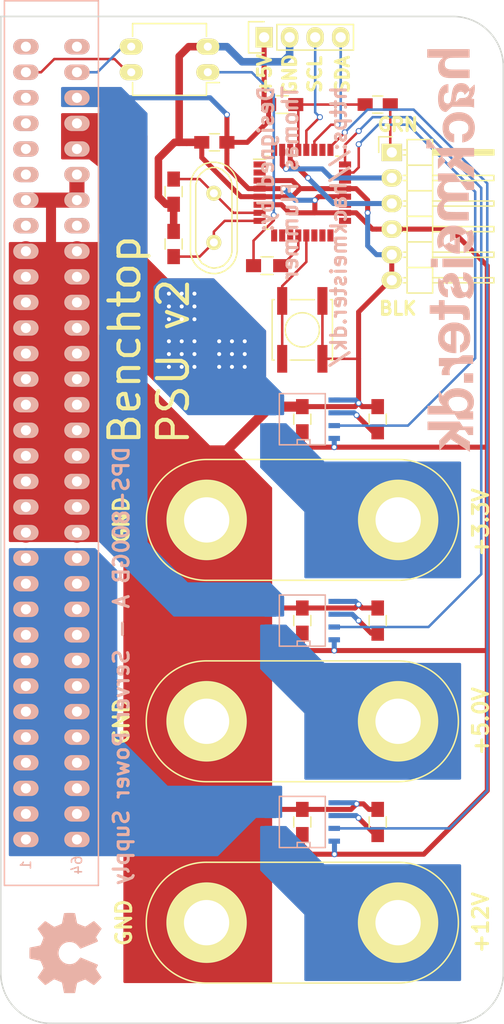
<source format=kicad_pcb>
(kicad_pcb (version 20171130) (host pcbnew "(5.1.5-0-10_14)")

  (general
    (thickness 1.6)
    (drawings 22)
    (tracks 282)
    (zones 0)
    (modules 30)
    (nets 48)
  )

  (page A4)
  (layers
    (0 F.Cu signal)
    (31 B.Cu signal)
    (32 B.Adhes user)
    (33 F.Adhes user)
    (34 B.Paste user)
    (35 F.Paste user)
    (36 B.SilkS user)
    (37 F.SilkS user)
    (38 B.Mask user)
    (39 F.Mask user)
    (40 Dwgs.User user)
    (41 Cmts.User user)
    (42 Eco1.User user)
    (43 Eco2.User user)
    (44 Edge.Cuts user)
    (45 Margin user)
    (46 B.CrtYd user)
    (47 F.CrtYd user)
    (48 B.Fab user)
    (49 F.Fab user)
  )

  (setup
    (last_trace_width 0.25)
    (user_trace_width 0.25)
    (user_trace_width 0.5)
    (user_trace_width 0.75)
    (user_trace_width 1)
    (user_trace_width 1.5)
    (user_trace_width 2)
    (trace_clearance 0.2)
    (zone_clearance 0.508)
    (zone_45_only no)
    (trace_min 0.2)
    (via_size 0.6)
    (via_drill 0.4)
    (via_min_size 0.4)
    (via_min_drill 0.3)
    (uvia_size 0.3)
    (uvia_drill 0.1)
    (uvias_allowed no)
    (uvia_min_size 0.2)
    (uvia_min_drill 0.1)
    (edge_width 0.15)
    (segment_width 0.2)
    (pcb_text_width 0.3)
    (pcb_text_size 1.5 1.5)
    (mod_edge_width 0.15)
    (mod_text_size 1 1)
    (mod_text_width 0.15)
    (pad_size 0.6 0.6)
    (pad_drill 0.4)
    (pad_to_mask_clearance 0.2)
    (aux_axis_origin 0 0)
    (visible_elements FFFFFF7F)
    (pcbplotparams
      (layerselection 0x010f0_80000001)
      (usegerberextensions true)
      (usegerberattributes false)
      (usegerberadvancedattributes false)
      (creategerberjobfile false)
      (excludeedgelayer false)
      (linewidth 0.100000)
      (plotframeref false)
      (viasonmask false)
      (mode 1)
      (useauxorigin false)
      (hpglpennumber 1)
      (hpglpenspeed 20)
      (hpglpendiameter 15.000000)
      (psnegative false)
      (psa4output false)
      (plotreference true)
      (plotvalue true)
      (plotinvisibletext false)
      (padsonsilk false)
      (subtractmaskfromsilk false)
      (outputformat 1)
      (mirror false)
      (drillshape 0)
      (scaleselection 1)
      (outputdirectory "OUTPUT/"))
  )

  (net 0 "")
  (net 1 "Net-(P1-PadA25)")
  (net 2 "Net-(P1-PadA27)")
  (net 3 "Net-(P1-PadB25)")
  (net 4 "Net-(P1-PadA28)")
  (net 5 "Net-(P1-PadA29)")
  (net 6 "Net-(P1-PadA30)")
  (net 7 "Net-(P1-PadA31)")
  (net 8 "Net-(P1-PadA32)")
  (net 9 "Net-(P1-PadB32)")
  (net 10 "Net-(P1-PadB31)")
  (net 11 GND)
  (net 12 +3V3)
  (net 13 +5V)
  (net 14 +12V)
  (net 15 "Net-(16MHz1-Pad1)")
  (net 16 "Net-(16MHz1-Pad2)")
  (net 17 "Net-(IC1-Pad1)")
  (net 18 "Net-(IC1-Pad2)")
  (net 19 "Net-(IC1-Pad9)")
  (net 20 "Net-(IC1-Pad10)")
  (net 21 "Net-(IC1-Pad11)")
  (net 22 "Net-(IC1-Pad12)")
  (net 23 "Net-(IC1-Pad13)")
  (net 24 "Net-(IC1-Pad14)")
  (net 25 "Net-(IC1-Pad15)")
  (net 26 "Net-(IC1-Pad16)")
  (net 27 "Net-(IC1-Pad17)")
  (net 28 "Net-(IC1-Pad19)")
  (net 29 "Net-(IC1-Pad22)")
  (net 30 "Net-(IC1-Pad26)")
  (net 31 "Net-(IC1-Pad30)")
  (net 32 "Net-(IC1-Pad31)")
  (net 33 "Net-(IC1-Pad32)")
  (net 34 "Net-(U2-Pad6)")
  (net 35 "Net-(C1-Pad1)")
  (net 36 "Net-(C2-Pad1)")
  (net 37 "Net-(C9-Pad1)")
  (net 38 "Net-(C9-Pad2)")
  (net 39 3v3_sense)
  (net 40 5v_sense)
  (net 41 12v_sense)
  (net 42 "Net-(R2-Pad2)")
  (net 43 3v3_out)
  (net 44 5v_out)
  (net 45 12v_out)
  (net 46 SDA)
  (net 47 SCL)

  (net_class Default "This is the default net class."
    (clearance 0.2)
    (trace_width 0.25)
    (via_dia 0.6)
    (via_drill 0.4)
    (uvia_dia 0.3)
    (uvia_drill 0.1)
    (add_net +12V)
    (add_net +3V3)
    (add_net +5V)
    (add_net 12v_out)
    (add_net 12v_sense)
    (add_net 3v3_out)
    (add_net 3v3_sense)
    (add_net 5v_out)
    (add_net 5v_sense)
    (add_net GND)
    (add_net "Net-(16MHz1-Pad1)")
    (add_net "Net-(16MHz1-Pad2)")
    (add_net "Net-(C1-Pad1)")
    (add_net "Net-(C2-Pad1)")
    (add_net "Net-(C9-Pad1)")
    (add_net "Net-(C9-Pad2)")
    (add_net "Net-(IC1-Pad1)")
    (add_net "Net-(IC1-Pad10)")
    (add_net "Net-(IC1-Pad11)")
    (add_net "Net-(IC1-Pad12)")
    (add_net "Net-(IC1-Pad13)")
    (add_net "Net-(IC1-Pad14)")
    (add_net "Net-(IC1-Pad15)")
    (add_net "Net-(IC1-Pad16)")
    (add_net "Net-(IC1-Pad17)")
    (add_net "Net-(IC1-Pad19)")
    (add_net "Net-(IC1-Pad2)")
    (add_net "Net-(IC1-Pad22)")
    (add_net "Net-(IC1-Pad26)")
    (add_net "Net-(IC1-Pad30)")
    (add_net "Net-(IC1-Pad31)")
    (add_net "Net-(IC1-Pad32)")
    (add_net "Net-(IC1-Pad9)")
    (add_net "Net-(P1-PadA25)")
    (add_net "Net-(P1-PadA27)")
    (add_net "Net-(P1-PadA28)")
    (add_net "Net-(P1-PadA29)")
    (add_net "Net-(P1-PadA30)")
    (add_net "Net-(P1-PadA31)")
    (add_net "Net-(P1-PadA32)")
    (add_net "Net-(P1-PadB25)")
    (add_net "Net-(P1-PadB31)")
    (add_net "Net-(P1-PadB32)")
    (add_net "Net-(R2-Pad2)")
    (add_net "Net-(U2-Pad6)")
    (add_net SCL)
    (add_net SDA)
  )

  (module Connectors:DualBindingPost (layer F.Cu) (tedit 5DE812C4) (tstamp 571BD3B0)
    (at 80 140)
    (path /571BD2E7)
    (fp_text reference 12v1 (at 0 4) (layer F.SilkS) hide
      (effects (font (size 1 1) (thickness 0.15)))
    )
    (fp_text value CONN_01X02 (at 0 -4) (layer F.Fab) hide
      (effects (font (size 1 1) (thickness 0.15)))
    )
    (fp_line (start 9.525 -6) (end -9.525 -6) (layer F.SilkS) (width 0.15))
    (fp_line (start 9.525 6) (end -9.525 6) (layer F.SilkS) (width 0.15))
    (fp_arc (start -9.525 0) (end -9.525 6) (angle 180) (layer F.SilkS) (width 0.15))
    (fp_arc (start 9.525 0) (end 9.525 -6) (angle 180) (layer F.SilkS) (width 0.15))
    (pad 1 thru_hole circle (at -9.525 0) (size 8 8) (drill 4.5) (layers *.Cu *.Mask F.SilkS)
      (net 11 GND))
    (pad 2 thru_hole circle (at 9.525 0) (size 8 8) (drill 4.5) (layers *.Cu *.Mask F.SilkS)
      (net 45 12v_out))
  )

  (module Connectors:DualBindingPost (layer F.Cu) (tedit 5DE812B0) (tstamp 571BD3A6)
    (at 80 120)
    (path /571BD28E)
    (fp_text reference 5v1 (at 0 4) (layer F.SilkS) hide
      (effects (font (size 1 1) (thickness 0.15)))
    )
    (fp_text value CONN_01X02 (at 0 -4) (layer F.Fab) hide
      (effects (font (size 1 1) (thickness 0.15)))
    )
    (fp_line (start 9.525 -6) (end -9.525 -6) (layer F.SilkS) (width 0.15))
    (fp_line (start 9.525 6) (end -9.525 6) (layer F.SilkS) (width 0.15))
    (fp_arc (start -9.525 0) (end -9.525 6) (angle 180) (layer F.SilkS) (width 0.15))
    (fp_arc (start 9.525 0) (end 9.525 -6) (angle 180) (layer F.SilkS) (width 0.15))
    (pad 1 thru_hole circle (at -9.525 0) (size 8 8) (drill 4.5) (layers *.Cu *.Mask F.SilkS)
      (net 11 GND))
    (pad 2 thru_hole circle (at 9.525 0) (size 8 8) (drill 4.5) (layers *.Cu *.Mask F.SilkS)
      (net 44 5v_out))
  )

  (module Connectors:DualBindingPost (layer F.Cu) (tedit 5DE8128F) (tstamp 571FD478)
    (at 80.01 100)
    (path /571BD213)
    (fp_text reference 3v1 (at 0 4) (layer F.SilkS) hide
      (effects (font (size 1 1) (thickness 0.15)))
    )
    (fp_text value CONN_01X02 (at 0 -4) (layer F.Fab) hide
      (effects (font (size 1 1) (thickness 0.15)))
    )
    (fp_line (start 9.525 -6) (end -9.525 -6) (layer F.SilkS) (width 0.15))
    (fp_line (start 9.525 6) (end -9.525 6) (layer F.SilkS) (width 0.15))
    (fp_arc (start -9.525 0) (end -9.525 6) (angle 180) (layer F.SilkS) (width 0.15))
    (fp_arc (start 9.525 0) (end 9.525 -6) (angle 180) (layer F.SilkS) (width 0.15))
    (pad 1 thru_hole circle (at -9.525 0) (size 8 8) (drill 4.5) (layers *.Cu *.Mask F.SilkS)
      (net 11 GND))
    (pad 2 thru_hole circle (at 9.525 0) (size 8 8) (drill 4.5) (layers *.Cu *.Mask F.SilkS)
      (net 43 3v3_out))
  )

  (module Connectors:Multi_Via_9 (layer F.Cu) (tedit 57291868) (tstamp 57291899)
    (at 68 78.8)
    (fp_text reference REF** (at 0 2.54) (layer F.SilkS) hide
      (effects (font (size 1 1) (thickness 0.15)))
    )
    (fp_text value "Multi Via" (at 0 -2.54) (layer F.Fab) hide
      (effects (font (size 1 1) (thickness 0.15)))
    )
    (pad 1 thru_hole circle (at 0 0) (size 0.6 0.6) (drill 0.4) (layers *.Cu)
      (net 12 +3V3))
    (pad 1 thru_hole circle (at 0 -1.27) (size 0.6 0.6) (drill 0.4) (layers *.Cu)
      (net 12 +3V3))
    (pad 1 thru_hole circle (at 1.27 -1.27) (size 0.6 0.6) (drill 0.4) (layers *.Cu)
      (net 12 +3V3))
    (pad 1 thru_hole circle (at 1.27 0) (size 0.6 0.6) (drill 0.4) (layers *.Cu)
      (net 12 +3V3))
    (pad 1 thru_hole circle (at 1.27 1.27) (size 0.6 0.6) (drill 0.4) (layers *.Cu)
      (net 12 +3V3))
    (pad 1 thru_hole circle (at 0 1.27) (size 0.6 0.6) (drill 0.4) (layers *.Cu)
      (net 12 +3V3))
    (pad 1 thru_hole circle (at -1.27 1.27) (size 0.6 0.6) (drill 0.4) (layers *.Cu)
      (net 12 +3V3))
    (pad 1 thru_hole circle (at -1.27 0) (size 0.6 0.6) (drill 0.4) (layers *.Cu)
      (net 12 +3V3))
    (pad 1 thru_hole circle (at -1.27 -1.27) (size 0.6 0.6) (drill 0.4) (layers *.Cu)
      (net 12 +3V3))
  )

  (module Connectors:Multi_Via_9 (layer F.Cu) (tedit 57291868) (tstamp 5729188D)
    (at 73 83.53)
    (fp_text reference REF** (at 0 2.54) (layer F.SilkS) hide
      (effects (font (size 1 1) (thickness 0.15)))
    )
    (fp_text value "Multi Via" (at 0 -2.54) (layer F.Fab) hide
      (effects (font (size 1 1) (thickness 0.15)))
    )
    (pad 1 thru_hole circle (at 0 0) (size 0.6 0.6) (drill 0.4) (layers *.Cu)
      (net 12 +3V3))
    (pad 1 thru_hole circle (at 0 -1.27) (size 0.6 0.6) (drill 0.4) (layers *.Cu)
      (net 12 +3V3))
    (pad 1 thru_hole circle (at 1.27 -1.27) (size 0.6 0.6) (drill 0.4) (layers *.Cu)
      (net 12 +3V3))
    (pad 1 thru_hole circle (at 1.27 0) (size 0.6 0.6) (drill 0.4) (layers *.Cu)
      (net 12 +3V3))
    (pad 1 thru_hole circle (at 1.27 1.27) (size 0.6 0.6) (drill 0.4) (layers *.Cu)
      (net 12 +3V3))
    (pad 1 thru_hole circle (at 0 1.27) (size 0.6 0.6) (drill 0.4) (layers *.Cu)
      (net 12 +3V3))
    (pad 1 thru_hole circle (at -1.27 1.27) (size 0.6 0.6) (drill 0.4) (layers *.Cu)
      (net 12 +3V3))
    (pad 1 thru_hole circle (at -1.27 0) (size 0.6 0.6) (drill 0.4) (layers *.Cu)
      (net 12 +3V3))
    (pad 1 thru_hole circle (at -1.27 -1.27) (size 0.6 0.6) (drill 0.4) (layers *.Cu)
      (net 12 +3V3))
  )

  (module Connectors:Multi_Via_9 (layer F.Cu) (tedit 57291868) (tstamp 57291776)
    (at 68 83.53)
    (fp_text reference REF** (at 0 2.54) (layer F.SilkS) hide
      (effects (font (size 1 1) (thickness 0.15)))
    )
    (fp_text value "Multi Via" (at 0 -2.54) (layer F.Fab) hide
      (effects (font (size 1 1) (thickness 0.15)))
    )
    (pad 1 thru_hole circle (at 0 0) (size 0.6 0.6) (drill 0.4) (layers *.Cu)
      (net 12 +3V3))
    (pad 1 thru_hole circle (at 0 -1.27) (size 0.6 0.6) (drill 0.4) (layers *.Cu)
      (net 12 +3V3))
    (pad 1 thru_hole circle (at 1.27 -1.27) (size 0.6 0.6) (drill 0.4) (layers *.Cu)
      (net 12 +3V3))
    (pad 1 thru_hole circle (at 1.27 0) (size 0.6 0.6) (drill 0.4) (layers *.Cu)
      (net 12 +3V3))
    (pad 1 thru_hole circle (at 1.27 1.27) (size 0.6 0.6) (drill 0.4) (layers *.Cu)
      (net 12 +3V3))
    (pad 1 thru_hole circle (at 0 1.27) (size 0.6 0.6) (drill 0.4) (layers *.Cu)
      (net 12 +3V3))
    (pad 1 thru_hole circle (at -1.27 1.27) (size 0.6 0.6) (drill 0.4) (layers *.Cu)
      (net 12 +3V3))
    (pad 1 thru_hole circle (at -1.27 0) (size 0.6 0.6) (drill 0.4) (layers *.Cu)
      (net 12 +3V3))
    (pad 1 thru_hole circle (at -1.27 -1.27) (size 0.6 0.6) (drill 0.4) (layers *.Cu)
      (net 12 +3V3))
  )

  (module Connectors:10046971-001LF (layer B.Cu) (tedit 572A5AFD) (tstamp 571BCC92)
    (at 55.04 92.37 90)
    (path /571BC47A)
    (fp_text reference P1 (at 20.32 0 90) (layer B.SilkS) hide
      (effects (font (size 1 1) (thickness 0.15)) (justify mirror))
    )
    (fp_text value C64AB (at -20.32 0 90) (layer B.Fab) hide
      (effects (font (size 1 1) (thickness 0.15)) (justify mirror))
    )
    (fp_text user 33 (at 41.91 2.54 90) (layer B.SilkS) hide
      (effects (font (size 1 1) (thickness 0.15)) (justify mirror))
    )
    (fp_text user 32 (at 41.91 -2.54 90) (layer B.SilkS) hide
      (effects (font (size 1 1) (thickness 0.15)) (justify mirror))
    )
    (fp_text user 64 (at -41.91 2.54 90) (layer B.SilkS)
      (effects (font (size 1 1) (thickness 0.15)) (justify mirror))
    )
    (fp_text user 1 (at -41.91 -2.54 90) (layer B.SilkS)
      (effects (font (size 1 1) (thickness 0.15)) (justify mirror))
    )
    (fp_line (start -43.93 -4.675) (end -43.93 4.675) (layer B.SilkS) (width 0.15))
    (fp_line (start 43.93 -4.675) (end -43.93 -4.675) (layer B.SilkS) (width 0.15))
    (fp_line (start 43.93 4.675) (end 43.93 -4.675) (layer B.SilkS) (width 0.15))
    (fp_line (start -43.93 4.675) (end 43.93 4.675) (layer B.SilkS) (width 0.15))
    (pad A1 thru_hole oval (at -39.37 -2.54 90) (size 1.524 2.524) (drill 1) (layers *.Cu *.Mask B.SilkS)
      (net 14 +12V))
    (pad A2 thru_hole oval (at -36.83 -2.54 90) (size 1.524 2.524) (drill 1) (layers *.Cu *.Mask B.SilkS)
      (net 14 +12V))
    (pad A3 thru_hole oval (at -34.29 -2.54 90) (size 1.524 2.524) (drill 1) (layers *.Cu *.Mask B.SilkS)
      (net 14 +12V))
    (pad A4 thru_hole oval (at -31.75 -2.54 90) (size 1.524 2.524) (drill 1) (layers *.Cu *.Mask B.SilkS)
      (net 14 +12V))
    (pad A5 thru_hole oval (at -29.21 -2.54 90) (size 1.524 2.524) (drill 1) (layers *.Cu *.Mask B.SilkS)
      (net 14 +12V))
    (pad A6 thru_hole oval (at -26.67 -2.54 90) (size 1.524 2.524) (drill 1) (layers *.Cu *.Mask B.SilkS)
      (net 14 +12V))
    (pad A7 thru_hole oval (at -24.13 -2.54 90) (size 1.524 2.524) (drill 1) (layers *.Cu *.Mask B.SilkS)
      (net 14 +12V))
    (pad A8 thru_hole oval (at -21.59 -2.54 90) (size 1.524 2.524) (drill 1) (layers *.Cu *.Mask B.SilkS)
      (net 14 +12V))
    (pad A9 thru_hole oval (at -19.05 -2.54 90) (size 1.524 2.524) (drill 1) (layers *.Cu *.Mask B.SilkS)
      (net 14 +12V))
    (pad A10 thru_hole oval (at -16.51 -2.54 90) (size 1.524 2.524) (drill 1) (layers *.Cu *.Mask B.SilkS)
      (net 14 +12V))
    (pad A11 thru_hole oval (at -13.97 -2.54 90) (size 1.524 2.524) (drill 1) (layers *.Cu *.Mask B.SilkS)
      (net 14 +12V))
    (pad A12 thru_hole oval (at -11.43 -2.54 90) (size 1.524 2.524) (drill 1) (layers *.Cu *.Mask B.SilkS)
      (net 14 +12V))
    (pad A13 thru_hole oval (at -8.89 -2.54 90) (size 1.524 2.524) (drill 1) (layers *.Cu *.Mask B.SilkS)
      (net 11 GND))
    (pad A14 thru_hole oval (at -6.35 -2.54 90) (size 1.524 2.524) (drill 1) (layers *.Cu *.Mask B.SilkS)
      (net 11 GND))
    (pad A15 thru_hole oval (at -3.81 -2.54 90) (size 1.524 2.524) (drill 1) (layers *.Cu *.Mask B.SilkS)
      (net 11 GND))
    (pad A16 thru_hole oval (at -1.27 -2.54 90) (size 1.524 2.524) (drill 1) (layers *.Cu *.Mask B.SilkS)
      (net 11 GND))
    (pad A17 thru_hole oval (at 1.27 -2.54 90) (size 1.524 2.524) (drill 1) (layers *.Cu *.Mask B.SilkS)
      (net 11 GND))
    (pad A18 thru_hole oval (at 3.81 -2.54 90) (size 1.524 2.524) (drill 1) (layers *.Cu *.Mask B.SilkS)
      (net 11 GND))
    (pad A19 thru_hole oval (at 6.35 -2.54 90) (size 1.524 2.524) (drill 1) (layers *.Cu *.Mask B.SilkS)
      (net 11 GND))
    (pad A20 thru_hole oval (at 8.89 -2.54 90) (size 1.524 2.524) (drill 1) (layers *.Cu *.Mask B.SilkS)
      (net 11 GND))
    (pad A21 thru_hole oval (at 11.43 -2.54 90) (size 1.524 2.524) (drill 1) (layers *.Cu *.Mask B.SilkS)
      (net 11 GND))
    (pad A22 thru_hole oval (at 13.97 -2.54 90) (size 1.524 2.524) (drill 1) (layers *.Cu *.Mask B.SilkS)
      (net 11 GND))
    (pad A23 thru_hole oval (at 16.51 -2.54 90) (size 1.524 2.524) (drill 1) (layers *.Cu *.Mask B.SilkS)
      (net 11 GND))
    (pad A24 thru_hole oval (at 19.05 -2.54 90) (size 1.524 2.524) (drill 1) (layers *.Cu *.Mask B.SilkS)
      (net 11 GND))
    (pad A25 thru_hole oval (at 21.59 -2.54 90) (size 1.524 2.524) (drill 1) (layers *.Cu *.Mask B.SilkS)
      (net 1 "Net-(P1-PadA25)"))
    (pad A26 thru_hole oval (at 24.13 -2.54 90) (size 1.524 2.524) (drill 1) (layers *.Cu *.Mask B.SilkS)
      (net 11 GND))
    (pad A27 thru_hole oval (at 26.67 -2.54 90) (size 1.524 2.524) (drill 1) (layers *.Cu *.Mask B.SilkS)
      (net 2 "Net-(P1-PadA27)"))
    (pad A28 thru_hole oval (at 29.21 -2.54 90) (size 1.524 2.524) (drill 1) (layers *.Cu *.Mask B.SilkS)
      (net 4 "Net-(P1-PadA28)"))
    (pad A29 thru_hole oval (at 31.75 -2.54 90) (size 1.524 2.524) (drill 1) (layers *.Cu *.Mask B.SilkS)
      (net 5 "Net-(P1-PadA29)"))
    (pad A30 thru_hole oval (at 34.29 -2.54 90) (size 1.524 2.524) (drill 1) (layers *.Cu *.Mask B.SilkS)
      (net 6 "Net-(P1-PadA30)"))
    (pad A31 thru_hole oval (at 36.83 -2.54 90) (size 1.524 2.524) (drill 1) (layers *.Cu *.Mask B.SilkS)
      (net 7 "Net-(P1-PadA31)"))
    (pad A32 thru_hole oval (at 39.37 -2.54 90) (size 1.524 2.524) (drill 1) (layers *.Cu *.Mask B.SilkS)
      (net 8 "Net-(P1-PadA32)"))
    (pad B32 thru_hole oval (at 39.37 2.54 90) (size 1.524 2.524) (drill 1) (layers *.Cu *.Mask B.SilkS)
      (net 9 "Net-(P1-PadB32)"))
    (pad B31 thru_hole oval (at 36.83 2.54 90) (size 1.524 2.524) (drill 1) (layers *.Cu *.Mask B.SilkS)
      (net 10 "Net-(P1-PadB31)"))
    (pad B30 thru_hole oval (at 34.29 2.54 90) (size 1.524 2.524) (drill 1) (layers *.Cu *.Mask B.SilkS)
      (net 13 +5V))
    (pad B29 thru_hole oval (at 31.75 2.54 90) (size 1.524 2.524) (drill 1) (layers *.Cu *.Mask B.SilkS)
      (net 12 +3V3))
    (pad B28 thru_hole oval (at 29.21 2.54 90) (size 1.524 2.524) (drill 1) (layers *.Cu *.Mask B.SilkS)
      (net 12 +3V3))
    (pad B27 thru_hole oval (at 26.67 2.54 90) (size 1.524 2.524) (drill 1) (layers *.Cu *.Mask B.SilkS)
      (net 11 GND))
    (pad B26 thru_hole oval (at 24.13 2.54 90) (size 1.524 2.524) (drill 1) (layers *.Cu *.Mask B.SilkS)
      (net 11 GND))
    (pad B25 thru_hole oval (at 21.59 2.54 90) (size 1.524 2.524) (drill 1) (layers *.Cu *.Mask B.SilkS)
      (net 3 "Net-(P1-PadB25)"))
    (pad B24 thru_hole oval (at 19.05 2.54 90) (size 1.524 2.524) (drill 1) (layers *.Cu *.Mask B.SilkS)
      (net 11 GND))
    (pad B23 thru_hole oval (at 16.51 2.54 90) (size 1.524 2.524) (drill 1) (layers *.Cu *.Mask B.SilkS)
      (net 11 GND))
    (pad B22 thru_hole oval (at 13.97 2.54 90) (size 1.524 2.524) (drill 1) (layers *.Cu *.Mask B.SilkS)
      (net 11 GND))
    (pad B21 thru_hole oval (at 11.43 2.54 90) (size 1.524 2.524) (drill 1) (layers *.Cu *.Mask B.SilkS)
      (net 11 GND))
    (pad B20 thru_hole oval (at 8.89 2.54 90) (size 1.524 2.524) (drill 1) (layers *.Cu *.Mask B.SilkS)
      (net 11 GND))
    (pad B19 thru_hole oval (at 6.35 2.54 90) (size 1.524 2.524) (drill 1) (layers *.Cu *.Mask B.SilkS)
      (net 11 GND))
    (pad B18 thru_hole oval (at 3.81 2.54 90) (size 1.524 2.524) (drill 1) (layers *.Cu *.Mask B.SilkS)
      (net 11 GND))
    (pad B17 thru_hole oval (at 1.27 2.54 90) (size 1.524 2.524) (drill 1) (layers *.Cu *.Mask B.SilkS)
      (net 11 GND))
    (pad B16 thru_hole oval (at -1.27 2.54 90) (size 1.524 2.524) (drill 1) (layers *.Cu *.Mask B.SilkS)
      (net 11 GND))
    (pad B15 thru_hole oval (at -3.81 2.54 90) (size 1.524 2.524) (drill 1) (layers *.Cu *.Mask B.SilkS)
      (net 11 GND))
    (pad B14 thru_hole oval (at -6.35 2.54 90) (size 1.524 2.524) (drill 1) (layers *.Cu *.Mask B.SilkS)
      (net 11 GND))
    (pad B13 thru_hole oval (at -8.89 2.54 90) (size 1.524 2.524) (drill 1) (layers *.Cu *.Mask B.SilkS)
      (net 11 GND))
    (pad B12 thru_hole oval (at -11.43 2.54 90) (size 1.524 2.524) (drill 1) (layers *.Cu *.Mask B.SilkS)
      (net 14 +12V))
    (pad B11 thru_hole oval (at -13.97 2.54 90) (size 1.524 2.524) (drill 1) (layers *.Cu *.Mask B.SilkS)
      (net 14 +12V))
    (pad B10 thru_hole oval (at -16.51 2.54 90) (size 1.524 2.524) (drill 1) (layers *.Cu *.Mask B.SilkS)
      (net 14 +12V))
    (pad B9 thru_hole oval (at -19.05 2.54 90) (size 1.524 2.524) (drill 1) (layers *.Cu *.Mask B.SilkS)
      (net 14 +12V))
    (pad B8 thru_hole oval (at -21.59 2.54 90) (size 1.524 2.524) (drill 1) (layers *.Cu *.Mask B.SilkS)
      (net 14 +12V))
    (pad B7 thru_hole oval (at -24.13 2.54 90) (size 1.524 2.524) (drill 1) (layers *.Cu *.Mask B.SilkS)
      (net 14 +12V))
    (pad B6 thru_hole oval (at -26.67 2.54 90) (size 1.524 2.524) (drill 1) (layers *.Cu *.Mask B.SilkS)
      (net 14 +12V))
    (pad B5 thru_hole oval (at -29.21 2.54 90) (size 1.524 2.524) (drill 1) (layers *.Cu *.Mask B.SilkS)
      (net 14 +12V))
    (pad B4 thru_hole oval (at -31.75 2.54 90) (size 1.524 2.524) (drill 1) (layers *.Cu *.Mask B.SilkS)
      (net 14 +12V))
    (pad B3 thru_hole oval (at -34.29 2.54 90) (size 1.524 2.524) (drill 1) (layers *.Cu *.Mask B.SilkS)
      (net 14 +12V))
    (pad B2 thru_hole oval (at -36.83 2.54 90) (size 1.524 2.524) (drill 1) (layers *.Cu *.Mask B.SilkS)
      (net 14 +12V))
    (pad B1 thru_hole oval (at -39.37 2.54 90) (size 1.524 2.524) (drill 1) (layers *.Cu *.Mask B.SilkS)
      (net 14 +12V))
  )

  (module Crystals:Crystal_HC49-U_Vertical (layer F.Cu) (tedit 572A39A5) (tstamp 571FC0E8)
    (at 71.2 70 270)
    (descr "Crystal, Quarz, HC49/U, vertical, stehend,")
    (tags "Crystal, Quarz, HC49/U, vertical, stehend,")
    (path /571FBA00)
    (fp_text reference 16MHz1 (at 0 -3.81 270) (layer F.SilkS) hide
      (effects (font (size 1 1) (thickness 0.15)))
    )
    (fp_text value Crystal (at 0 3.81 270) (layer F.Fab) hide
      (effects (font (size 1 1) (thickness 0.15)))
    )
    (fp_line (start 4.699 -1.00076) (end 4.89966 -0.59944) (layer F.SilkS) (width 0.15))
    (fp_line (start 4.89966 -0.59944) (end 5.00126 0) (layer F.SilkS) (width 0.15))
    (fp_line (start 5.00126 0) (end 4.89966 0.50038) (layer F.SilkS) (width 0.15))
    (fp_line (start 4.89966 0.50038) (end 4.50088 1.19888) (layer F.SilkS) (width 0.15))
    (fp_line (start 4.50088 1.19888) (end 3.8989 1.6002) (layer F.SilkS) (width 0.15))
    (fp_line (start 3.8989 1.6002) (end 3.29946 1.80086) (layer F.SilkS) (width 0.15))
    (fp_line (start 3.29946 1.80086) (end -3.29946 1.80086) (layer F.SilkS) (width 0.15))
    (fp_line (start -3.29946 1.80086) (end -4.0005 1.6002) (layer F.SilkS) (width 0.15))
    (fp_line (start -4.0005 1.6002) (end -4.39928 1.30048) (layer F.SilkS) (width 0.15))
    (fp_line (start -4.39928 1.30048) (end -4.8006 0.8001) (layer F.SilkS) (width 0.15))
    (fp_line (start -4.8006 0.8001) (end -5.00126 0.20066) (layer F.SilkS) (width 0.15))
    (fp_line (start -5.00126 0.20066) (end -5.00126 -0.29972) (layer F.SilkS) (width 0.15))
    (fp_line (start -5.00126 -0.29972) (end -4.8006 -0.8001) (layer F.SilkS) (width 0.15))
    (fp_line (start -4.8006 -0.8001) (end -4.30022 -1.39954) (layer F.SilkS) (width 0.15))
    (fp_line (start -4.30022 -1.39954) (end -3.79984 -1.69926) (layer F.SilkS) (width 0.15))
    (fp_line (start -3.79984 -1.69926) (end -3.29946 -1.80086) (layer F.SilkS) (width 0.15))
    (fp_line (start -3.2004 -1.80086) (end 3.40106 -1.80086) (layer F.SilkS) (width 0.15))
    (fp_line (start 3.40106 -1.80086) (end 3.79984 -1.69926) (layer F.SilkS) (width 0.15))
    (fp_line (start 3.79984 -1.69926) (end 4.30022 -1.39954) (layer F.SilkS) (width 0.15))
    (fp_line (start 4.30022 -1.39954) (end 4.8006 -0.89916) (layer F.SilkS) (width 0.15))
    (fp_line (start -3.19024 -2.32918) (end -3.64998 -2.28092) (layer F.SilkS) (width 0.15))
    (fp_line (start -3.64998 -2.28092) (end -4.04876 -2.16916) (layer F.SilkS) (width 0.15))
    (fp_line (start -4.04876 -2.16916) (end -4.48056 -1.95072) (layer F.SilkS) (width 0.15))
    (fp_line (start -4.48056 -1.95072) (end -4.77012 -1.71958) (layer F.SilkS) (width 0.15))
    (fp_line (start -4.77012 -1.71958) (end -5.10032 -1.36906) (layer F.SilkS) (width 0.15))
    (fp_line (start -5.10032 -1.36906) (end -5.38988 -0.83058) (layer F.SilkS) (width 0.15))
    (fp_line (start -5.38988 -0.83058) (end -5.51942 -0.23114) (layer F.SilkS) (width 0.15))
    (fp_line (start -5.51942 -0.23114) (end -5.51942 0.2794) (layer F.SilkS) (width 0.15))
    (fp_line (start -5.51942 0.2794) (end -5.34924 0.98044) (layer F.SilkS) (width 0.15))
    (fp_line (start -5.34924 0.98044) (end -4.95046 1.56972) (layer F.SilkS) (width 0.15))
    (fp_line (start -4.95046 1.56972) (end -4.49072 1.94056) (layer F.SilkS) (width 0.15))
    (fp_line (start -4.49072 1.94056) (end -4.06908 2.14884) (layer F.SilkS) (width 0.15))
    (fp_line (start -4.06908 2.14884) (end -3.6195 2.30886) (layer F.SilkS) (width 0.15))
    (fp_line (start -3.6195 2.30886) (end -3.18008 2.33934) (layer F.SilkS) (width 0.15))
    (fp_line (start 4.16052 2.1209) (end 4.53898 1.89992) (layer F.SilkS) (width 0.15))
    (fp_line (start 4.53898 1.89992) (end 4.85902 1.62052) (layer F.SilkS) (width 0.15))
    (fp_line (start 4.85902 1.62052) (end 5.11048 1.29032) (layer F.SilkS) (width 0.15))
    (fp_line (start 5.11048 1.29032) (end 5.4102 0.73914) (layer F.SilkS) (width 0.15))
    (fp_line (start 5.4102 0.73914) (end 5.51942 0.26924) (layer F.SilkS) (width 0.15))
    (fp_line (start 5.51942 0.26924) (end 5.53974 -0.1905) (layer F.SilkS) (width 0.15))
    (fp_line (start 5.53974 -0.1905) (end 5.45084 -0.65024) (layer F.SilkS) (width 0.15))
    (fp_line (start 5.45084 -0.65024) (end 5.26034 -1.09982) (layer F.SilkS) (width 0.15))
    (fp_line (start 5.26034 -1.09982) (end 4.89966 -1.56972) (layer F.SilkS) (width 0.15))
    (fp_line (start 4.89966 -1.56972) (end 4.54914 -1.88976) (layer F.SilkS) (width 0.15))
    (fp_line (start 4.54914 -1.88976) (end 4.16052 -2.1209) (layer F.SilkS) (width 0.15))
    (fp_line (start 4.16052 -2.1209) (end 3.73126 -2.2606) (layer F.SilkS) (width 0.15))
    (fp_line (start 3.73126 -2.2606) (end 3.2893 -2.32918) (layer F.SilkS) (width 0.15))
    (fp_line (start -3.2004 2.32918) (end 3.2512 2.32918) (layer F.SilkS) (width 0.15))
    (fp_line (start 3.2512 2.32918) (end 3.6703 2.29108) (layer F.SilkS) (width 0.15))
    (fp_line (start 3.6703 2.29108) (end 4.16052 2.1209) (layer F.SilkS) (width 0.15))
    (fp_line (start -3.2004 -2.32918) (end 3.2512 -2.32918) (layer F.SilkS) (width 0.15))
    (pad 1 thru_hole circle (at -2.44094 0 270) (size 1.50114 1.50114) (drill 0.8001) (layers *.Cu *.Mask F.SilkS)
      (net 15 "Net-(16MHz1-Pad1)"))
    (pad 2 thru_hole circle (at 2.44094 0 270) (size 1.50114 1.50114) (drill 0.8001) (layers *.Cu *.Mask F.SilkS)
      (net 16 "Net-(16MHz1-Pad2)"))
  )

  (module Housings_QFP:LQFP-32_7x7mm_Pitch0.8mm (layer F.Cu) (tedit 572A39A8) (tstamp 571FC124)
    (at 80 67.5)
    (descr "LQFP32: plastic low profile quad flat package; 32 leads; body 7 x 7 x 1.4 mm (see NXP sot358-1_po.pdf and sot358-1_fr.pdf)")
    (tags "QFP 0.8")
    (path /571FB650)
    (attr smd)
    (fp_text reference IC1 (at 0 -5.85) (layer F.SilkS) hide
      (effects (font (size 1 1) (thickness 0.15)))
    )
    (fp_text value ATMEGA328P-A (at 0 5.85) (layer F.Fab) hide
      (effects (font (size 1 1) (thickness 0.15)))
    )
    (fp_line (start -5.1 -5.1) (end -5.1 5.1) (layer F.CrtYd) (width 0.05))
    (fp_line (start 5.1 -5.1) (end 5.1 5.1) (layer F.CrtYd) (width 0.05))
    (fp_line (start -5.1 -5.1) (end 5.1 -5.1) (layer F.CrtYd) (width 0.05))
    (fp_line (start -5.1 5.1) (end 5.1 5.1) (layer F.CrtYd) (width 0.05))
    (fp_line (start -3.625 -3.625) (end -3.625 -3.325) (layer F.SilkS) (width 0.15))
    (fp_line (start 3.625 -3.625) (end 3.625 -3.325) (layer F.SilkS) (width 0.15))
    (fp_line (start 3.625 3.625) (end 3.625 3.325) (layer F.SilkS) (width 0.15))
    (fp_line (start -3.625 3.625) (end -3.625 3.325) (layer F.SilkS) (width 0.15))
    (fp_line (start -3.625 -3.625) (end -3.325 -3.625) (layer F.SilkS) (width 0.15))
    (fp_line (start -3.625 3.625) (end -3.325 3.625) (layer F.SilkS) (width 0.15))
    (fp_line (start 3.625 3.625) (end 3.325 3.625) (layer F.SilkS) (width 0.15))
    (fp_line (start 3.625 -3.625) (end 3.325 -3.625) (layer F.SilkS) (width 0.15))
    (fp_line (start -3.625 -3.325) (end -4.85 -3.325) (layer F.SilkS) (width 0.15))
    (pad 1 smd rect (at -4.25 -2.8) (size 1.2 0.6) (layers F.Cu F.Paste F.Mask)
      (net 17 "Net-(IC1-Pad1)"))
    (pad 2 smd rect (at -4.25 -2) (size 1.2 0.6) (layers F.Cu F.Paste F.Mask)
      (net 18 "Net-(IC1-Pad2)"))
    (pad 3 smd rect (at -4.25 -1.2) (size 1.2 0.6) (layers F.Cu F.Paste F.Mask)
      (net 11 GND))
    (pad 4 smd rect (at -4.25 -0.4) (size 1.2 0.6) (layers F.Cu F.Paste F.Mask)
      (net 13 +5V))
    (pad 5 smd rect (at -4.25 0.4) (size 1.2 0.6) (layers F.Cu F.Paste F.Mask)
      (net 11 GND))
    (pad 6 smd rect (at -4.25 1.2) (size 1.2 0.6) (layers F.Cu F.Paste F.Mask)
      (net 13 +5V))
    (pad 7 smd rect (at -4.25 2) (size 1.2 0.6) (layers F.Cu F.Paste F.Mask)
      (net 15 "Net-(16MHz1-Pad1)"))
    (pad 8 smd rect (at -4.25 2.8) (size 1.2 0.6) (layers F.Cu F.Paste F.Mask)
      (net 16 "Net-(16MHz1-Pad2)"))
    (pad 9 smd rect (at -2.8 4.25 90) (size 1.2 0.6) (layers F.Cu F.Paste F.Mask)
      (net 19 "Net-(IC1-Pad9)"))
    (pad 10 smd rect (at -2 4.25 90) (size 1.2 0.6) (layers F.Cu F.Paste F.Mask)
      (net 20 "Net-(IC1-Pad10)"))
    (pad 11 smd rect (at -1.2 4.25 90) (size 1.2 0.6) (layers F.Cu F.Paste F.Mask)
      (net 21 "Net-(IC1-Pad11)"))
    (pad 12 smd rect (at -0.4 4.25 90) (size 1.2 0.6) (layers F.Cu F.Paste F.Mask)
      (net 22 "Net-(IC1-Pad12)"))
    (pad 13 smd rect (at 0.4 4.25 90) (size 1.2 0.6) (layers F.Cu F.Paste F.Mask)
      (net 23 "Net-(IC1-Pad13)"))
    (pad 14 smd rect (at 1.2 4.25 90) (size 1.2 0.6) (layers F.Cu F.Paste F.Mask)
      (net 24 "Net-(IC1-Pad14)"))
    (pad 15 smd rect (at 2 4.25 90) (size 1.2 0.6) (layers F.Cu F.Paste F.Mask)
      (net 25 "Net-(IC1-Pad15)"))
    (pad 16 smd rect (at 2.8 4.25 90) (size 1.2 0.6) (layers F.Cu F.Paste F.Mask)
      (net 26 "Net-(IC1-Pad16)"))
    (pad 17 smd rect (at 4.25 2.8) (size 1.2 0.6) (layers F.Cu F.Paste F.Mask)
      (net 27 "Net-(IC1-Pad17)"))
    (pad 18 smd rect (at 4.25 2) (size 1.2 0.6) (layers F.Cu F.Paste F.Mask)
      (net 13 +5V))
    (pad 19 smd rect (at 4.25 1.2) (size 1.2 0.6) (layers F.Cu F.Paste F.Mask)
      (net 28 "Net-(IC1-Pad19)"))
    (pad 20 smd rect (at 4.25 0.4) (size 1.2 0.6) (layers F.Cu F.Paste F.Mask)
      (net 13 +5V))
    (pad 21 smd rect (at 4.25 -0.4) (size 1.2 0.6) (layers F.Cu F.Paste F.Mask)
      (net 11 GND))
    (pad 22 smd rect (at 4.25 -1.2) (size 1.2 0.6) (layers F.Cu F.Paste F.Mask)
      (net 29 "Net-(IC1-Pad22)"))
    (pad 23 smd rect (at 4.25 -2) (size 1.2 0.6) (layers F.Cu F.Paste F.Mask)
      (net 39 3v3_sense))
    (pad 24 smd rect (at 4.25 -2.8) (size 1.2 0.6) (layers F.Cu F.Paste F.Mask)
      (net 40 5v_sense))
    (pad 25 smd rect (at 2.8 -4.25 90) (size 1.2 0.6) (layers F.Cu F.Paste F.Mask)
      (net 41 12v_sense))
    (pad 26 smd rect (at 2 -4.25 90) (size 1.2 0.6) (layers F.Cu F.Paste F.Mask)
      (net 30 "Net-(IC1-Pad26)"))
    (pad 27 smd rect (at 1.2 -4.25 90) (size 1.2 0.6) (layers F.Cu F.Paste F.Mask)
      (net 46 SDA))
    (pad 28 smd rect (at 0.4 -4.25 90) (size 1.2 0.6) (layers F.Cu F.Paste F.Mask)
      (net 47 SCL))
    (pad 29 smd rect (at -0.4 -4.25 90) (size 1.2 0.6) (layers F.Cu F.Paste F.Mask)
      (net 38 "Net-(C9-Pad2)"))
    (pad 30 smd rect (at -1.2 -4.25 90) (size 1.2 0.6) (layers F.Cu F.Paste F.Mask)
      (net 31 "Net-(IC1-Pad30)"))
    (pad 31 smd rect (at -2 -4.25 90) (size 1.2 0.6) (layers F.Cu F.Paste F.Mask)
      (net 32 "Net-(IC1-Pad31)"))
    (pad 32 smd rect (at -2.8 -4.25 90) (size 1.2 0.6) (layers F.Cu F.Paste F.Mask)
      (net 33 "Net-(IC1-Pad32)"))
    (model Housings_QFP.3dshapes/LQFP-32_7x7mm_Pitch0.8mm.wrl
      (at (xyz 0 0 0))
      (scale (xyz 1 1 1))
      (rotate (xyz 0 0 0))
    )
  )

  (module Pin_Headers:Pin_Header_Straight_1x04 (layer F.Cu) (tedit 572A397A) (tstamp 571FC12C)
    (at 76.2 52.07 90)
    (descr "Through hole pin header")
    (tags "pin header")
    (path /571FB8CB)
    (fp_text reference P2 (at 0 -3.81 180) (layer F.SilkS) hide
      (effects (font (size 1 1) (thickness 0.15)))
    )
    (fp_text value CONN_01X04 (at 0 15.24 180) (layer F.Fab) hide
      (effects (font (size 1 1) (thickness 0.15)))
    )
    (fp_line (start -1.75 -1.75) (end -1.75 9.4) (layer F.CrtYd) (width 0.05))
    (fp_line (start 1.75 -1.75) (end 1.75 9.4) (layer F.CrtYd) (width 0.05))
    (fp_line (start -1.75 -1.75) (end 1.75 -1.75) (layer F.CrtYd) (width 0.05))
    (fp_line (start -1.75 9.4) (end 1.75 9.4) (layer F.CrtYd) (width 0.05))
    (fp_line (start -1.27 1.27) (end -1.27 8.89) (layer F.SilkS) (width 0.15))
    (fp_line (start 1.27 1.27) (end 1.27 8.89) (layer F.SilkS) (width 0.15))
    (fp_line (start 1.55 -1.55) (end 1.55 0) (layer F.SilkS) (width 0.15))
    (fp_line (start -1.27 8.89) (end 1.27 8.89) (layer F.SilkS) (width 0.15))
    (fp_line (start 1.27 1.27) (end -1.27 1.27) (layer F.SilkS) (width 0.15))
    (fp_line (start -1.55 0) (end -1.55 -1.55) (layer F.SilkS) (width 0.15))
    (fp_line (start -1.55 -1.55) (end 1.55 -1.55) (layer F.SilkS) (width 0.15))
    (pad 1 thru_hole rect (at 0 0 90) (size 2.032 1.7272) (drill 1.016) (layers *.Cu *.Mask F.SilkS)
      (net 13 +5V))
    (pad 2 thru_hole oval (at 0 2.54 90) (size 2.032 1.7272) (drill 1.016) (layers *.Cu *.Mask F.SilkS)
      (net 11 GND))
    (pad 3 thru_hole oval (at 0 5.08 90) (size 2.032 1.7272) (drill 1.016) (layers *.Cu *.Mask F.SilkS)
      (net 47 SCL))
    (pad 4 thru_hole oval (at 0 7.62 90) (size 2.032 1.7272) (drill 1.016) (layers *.Cu *.Mask F.SilkS)
      (net 46 SDA))
    (model Pin_Headers.3dshapes/Pin_Header_Straight_1x04.wrl
      (offset (xyz 0 -3.809999942779541 0))
      (scale (xyz 1 1 1))
      (rotate (xyz 0 0 90))
    )
  )

  (module Pin_Headers:Pin_Header_Angled_1x06 (layer F.Cu) (tedit 572A39B1) (tstamp 571FC136)
    (at 88.9 63.5)
    (descr "Through hole pin header")
    (tags "pin header")
    (path /571FB99E)
    (fp_text reference P3 (at 0 -3.81) (layer F.SilkS) hide
      (effects (font (size 1 1) (thickness 0.15)))
    )
    (fp_text value CONN_01X06 (at 3.81 16.51) (layer F.Fab) hide
      (effects (font (size 1 1) (thickness 0.15)))
    )
    (fp_line (start -1.5 -1.75) (end -1.5 14.45) (layer F.CrtYd) (width 0.05))
    (fp_line (start 10.65 -1.75) (end 10.65 14.45) (layer F.CrtYd) (width 0.05))
    (fp_line (start -1.5 -1.75) (end 10.65 -1.75) (layer F.CrtYd) (width 0.05))
    (fp_line (start -1.5 14.45) (end 10.65 14.45) (layer F.CrtYd) (width 0.05))
    (fp_line (start -1.3 -1.55) (end -1.3 0) (layer F.SilkS) (width 0.15))
    (fp_line (start 0 -1.55) (end -1.3 -1.55) (layer F.SilkS) (width 0.15))
    (fp_line (start 4.191 -0.127) (end 10.033 -0.127) (layer F.SilkS) (width 0.15))
    (fp_line (start 10.033 -0.127) (end 10.033 0.127) (layer F.SilkS) (width 0.15))
    (fp_line (start 10.033 0.127) (end 4.191 0.127) (layer F.SilkS) (width 0.15))
    (fp_line (start 4.191 0.127) (end 4.191 0) (layer F.SilkS) (width 0.15))
    (fp_line (start 4.191 0) (end 10.033 0) (layer F.SilkS) (width 0.15))
    (fp_line (start 1.524 -0.254) (end 1.143 -0.254) (layer F.SilkS) (width 0.15))
    (fp_line (start 1.524 0.254) (end 1.143 0.254) (layer F.SilkS) (width 0.15))
    (fp_line (start 1.524 2.286) (end 1.143 2.286) (layer F.SilkS) (width 0.15))
    (fp_line (start 1.524 2.794) (end 1.143 2.794) (layer F.SilkS) (width 0.15))
    (fp_line (start 1.524 4.826) (end 1.143 4.826) (layer F.SilkS) (width 0.15))
    (fp_line (start 1.524 5.334) (end 1.143 5.334) (layer F.SilkS) (width 0.15))
    (fp_line (start 1.524 12.954) (end 1.143 12.954) (layer F.SilkS) (width 0.15))
    (fp_line (start 1.524 12.446) (end 1.143 12.446) (layer F.SilkS) (width 0.15))
    (fp_line (start 1.524 10.414) (end 1.143 10.414) (layer F.SilkS) (width 0.15))
    (fp_line (start 1.524 9.906) (end 1.143 9.906) (layer F.SilkS) (width 0.15))
    (fp_line (start 1.524 7.874) (end 1.143 7.874) (layer F.SilkS) (width 0.15))
    (fp_line (start 1.524 7.366) (end 1.143 7.366) (layer F.SilkS) (width 0.15))
    (fp_line (start 1.524 -1.27) (end 4.064 -1.27) (layer F.SilkS) (width 0.15))
    (fp_line (start 1.524 1.27) (end 4.064 1.27) (layer F.SilkS) (width 0.15))
    (fp_line (start 1.524 1.27) (end 1.524 3.81) (layer F.SilkS) (width 0.15))
    (fp_line (start 1.524 3.81) (end 4.064 3.81) (layer F.SilkS) (width 0.15))
    (fp_line (start 4.064 2.286) (end 10.16 2.286) (layer F.SilkS) (width 0.15))
    (fp_line (start 10.16 2.286) (end 10.16 2.794) (layer F.SilkS) (width 0.15))
    (fp_line (start 10.16 2.794) (end 4.064 2.794) (layer F.SilkS) (width 0.15))
    (fp_line (start 4.064 3.81) (end 4.064 1.27) (layer F.SilkS) (width 0.15))
    (fp_line (start 4.064 1.27) (end 4.064 -1.27) (layer F.SilkS) (width 0.15))
    (fp_line (start 10.16 0.254) (end 4.064 0.254) (layer F.SilkS) (width 0.15))
    (fp_line (start 10.16 -0.254) (end 10.16 0.254) (layer F.SilkS) (width 0.15))
    (fp_line (start 4.064 -0.254) (end 10.16 -0.254) (layer F.SilkS) (width 0.15))
    (fp_line (start 1.524 1.27) (end 4.064 1.27) (layer F.SilkS) (width 0.15))
    (fp_line (start 1.524 -1.27) (end 1.524 1.27) (layer F.SilkS) (width 0.15))
    (fp_line (start 1.524 8.89) (end 4.064 8.89) (layer F.SilkS) (width 0.15))
    (fp_line (start 1.524 8.89) (end 1.524 11.43) (layer F.SilkS) (width 0.15))
    (fp_line (start 1.524 11.43) (end 4.064 11.43) (layer F.SilkS) (width 0.15))
    (fp_line (start 4.064 9.906) (end 10.16 9.906) (layer F.SilkS) (width 0.15))
    (fp_line (start 10.16 9.906) (end 10.16 10.414) (layer F.SilkS) (width 0.15))
    (fp_line (start 10.16 10.414) (end 4.064 10.414) (layer F.SilkS) (width 0.15))
    (fp_line (start 4.064 11.43) (end 4.064 8.89) (layer F.SilkS) (width 0.15))
    (fp_line (start 4.064 13.97) (end 4.064 11.43) (layer F.SilkS) (width 0.15))
    (fp_line (start 10.16 12.954) (end 4.064 12.954) (layer F.SilkS) (width 0.15))
    (fp_line (start 10.16 12.446) (end 10.16 12.954) (layer F.SilkS) (width 0.15))
    (fp_line (start 4.064 12.446) (end 10.16 12.446) (layer F.SilkS) (width 0.15))
    (fp_line (start 1.524 13.97) (end 4.064 13.97) (layer F.SilkS) (width 0.15))
    (fp_line (start 1.524 11.43) (end 1.524 13.97) (layer F.SilkS) (width 0.15))
    (fp_line (start 1.524 11.43) (end 4.064 11.43) (layer F.SilkS) (width 0.15))
    (fp_line (start 1.524 6.35) (end 4.064 6.35) (layer F.SilkS) (width 0.15))
    (fp_line (start 1.524 6.35) (end 1.524 8.89) (layer F.SilkS) (width 0.15))
    (fp_line (start 1.524 8.89) (end 4.064 8.89) (layer F.SilkS) (width 0.15))
    (fp_line (start 4.064 7.366) (end 10.16 7.366) (layer F.SilkS) (width 0.15))
    (fp_line (start 10.16 7.366) (end 10.16 7.874) (layer F.SilkS) (width 0.15))
    (fp_line (start 10.16 7.874) (end 4.064 7.874) (layer F.SilkS) (width 0.15))
    (fp_line (start 4.064 8.89) (end 4.064 6.35) (layer F.SilkS) (width 0.15))
    (fp_line (start 4.064 6.35) (end 4.064 3.81) (layer F.SilkS) (width 0.15))
    (fp_line (start 10.16 5.334) (end 4.064 5.334) (layer F.SilkS) (width 0.15))
    (fp_line (start 10.16 4.826) (end 10.16 5.334) (layer F.SilkS) (width 0.15))
    (fp_line (start 4.064 4.826) (end 10.16 4.826) (layer F.SilkS) (width 0.15))
    (fp_line (start 1.524 6.35) (end 4.064 6.35) (layer F.SilkS) (width 0.15))
    (fp_line (start 1.524 3.81) (end 1.524 6.35) (layer F.SilkS) (width 0.15))
    (fp_line (start 1.524 3.81) (end 4.064 3.81) (layer F.SilkS) (width 0.15))
    (pad 1 thru_hole rect (at 0 0) (size 2.032 1.7272) (drill 1.016) (layers *.Cu *.Mask F.SilkS)
      (net 37 "Net-(C9-Pad1)"))
    (pad 2 thru_hole oval (at 0 2.54) (size 2.032 1.7272) (drill 1.016) (layers *.Cu *.Mask F.SilkS)
      (net 32 "Net-(IC1-Pad31)"))
    (pad 3 thru_hole oval (at 0 5.08) (size 2.032 1.7272) (drill 1.016) (layers *.Cu *.Mask F.SilkS)
      (net 31 "Net-(IC1-Pad30)"))
    (pad 4 thru_hole oval (at 0 7.62) (size 2.032 1.7272) (drill 1.016) (layers *.Cu *.Mask F.SilkS)
      (net 13 +5V))
    (pad 5 thru_hole oval (at 0 10.16) (size 2.032 1.7272) (drill 1.016) (layers *.Cu *.Mask F.SilkS)
      (net 11 GND))
    (pad 6 thru_hole oval (at 0 12.7) (size 2.032 1.7272) (drill 1.016) (layers *.Cu *.Mask F.SilkS)
      (net 11 GND))
    (model Pin_Headers.3dshapes/Pin_Header_Angled_1x06.wrl
      (offset (xyz 0 -6.349999904632568 0))
      (scale (xyz 1 1 1))
      (rotate (xyz 0 0 90))
    )
  )

  (module SMD_Packages:SOIC-8-N (layer B.Cu) (tedit 572A3A29) (tstamp 571FC142)
    (at 80 90 90)
    (descr "Module Narrow CMS SOJ 8 pins large")
    (tags "CMS SOJ")
    (path /57200103)
    (attr smd)
    (fp_text reference U1 (at 0 1.27 90) (layer B.SilkS) hide
      (effects (font (size 1 1) (thickness 0.15)) (justify mirror))
    )
    (fp_text value ACS712 (at 0 -1.27 90) (layer B.Fab) hide
      (effects (font (size 1 1) (thickness 0.15)) (justify mirror))
    )
    (fp_line (start -2.54 2.286) (end 2.54 2.286) (layer B.SilkS) (width 0.15))
    (fp_line (start 2.54 2.286) (end 2.54 -2.286) (layer B.SilkS) (width 0.15))
    (fp_line (start 2.54 -2.286) (end -2.54 -2.286) (layer B.SilkS) (width 0.15))
    (fp_line (start -2.54 -2.286) (end -2.54 2.286) (layer B.SilkS) (width 0.15))
    (fp_line (start -2.54 0.762) (end -2.032 0.762) (layer B.SilkS) (width 0.15))
    (fp_line (start -2.032 0.762) (end -2.032 -0.508) (layer B.SilkS) (width 0.15))
    (fp_line (start -2.032 -0.508) (end -2.54 -0.508) (layer B.SilkS) (width 0.15))
    (pad 8 smd rect (at -1.905 3.175 90) (size 0.508 1.143) (layers B.Cu B.Paste B.Mask)
      (net 13 +5V))
    (pad 7 smd rect (at -0.635 3.175 90) (size 0.508 1.143) (layers B.Cu B.Paste B.Mask)
      (net 39 3v3_sense))
    (pad 6 smd rect (at 0.635 3.175 90) (size 0.508 1.143) (layers B.Cu B.Paste B.Mask)
      (net 35 "Net-(C1-Pad1)"))
    (pad 5 smd rect (at 1.905 3.175 90) (size 0.508 1.143) (layers B.Cu B.Paste B.Mask)
      (net 11 GND))
    (pad 4 smd rect (at 1.905 -3.175 90) (size 0.508 1.143) (layers B.Cu B.Paste B.Mask)
      (net 12 +3V3))
    (pad 3 smd rect (at 0.635 -3.175 90) (size 0.508 1.143) (layers B.Cu B.Paste B.Mask)
      (net 12 +3V3))
    (pad 2 smd rect (at -0.635 -3.175 90) (size 0.508 1.143) (layers B.Cu B.Paste B.Mask)
      (net 43 3v3_out))
    (pad 1 smd rect (at -1.905 -3.175 90) (size 0.508 1.143) (layers B.Cu B.Paste B.Mask)
      (net 43 3v3_out))
    (model SMD_Packages.3dshapes/SOIC-8-N.wrl
      (at (xyz 0 0 0))
      (scale (xyz 0.5 0.38 0.5))
      (rotate (xyz 0 0 0))
    )
  )

  (module SMD_Packages:SOIC-8-N (layer B.Cu) (tedit 572A3A59) (tstamp 571FD4C6)
    (at 80 110 90)
    (descr "Module Narrow CMS SOJ 8 pins large")
    (tags "CMS SOJ")
    (path /572000AA)
    (attr smd)
    (fp_text reference U2 (at 0 1.27 90) (layer B.SilkS) hide
      (effects (font (size 1 1) (thickness 0.15)) (justify mirror))
    )
    (fp_text value ACS712 (at 0 -1.27 90) (layer B.Fab) hide
      (effects (font (size 1 1) (thickness 0.15)) (justify mirror))
    )
    (fp_line (start -2.54 2.286) (end 2.54 2.286) (layer B.SilkS) (width 0.15))
    (fp_line (start 2.54 2.286) (end 2.54 -2.286) (layer B.SilkS) (width 0.15))
    (fp_line (start 2.54 -2.286) (end -2.54 -2.286) (layer B.SilkS) (width 0.15))
    (fp_line (start -2.54 -2.286) (end -2.54 2.286) (layer B.SilkS) (width 0.15))
    (fp_line (start -2.54 0.762) (end -2.032 0.762) (layer B.SilkS) (width 0.15))
    (fp_line (start -2.032 0.762) (end -2.032 -0.508) (layer B.SilkS) (width 0.15))
    (fp_line (start -2.032 -0.508) (end -2.54 -0.508) (layer B.SilkS) (width 0.15))
    (pad 8 smd rect (at -1.905 3.175 90) (size 0.508 1.143) (layers B.Cu B.Paste B.Mask)
      (net 13 +5V))
    (pad 7 smd rect (at -0.635 3.175 90) (size 0.508 1.143) (layers B.Cu B.Paste B.Mask)
      (net 40 5v_sense))
    (pad 6 smd rect (at 0.635 3.175 90) (size 0.508 1.143) (layers B.Cu B.Paste B.Mask)
      (net 34 "Net-(U2-Pad6)"))
    (pad 5 smd rect (at 1.905 3.175 90) (size 0.508 1.143) (layers B.Cu B.Paste B.Mask)
      (net 11 GND))
    (pad 4 smd rect (at 1.905 -3.175 90) (size 0.508 1.143) (layers B.Cu B.Paste B.Mask)
      (net 13 +5V))
    (pad 3 smd rect (at 0.635 -3.175 90) (size 0.508 1.143) (layers B.Cu B.Paste B.Mask)
      (net 13 +5V))
    (pad 2 smd rect (at -0.635 -3.175 90) (size 0.508 1.143) (layers B.Cu B.Paste B.Mask)
      (net 44 5v_out))
    (pad 1 smd rect (at -1.905 -3.175 90) (size 0.508 1.143) (layers B.Cu B.Paste B.Mask)
      (net 44 5v_out))
    (model SMD_Packages.3dshapes/SOIC-8-N.wrl
      (at (xyz 0 0 0))
      (scale (xyz 0.5 0.38 0.5))
      (rotate (xyz 0 0 0))
    )
  )

  (module SMD_Packages:SOIC-8-N (layer B.Cu) (tedit 572A3A7C) (tstamp 571FD4D2)
    (at 80 130 90)
    (descr "Module Narrow CMS SOJ 8 pins large")
    (tags "CMS SOJ")
    (path /571FB4FC)
    (attr smd)
    (fp_text reference U3 (at 0 1.27 90) (layer B.SilkS) hide
      (effects (font (size 1 1) (thickness 0.15)) (justify mirror))
    )
    (fp_text value ACS712 (at 0 -1.27 90) (layer B.Fab) hide
      (effects (font (size 1 1) (thickness 0.15)) (justify mirror))
    )
    (fp_line (start -2.54 2.286) (end 2.54 2.286) (layer B.SilkS) (width 0.15))
    (fp_line (start 2.54 2.286) (end 2.54 -2.286) (layer B.SilkS) (width 0.15))
    (fp_line (start 2.54 -2.286) (end -2.54 -2.286) (layer B.SilkS) (width 0.15))
    (fp_line (start -2.54 -2.286) (end -2.54 2.286) (layer B.SilkS) (width 0.15))
    (fp_line (start -2.54 0.762) (end -2.032 0.762) (layer B.SilkS) (width 0.15))
    (fp_line (start -2.032 0.762) (end -2.032 -0.508) (layer B.SilkS) (width 0.15))
    (fp_line (start -2.032 -0.508) (end -2.54 -0.508) (layer B.SilkS) (width 0.15))
    (pad 8 smd rect (at -1.905 3.175 90) (size 0.508 1.143) (layers B.Cu B.Paste B.Mask)
      (net 13 +5V))
    (pad 7 smd rect (at -0.635 3.175 90) (size 0.508 1.143) (layers B.Cu B.Paste B.Mask)
      (net 41 12v_sense))
    (pad 6 smd rect (at 0.635 3.175 90) (size 0.508 1.143) (layers B.Cu B.Paste B.Mask)
      (net 36 "Net-(C2-Pad1)"))
    (pad 5 smd rect (at 1.905 3.175 90) (size 0.508 1.143) (layers B.Cu B.Paste B.Mask)
      (net 11 GND))
    (pad 4 smd rect (at 1.905 -3.175 90) (size 0.508 1.143) (layers B.Cu B.Paste B.Mask)
      (net 14 +12V))
    (pad 3 smd rect (at 0.635 -3.175 90) (size 0.508 1.143) (layers B.Cu B.Paste B.Mask)
      (net 14 +12V))
    (pad 2 smd rect (at -0.635 -3.175 90) (size 0.508 1.143) (layers B.Cu B.Paste B.Mask)
      (net 45 12v_out))
    (pad 1 smd rect (at -1.905 -3.175 90) (size 0.508 1.143) (layers B.Cu B.Paste B.Mask)
      (net 45 12v_out))
    (model SMD_Packages.3dshapes/SOIC-8-N.wrl
      (at (xyz 0 0 0))
      (scale (xyz 0.5 0.38 0.5))
      (rotate (xyz 0 0 0))
    )
  )

  (module Capacitors_SMD:C_0805_HandSoldering (layer F.Cu) (tedit 572A3A36) (tstamp 5728ED0C)
    (at 87.5 90 90)
    (descr "Capacitor SMD 0805, hand soldering")
    (tags "capacitor 0805")
    (path /57202557)
    (attr smd)
    (fp_text reference C1 (at 0 -2.1 90) (layer F.SilkS) hide
      (effects (font (size 1 1) (thickness 0.15)))
    )
    (fp_text value 1nF (at 0 2.1 90) (layer F.Fab) hide
      (effects (font (size 1 1) (thickness 0.15)))
    )
    (fp_line (start -2.3 -1) (end 2.3 -1) (layer F.CrtYd) (width 0.05))
    (fp_line (start -2.3 1) (end 2.3 1) (layer F.CrtYd) (width 0.05))
    (fp_line (start -2.3 -1) (end -2.3 1) (layer F.CrtYd) (width 0.05))
    (fp_line (start 2.3 -1) (end 2.3 1) (layer F.CrtYd) (width 0.05))
    (fp_line (start 0.5 -0.85) (end -0.5 -0.85) (layer F.SilkS) (width 0.15))
    (fp_line (start -0.5 0.85) (end 0.5 0.85) (layer F.SilkS) (width 0.15))
    (pad 1 smd rect (at -1.25 0 90) (size 1.5 1.25) (layers F.Cu F.Paste F.Mask)
      (net 35 "Net-(C1-Pad1)"))
    (pad 2 smd rect (at 1.25 0 90) (size 1.5 1.25) (layers F.Cu F.Paste F.Mask)
      (net 11 GND))
    (model Capacitors_SMD.3dshapes/C_0805_HandSoldering.wrl
      (at (xyz 0 0 0))
      (scale (xyz 1 1 1))
      (rotate (xyz 0 0 0))
    )
  )

  (module Capacitors_SMD:C_0805_HandSoldering (layer F.Cu) (tedit 572A3A60) (tstamp 5728ED11)
    (at 87.5 110 90)
    (descr "Capacitor SMD 0805, hand soldering")
    (tags "capacitor 0805")
    (path /572024F1)
    (attr smd)
    (fp_text reference c1 (at 0 -2.1 90) (layer F.SilkS) hide
      (effects (font (size 1 1) (thickness 0.15)))
    )
    (fp_text value 1nF (at 0 2.1 90) (layer F.Fab) hide
      (effects (font (size 1 1) (thickness 0.15)))
    )
    (fp_line (start -2.3 -1) (end 2.3 -1) (layer F.CrtYd) (width 0.05))
    (fp_line (start -2.3 1) (end 2.3 1) (layer F.CrtYd) (width 0.05))
    (fp_line (start -2.3 -1) (end -2.3 1) (layer F.CrtYd) (width 0.05))
    (fp_line (start 2.3 -1) (end 2.3 1) (layer F.CrtYd) (width 0.05))
    (fp_line (start 0.5 -0.85) (end -0.5 -0.85) (layer F.SilkS) (width 0.15))
    (fp_line (start -0.5 0.85) (end 0.5 0.85) (layer F.SilkS) (width 0.15))
    (pad 1 smd rect (at -1.25 0 90) (size 1.5 1.25) (layers F.Cu F.Paste F.Mask)
      (net 34 "Net-(U2-Pad6)"))
    (pad 2 smd rect (at 1.25 0 90) (size 1.5 1.25) (layers F.Cu F.Paste F.Mask)
      (net 11 GND))
    (model Capacitors_SMD.3dshapes/C_0805_HandSoldering.wrl
      (at (xyz 0 0 0))
      (scale (xyz 1 1 1))
      (rotate (xyz 0 0 0))
    )
  )

  (module Capacitors_SMD:C_0805_HandSoldering (layer F.Cu) (tedit 572A3A81) (tstamp 5728ED16)
    (at 87.5 130 90)
    (descr "Capacitor SMD 0805, hand soldering")
    (tags "capacitor 0805")
    (path /572023AC)
    (attr smd)
    (fp_text reference C2 (at 0 -2.1 90) (layer F.SilkS) hide
      (effects (font (size 1 1) (thickness 0.15)))
    )
    (fp_text value 1nF (at 0 2.1 90) (layer F.Fab) hide
      (effects (font (size 1 1) (thickness 0.15)))
    )
    (fp_line (start -2.3 -1) (end 2.3 -1) (layer F.CrtYd) (width 0.05))
    (fp_line (start -2.3 1) (end 2.3 1) (layer F.CrtYd) (width 0.05))
    (fp_line (start -2.3 -1) (end -2.3 1) (layer F.CrtYd) (width 0.05))
    (fp_line (start 2.3 -1) (end 2.3 1) (layer F.CrtYd) (width 0.05))
    (fp_line (start 0.5 -0.85) (end -0.5 -0.85) (layer F.SilkS) (width 0.15))
    (fp_line (start -0.5 0.85) (end 0.5 0.85) (layer F.SilkS) (width 0.15))
    (pad 1 smd rect (at -1.25 0 90) (size 1.5 1.25) (layers F.Cu F.Paste F.Mask)
      (net 36 "Net-(C2-Pad1)"))
    (pad 2 smd rect (at 1.25 0 90) (size 1.5 1.25) (layers F.Cu F.Paste F.Mask)
      (net 11 GND))
    (model Capacitors_SMD.3dshapes/C_0805_HandSoldering.wrl
      (at (xyz 0 0 0))
      (scale (xyz 1 1 1))
      (rotate (xyz 0 0 0))
    )
  )

  (module Capacitors_SMD:C_0805_HandSoldering (layer F.Cu) (tedit 572A3990) (tstamp 5728ED1B)
    (at 71.25 62.5 180)
    (descr "Capacitor SMD 0805, hand soldering")
    (tags "capacitor 0805")
    (path /57203393)
    (attr smd)
    (fp_text reference C3 (at 0 -2.1 180) (layer F.SilkS) hide
      (effects (font (size 1 1) (thickness 0.15)))
    )
    (fp_text value 100nF (at 0 2.1 180) (layer F.Fab) hide
      (effects (font (size 1 1) (thickness 0.15)))
    )
    (fp_line (start -2.3 -1) (end 2.3 -1) (layer F.CrtYd) (width 0.05))
    (fp_line (start -2.3 1) (end 2.3 1) (layer F.CrtYd) (width 0.05))
    (fp_line (start -2.3 -1) (end -2.3 1) (layer F.CrtYd) (width 0.05))
    (fp_line (start 2.3 -1) (end 2.3 1) (layer F.CrtYd) (width 0.05))
    (fp_line (start 0.5 -0.85) (end -0.5 -0.85) (layer F.SilkS) (width 0.15))
    (fp_line (start -0.5 0.85) (end 0.5 0.85) (layer F.SilkS) (width 0.15))
    (pad 1 smd rect (at -1.25 0 180) (size 1.5 1.25) (layers F.Cu F.Paste F.Mask)
      (net 13 +5V))
    (pad 2 smd rect (at 1.25 0 180) (size 1.5 1.25) (layers F.Cu F.Paste F.Mask)
      (net 11 GND))
    (model Capacitors_SMD.3dshapes/C_0805_HandSoldering.wrl
      (at (xyz 0 0 0))
      (scale (xyz 1 1 1))
      (rotate (xyz 0 0 0))
    )
  )

  (module Capacitors_SMD:C_0805_HandSoldering (layer F.Cu) (tedit 572A3A2C) (tstamp 5728ED20)
    (at 80 90 90)
    (descr "Capacitor SMD 0805, hand soldering")
    (tags "capacitor 0805")
    (path /57203406)
    (attr smd)
    (fp_text reference C4 (at 0 -2.1 90) (layer F.SilkS) hide
      (effects (font (size 1 1) (thickness 0.15)))
    )
    (fp_text value 100nF (at 0 2.1 90) (layer F.Fab) hide
      (effects (font (size 1 1) (thickness 0.15)))
    )
    (fp_line (start -2.3 -1) (end 2.3 -1) (layer F.CrtYd) (width 0.05))
    (fp_line (start -2.3 1) (end 2.3 1) (layer F.CrtYd) (width 0.05))
    (fp_line (start -2.3 -1) (end -2.3 1) (layer F.CrtYd) (width 0.05))
    (fp_line (start 2.3 -1) (end 2.3 1) (layer F.CrtYd) (width 0.05))
    (fp_line (start 0.5 -0.85) (end -0.5 -0.85) (layer F.SilkS) (width 0.15))
    (fp_line (start -0.5 0.85) (end 0.5 0.85) (layer F.SilkS) (width 0.15))
    (pad 1 smd rect (at -1.25 0 90) (size 1.5 1.25) (layers F.Cu F.Paste F.Mask)
      (net 13 +5V))
    (pad 2 smd rect (at 1.25 0 90) (size 1.5 1.25) (layers F.Cu F.Paste F.Mask)
      (net 11 GND))
    (model Capacitors_SMD.3dshapes/C_0805_HandSoldering.wrl
      (at (xyz 0 0 0))
      (scale (xyz 1 1 1))
      (rotate (xyz 0 0 0))
    )
  )

  (module Capacitors_SMD:C_0805_HandSoldering (layer F.Cu) (tedit 572A3A55) (tstamp 5728ED25)
    (at 80 110 90)
    (descr "Capacitor SMD 0805, hand soldering")
    (tags "capacitor 0805")
    (path /57203502)
    (attr smd)
    (fp_text reference C5 (at 0 -2.1 90) (layer F.SilkS) hide
      (effects (font (size 1 1) (thickness 0.15)))
    )
    (fp_text value 100nF (at 0 2.1 90) (layer F.Fab) hide
      (effects (font (size 1 1) (thickness 0.15)))
    )
    (fp_line (start -2.3 -1) (end 2.3 -1) (layer F.CrtYd) (width 0.05))
    (fp_line (start -2.3 1) (end 2.3 1) (layer F.CrtYd) (width 0.05))
    (fp_line (start -2.3 -1) (end -2.3 1) (layer F.CrtYd) (width 0.05))
    (fp_line (start 2.3 -1) (end 2.3 1) (layer F.CrtYd) (width 0.05))
    (fp_line (start 0.5 -0.85) (end -0.5 -0.85) (layer F.SilkS) (width 0.15))
    (fp_line (start -0.5 0.85) (end 0.5 0.85) (layer F.SilkS) (width 0.15))
    (pad 1 smd rect (at -1.25 0 90) (size 1.5 1.25) (layers F.Cu F.Paste F.Mask)
      (net 13 +5V))
    (pad 2 smd rect (at 1.25 0 90) (size 1.5 1.25) (layers F.Cu F.Paste F.Mask)
      (net 11 GND))
    (model Capacitors_SMD.3dshapes/C_0805_HandSoldering.wrl
      (at (xyz 0 0 0))
      (scale (xyz 1 1 1))
      (rotate (xyz 0 0 0))
    )
  )

  (module Capacitors_SMD:C_0805_HandSoldering (layer F.Cu) (tedit 572A3A79) (tstamp 5728ED2A)
    (at 80 130 90)
    (descr "Capacitor SMD 0805, hand soldering")
    (tags "capacitor 0805")
    (path /571FB923)
    (attr smd)
    (fp_text reference C6 (at 0 -2.1 90) (layer F.SilkS) hide
      (effects (font (size 1 1) (thickness 0.15)))
    )
    (fp_text value 100nF (at 0 2.1 90) (layer F.Fab) hide
      (effects (font (size 1 1) (thickness 0.15)))
    )
    (fp_line (start -2.3 -1) (end 2.3 -1) (layer F.CrtYd) (width 0.05))
    (fp_line (start -2.3 1) (end 2.3 1) (layer F.CrtYd) (width 0.05))
    (fp_line (start -2.3 -1) (end -2.3 1) (layer F.CrtYd) (width 0.05))
    (fp_line (start 2.3 -1) (end 2.3 1) (layer F.CrtYd) (width 0.05))
    (fp_line (start 0.5 -0.85) (end -0.5 -0.85) (layer F.SilkS) (width 0.15))
    (fp_line (start -0.5 0.85) (end 0.5 0.85) (layer F.SilkS) (width 0.15))
    (pad 1 smd rect (at -1.25 0 90) (size 1.5 1.25) (layers F.Cu F.Paste F.Mask)
      (net 13 +5V))
    (pad 2 smd rect (at 1.25 0 90) (size 1.5 1.25) (layers F.Cu F.Paste F.Mask)
      (net 11 GND))
    (model Capacitors_SMD.3dshapes/C_0805_HandSoldering.wrl
      (at (xyz 0 0 0))
      (scale (xyz 1 1 1))
      (rotate (xyz 0 0 0))
    )
  )

  (module Capacitors_SMD:C_0805_HandSoldering (layer F.Cu) (tedit 572A3996) (tstamp 5728ED2F)
    (at 67.2 67.4 270)
    (descr "Capacitor SMD 0805, hand soldering")
    (tags "capacitor 0805")
    (path /571FBB13)
    (attr smd)
    (fp_text reference C7 (at 0 -2.1 270) (layer F.SilkS) hide
      (effects (font (size 1 1) (thickness 0.15)))
    )
    (fp_text value 22pF (at 0 2.1 270) (layer F.Fab) hide
      (effects (font (size 1 1) (thickness 0.15)))
    )
    (fp_line (start -2.3 -1) (end 2.3 -1) (layer F.CrtYd) (width 0.05))
    (fp_line (start -2.3 1) (end 2.3 1) (layer F.CrtYd) (width 0.05))
    (fp_line (start -2.3 -1) (end -2.3 1) (layer F.CrtYd) (width 0.05))
    (fp_line (start 2.3 -1) (end 2.3 1) (layer F.CrtYd) (width 0.05))
    (fp_line (start 0.5 -0.85) (end -0.5 -0.85) (layer F.SilkS) (width 0.15))
    (fp_line (start -0.5 0.85) (end 0.5 0.85) (layer F.SilkS) (width 0.15))
    (pad 1 smd rect (at -1.25 0 270) (size 1.5 1.25) (layers F.Cu F.Paste F.Mask)
      (net 15 "Net-(16MHz1-Pad1)"))
    (pad 2 smd rect (at 1.25 0 270) (size 1.5 1.25) (layers F.Cu F.Paste F.Mask)
      (net 11 GND))
    (model Capacitors_SMD.3dshapes/C_0805_HandSoldering.wrl
      (at (xyz 0 0 0))
      (scale (xyz 1 1 1))
      (rotate (xyz 0 0 0))
    )
  )

  (module Capacitors_SMD:C_0805_HandSoldering (layer F.Cu) (tedit 572A399C) (tstamp 5728ED34)
    (at 67.2 72.6 90)
    (descr "Capacitor SMD 0805, hand soldering")
    (tags "capacitor 0805")
    (path /571FBAAF)
    (attr smd)
    (fp_text reference C8 (at 0 -2.1 90) (layer F.SilkS) hide
      (effects (font (size 1 1) (thickness 0.15)))
    )
    (fp_text value 22pF (at 0 2.1 90) (layer F.Fab) hide
      (effects (font (size 1 1) (thickness 0.15)))
    )
    (fp_line (start -2.3 -1) (end 2.3 -1) (layer F.CrtYd) (width 0.05))
    (fp_line (start -2.3 1) (end 2.3 1) (layer F.CrtYd) (width 0.05))
    (fp_line (start -2.3 -1) (end -2.3 1) (layer F.CrtYd) (width 0.05))
    (fp_line (start 2.3 -1) (end 2.3 1) (layer F.CrtYd) (width 0.05))
    (fp_line (start 0.5 -0.85) (end -0.5 -0.85) (layer F.SilkS) (width 0.15))
    (fp_line (start -0.5 0.85) (end 0.5 0.85) (layer F.SilkS) (width 0.15))
    (pad 1 smd rect (at -1.25 0 90) (size 1.5 1.25) (layers F.Cu F.Paste F.Mask)
      (net 16 "Net-(16MHz1-Pad2)"))
    (pad 2 smd rect (at 1.25 0 90) (size 1.5 1.25) (layers F.Cu F.Paste F.Mask)
      (net 11 GND))
    (model Capacitors_SMD.3dshapes/C_0805_HandSoldering.wrl
      (at (xyz 0 0 0))
      (scale (xyz 1 1 1))
      (rotate (xyz 0 0 0))
    )
  )

  (module Capacitors_SMD:C_0805_HandSoldering (layer F.Cu) (tedit 572A3977) (tstamp 5728ED39)
    (at 87.5 58.75 180)
    (descr "Capacitor SMD 0805, hand soldering")
    (tags "capacitor 0805")
    (path /571FBC49)
    (attr smd)
    (fp_text reference C9 (at 0 -2.1 180) (layer F.SilkS) hide
      (effects (font (size 1 1) (thickness 0.15)))
    )
    (fp_text value 100nF (at 0 2.1 180) (layer F.Fab) hide
      (effects (font (size 1 1) (thickness 0.15)))
    )
    (fp_line (start -2.3 -1) (end 2.3 -1) (layer F.CrtYd) (width 0.05))
    (fp_line (start -2.3 1) (end 2.3 1) (layer F.CrtYd) (width 0.05))
    (fp_line (start -2.3 -1) (end -2.3 1) (layer F.CrtYd) (width 0.05))
    (fp_line (start 2.3 -1) (end 2.3 1) (layer F.CrtYd) (width 0.05))
    (fp_line (start 0.5 -0.85) (end -0.5 -0.85) (layer F.SilkS) (width 0.15))
    (fp_line (start -0.5 0.85) (end 0.5 0.85) (layer F.SilkS) (width 0.15))
    (pad 1 smd rect (at -1.25 0 180) (size 1.5 1.25) (layers F.Cu F.Paste F.Mask)
      (net 37 "Net-(C9-Pad1)"))
    (pad 2 smd rect (at 1.25 0 180) (size 1.5 1.25) (layers F.Cu F.Paste F.Mask)
      (net 38 "Net-(C9-Pad2)"))
    (model Capacitors_SMD.3dshapes/C_0805_HandSoldering.wrl
      (at (xyz 0 0 0))
      (scale (xyz 1 1 1))
      (rotate (xyz 0 0 0))
    )
  )

  (module Resistors_SMD:R_0805_HandSoldering (layer F.Cu) (tedit 572A3974) (tstamp 5728ED3E)
    (at 78 58.75 180)
    (descr "Resistor SMD 0805, hand soldering")
    (tags "resistor 0805")
    (path /571FBCA7)
    (attr smd)
    (fp_text reference R1 (at 0 -2.1 180) (layer F.SilkS) hide
      (effects (font (size 1 1) (thickness 0.15)))
    )
    (fp_text value 10K (at 0 2.1 180) (layer F.Fab) hide
      (effects (font (size 1 1) (thickness 0.15)))
    )
    (fp_line (start -2.4 -1) (end 2.4 -1) (layer F.CrtYd) (width 0.05))
    (fp_line (start -2.4 1) (end 2.4 1) (layer F.CrtYd) (width 0.05))
    (fp_line (start -2.4 -1) (end -2.4 1) (layer F.CrtYd) (width 0.05))
    (fp_line (start 2.4 -1) (end 2.4 1) (layer F.CrtYd) (width 0.05))
    (fp_line (start 0.6 0.875) (end -0.6 0.875) (layer F.SilkS) (width 0.15))
    (fp_line (start -0.6 -0.875) (end 0.6 -0.875) (layer F.SilkS) (width 0.15))
    (pad 1 smd rect (at -1.35 0 180) (size 1.5 1.3) (layers F.Cu F.Paste F.Mask)
      (net 38 "Net-(C9-Pad2)"))
    (pad 2 smd rect (at 1.35 0 180) (size 1.5 1.3) (layers F.Cu F.Paste F.Mask)
      (net 13 +5V))
    (model Resistors_SMD.3dshapes/R_0805_HandSoldering.wrl
      (at (xyz 0 0 0))
      (scale (xyz 1 1 1))
      (rotate (xyz 0 0 0))
    )
  )

  (module Resistors_SMD:R_0805_HandSoldering (layer F.Cu) (tedit 572A39AD) (tstamp 5728ED48)
    (at 76.5 74.75 180)
    (descr "Resistor SMD 0805, hand soldering")
    (tags "resistor 0805")
    (path /5728F896)
    (attr smd)
    (fp_text reference R2 (at 0 -2.1 180) (layer F.SilkS) hide
      (effects (font (size 1 1) (thickness 0.15)))
    )
    (fp_text value R (at 0 2.1 180) (layer F.Fab) hide
      (effects (font (size 1 1) (thickness 0.15)))
    )
    (fp_line (start -2.4 -1) (end 2.4 -1) (layer F.CrtYd) (width 0.05))
    (fp_line (start -2.4 1) (end 2.4 1) (layer F.CrtYd) (width 0.05))
    (fp_line (start -2.4 -1) (end -2.4 1) (layer F.CrtYd) (width 0.05))
    (fp_line (start 2.4 -1) (end 2.4 1) (layer F.CrtYd) (width 0.05))
    (fp_line (start 0.6 0.875) (end -0.6 0.875) (layer F.SilkS) (width 0.15))
    (fp_line (start -0.6 -0.875) (end 0.6 -0.875) (layer F.SilkS) (width 0.15))
    (pad 1 smd rect (at -1.35 0 180) (size 1.5 1.3) (layers F.Cu F.Paste F.Mask)
      (net 22 "Net-(IC1-Pad12)"))
    (pad 2 smd rect (at 1.35 0 180) (size 1.5 1.3) (layers F.Cu F.Paste F.Mask)
      (net 42 "Net-(R2-Pad2)"))
    (model Resistors_SMD.3dshapes/R_0805_HandSoldering.wrl
      (at (xyz 0 0 0))
      (scale (xyz 1 1 1))
      (rotate (xyz 0 0 0))
    )
  )

  (module Housings_DIP:DIP-4_W7.62mm_LongPads (layer F.Cu) (tedit 572A3988) (tstamp 5728EDB9)
    (at 70.6 55.54 180)
    (descr "4-lead dip package, row spacing 7.62 mm (300 mils), longer pads")
    (tags "dil dip 2.54 300")
    (path /5728EE4A)
    (fp_text reference U4 (at 0 -5.22 180) (layer F.SilkS) hide
      (effects (font (size 1 1) (thickness 0.15)))
    )
    (fp_text value PC817 (at 0 -3.72 180) (layer F.Fab) hide
      (effects (font (size 1 1) (thickness 0.15)))
    )
    (fp_line (start -1.4 -2.45) (end -1.4 5) (layer F.CrtYd) (width 0.05))
    (fp_line (start 9 -2.45) (end 9 5) (layer F.CrtYd) (width 0.05))
    (fp_line (start -1.4 -2.45) (end 9 -2.45) (layer F.CrtYd) (width 0.05))
    (fp_line (start -1.4 5) (end 9 5) (layer F.CrtYd) (width 0.05))
    (fp_line (start 0.135 -2.295) (end 0.135 -1.025) (layer F.SilkS) (width 0.15))
    (fp_line (start 7.485 -2.295) (end 7.485 -1.025) (layer F.SilkS) (width 0.15))
    (fp_line (start 7.485 4.835) (end 7.485 3.565) (layer F.SilkS) (width 0.15))
    (fp_line (start 0.135 4.835) (end 0.135 3.565) (layer F.SilkS) (width 0.15))
    (fp_line (start 0.135 -2.295) (end 7.485 -2.295) (layer F.SilkS) (width 0.15))
    (fp_line (start 0.135 4.835) (end 7.485 4.835) (layer F.SilkS) (width 0.15))
    (fp_line (start 0.135 -1.025) (end -1.15 -1.025) (layer F.SilkS) (width 0.15))
    (pad 1 thru_hole oval (at 0 0 180) (size 2.3 1.6) (drill 0.8) (layers *.Cu *.Mask F.SilkS)
      (net 42 "Net-(R2-Pad2)"))
    (pad 2 thru_hole oval (at 0 2.54 180) (size 2.3 1.6) (drill 0.8) (layers *.Cu *.Mask F.SilkS)
      (net 11 GND))
    (pad 3 thru_hole oval (at 7.62 2.54 180) (size 2.3 1.6) (drill 0.8) (layers *.Cu *.Mask F.SilkS)
      (net 10 "Net-(P1-PadB31)"))
    (pad 4 thru_hole oval (at 7.62 0 180) (size 2.3 1.6) (drill 0.8) (layers *.Cu *.Mask F.SilkS)
      (net 7 "Net-(P1-PadA31)"))
    (model Housings_DIP.3dshapes/DIP-4_W7.62mm_LongPads.wrl
      (at (xyz 0 0 0))
      (scale (xyz 1 1 1))
      (rotate (xyz 0 0 0))
    )
  )

  (module Buttons_Switches_SMD:SW_SPST_EVPBF (layer F.Cu) (tedit 572A50D1) (tstamp 572A505B)
    (at 80 81.125 90)
    (descr "Light Touch Switch")
    (path /572A5190)
    (attr smd)
    (fp_text reference SW1 (at -1 -4 90) (layer F.SilkS) hide
      (effects (font (size 1 1) (thickness 0.15)))
    )
    (fp_text value Switch_DPST (at 0 0 90) (layer F.Fab) hide
      (effects (font (size 1 1) (thickness 0.15)))
    )
    (fp_line (start -4.5 -3.25) (end 4.5 -3.25) (layer F.CrtYd) (width 0.05))
    (fp_line (start 4.5 -3.25) (end 4.5 3.25) (layer F.CrtYd) (width 0.05))
    (fp_line (start 4.5 3.25) (end -4.5 3.25) (layer F.CrtYd) (width 0.05))
    (fp_line (start -4.5 3.25) (end -4.5 -3.25) (layer F.CrtYd) (width 0.05))
    (fp_line (start 3 -3) (end 3 -2.8) (layer F.SilkS) (width 0.15))
    (fp_line (start 3 3) (end 3 2.8) (layer F.SilkS) (width 0.15))
    (fp_line (start -3 3) (end -3 2.8) (layer F.SilkS) (width 0.15))
    (fp_line (start -3 -3) (end -3 -2.8) (layer F.SilkS) (width 0.15))
    (fp_line (start -3 -1.2) (end -3 1.2) (layer F.SilkS) (width 0.15))
    (fp_line (start 3 -1.2) (end 3 1.2) (layer F.SilkS) (width 0.15))
    (fp_line (start 3 -3) (end -3 -3) (layer F.SilkS) (width 0.15))
    (fp_line (start -3 3) (end 3 3) (layer F.SilkS) (width 0.15))
    (fp_circle (center 0 0) (end 1.7 0) (layer F.SilkS) (width 0.15))
    (pad 1 smd rect (at 2.875 -2 90) (size 2.75 1) (layers F.Cu F.Paste F.Mask)
      (net 23 "Net-(IC1-Pad13)"))
    (pad 1 smd rect (at -2.875 -2 90) (size 2.75 1) (layers F.Cu F.Paste F.Mask)
      (net 23 "Net-(IC1-Pad13)"))
    (pad 2 smd rect (at -2.875 2 90) (size 2.75 1) (layers F.Cu F.Paste F.Mask)
      (net 11 GND))
    (pad 2 smd rect (at 2.875 2 90) (size 2.75 1) (layers F.Cu F.Paste F.Mask)
      (net 11 GND))
  )

  (module Aesthetics:hackmeister.dk-40mm (layer B.Cu) (tedit 0) (tstamp 572C1215)
    (at 94.75 73.25 270)
    (fp_text reference G*** (at 0 0 270) (layer B.SilkS) hide
      (effects (font (size 1.524 1.524) (thickness 0.3)) (justify mirror))
    )
    (fp_text value LOGO (at 0.75 0 270) (layer B.SilkS) hide
      (effects (font (size 1.524 1.524) (thickness 0.3)) (justify mirror))
    )
    (fp_poly (pts (xy -15.004147 1.241361) (xy -14.85009 1.233117) (xy -14.710678 1.219946) (xy -14.584255 1.201518)
      (xy -14.469169 1.1775) (xy -14.363766 1.147561) (xy -14.266391 1.11137) (xy -14.197044 1.079632)
      (xy -14.108955 1.029092) (xy -14.026677 0.968689) (xy -13.953227 0.901102) (xy -13.891617 0.829008)
      (xy -13.8576 0.77806) (xy -13.828942 0.720683) (xy -13.803583 0.653111) (xy -13.783836 0.582053)
      (xy -13.775564 0.540052) (xy -13.771487 0.516551) (xy -13.768232 0.496795) (xy -13.766691 0.479416)
      (xy -13.767753 0.463046) (xy -13.772311 0.446319) (xy -13.781254 0.427865) (xy -13.795473 0.406317)
      (xy -13.815859 0.380308) (xy -13.843304 0.348469) (xy -13.878697 0.309434) (xy -13.922929 0.261834)
      (xy -13.976891 0.204301) (xy -14.033544 0.143933) (xy -14.299352 -0.1397) (xy -14.2997 -0.918634)
      (xy -14.299677 -1.075752) (xy -14.299444 -1.21701) (xy -14.298977 -1.343481) (xy -14.298252 -1.456236)
      (xy -14.297245 -1.556348) (xy -14.295931 -1.644889) (xy -14.294287 -1.722931) (xy -14.292288 -1.791546)
      (xy -14.28991 -1.851808) (xy -14.287129 -1.904787) (xy -14.283921 -1.951556) (xy -14.280262 -1.993188)
      (xy -14.276128 -2.030755) (xy -14.27436 -2.0447) (xy -14.26406 -2.109916) (xy -14.250902 -2.173273)
      (xy -14.235948 -2.230465) (xy -14.220261 -2.27719) (xy -14.212527 -2.295173) (xy -14.192605 -2.3368)
      (xy -15.042671 -2.3368) (xy -15.064808 -2.245784) (xy -15.074782 -2.201931) (xy -15.083672 -2.157722)
      (xy -15.090244 -2.119555) (xy -15.092599 -2.10185) (xy -15.096115 -2.074477) (xy -15.099699 -2.055358)
      (xy -15.102323 -2.048934) (xy -15.110066 -2.054236) (xy -15.126854 -2.068264) (xy -15.149342 -2.088204)
      (xy -15.153934 -2.092384) (xy -15.255975 -2.174209) (xy -15.369747 -2.243977) (xy -15.495005 -2.301604)
      (xy -15.631505 -2.347008) (xy -15.779004 -2.380105) (xy -15.937257 -2.400811) (xy -16.0782 -2.408565)
      (xy -16.132657 -2.409267) (xy -16.186881 -2.408984) (xy -16.236248 -2.407807) (xy -16.276135 -2.405827)
      (xy -16.293832 -2.404266) (xy -16.32493 -2.400153) (xy -16.361437 -2.394495) (xy -16.399476 -2.388002)
      (xy -16.435169 -2.381384) (xy -16.464639 -2.375351) (xy -16.484009 -2.370614) (xy -16.489512 -2.368418)
      (xy -16.484347 -2.362012) (xy -16.468842 -2.344612) (xy -16.44424 -2.317572) (xy -16.411788 -2.282247)
      (xy -16.37273 -2.239991) (xy -16.328313 -2.192159) (xy -16.27978 -2.140106) (xy -16.27153 -2.131277)
      (xy -16.051721 -1.89612) (xy -16.08401 -1.882949) (xy -16.154536 -1.849967) (xy -15.890962 -1.849967)
      (xy -15.863931 -1.855378) (xy -15.835142 -1.858136) (xy -15.794043 -1.858123) (xy -15.744981 -1.855637)
      (xy -15.692298 -1.850972) (xy -15.640341 -1.844424) (xy -15.598499 -1.837306) (xy -15.506614 -1.810859)
      (xy -15.422007 -1.769817) (xy -15.346245 -1.715383) (xy -15.280897 -1.648758) (xy -15.22753 -1.571147)
      (xy -15.21131 -1.540251) (xy -15.192906 -1.500849) (xy -15.178203 -1.465029) (xy -15.166739 -1.430074)
      (xy -15.15805 -1.393271) (xy -15.151672 -1.351904) (xy -15.147142 -1.303259) (xy -15.143996 -1.244621)
      (xy -15.141771 -1.173274) (xy -15.140761 -1.127118) (xy -15.1365 -0.91227) (xy -14.934819 -0.695455)
      (xy -14.887954 -0.644933) (xy -14.845084 -0.598445) (xy -14.807498 -0.557409) (xy -14.776485 -0.523247)
      (xy -14.753335 -0.497377) (xy -14.739338 -0.48122) (xy -14.73561 -0.476167) (xy -14.744308 -0.477082)
      (xy -14.765821 -0.481512) (xy -14.796583 -0.488681) (xy -14.821825 -0.494942) (xy -14.85469 -0.502317)
      (xy -14.900684 -0.511286) (xy -14.956153 -0.521207) (xy -15.017441 -0.531438) (xy -15.080893 -0.541337)
      (xy -15.11285 -0.546043) (xy -15.227384 -0.563822) (xy -15.326487 -0.582178) (xy -15.411661 -0.601671)
      (xy -15.484406 -0.622865) (xy -15.546227 -0.646321) (xy -15.598623 -0.672602) (xy -15.643098 -0.702268)
      (xy -15.681153 -0.735883) (xy -15.711092 -0.769897) (xy -15.747236 -0.824576) (xy -15.77129 -0.883077)
      (xy -15.784879 -0.949911) (xy -15.787996 -0.98367) (xy -15.786755 -1.070556) (xy -15.771555 -1.148868)
      (xy -15.742882 -1.217887) (xy -15.701221 -1.276894) (xy -15.647055 -1.325171) (xy -15.580871 -1.361997)
      (xy -15.51887 -1.382917) (xy -15.494886 -1.39013) (xy -15.479461 -1.396836) (xy -15.476323 -1.399959)
      (xy -15.481921 -1.407348) (xy -15.497816 -1.425649) (xy -15.52271 -1.453433) (xy -15.555302 -1.489271)
      (xy -15.594295 -1.531735) (xy -15.638391 -1.579396) (xy -15.683678 -1.628031) (xy -15.890962 -1.849967)
      (xy -16.154536 -1.849967) (xy -16.196553 -1.830318) (xy -16.294636 -1.769818) (xy -16.379219 -1.700581)
      (xy -16.451261 -1.621735) (xy -16.511721 -1.53241) (xy -16.548271 -1.461876) (xy -16.583008 -1.369744)
      (xy -16.607831 -1.267396) (xy -16.622617 -1.158432) (xy -16.627243 -1.046452) (xy -16.621587 -0.935056)
      (xy -16.605525 -0.827842) (xy -16.578936 -0.728412) (xy -16.573773 -0.713677) (xy -16.539697 -0.637955)
      (xy -16.493272 -0.561232) (xy -16.438047 -0.488343) (xy -16.37757 -0.424118) (xy -16.333568 -0.386564)
      (xy -16.275957 -0.345937) (xy -16.213864 -0.309033) (xy -16.146028 -0.2755) (xy -16.071187 -0.244987)
      (xy -15.988082 -0.217142) (xy -15.895452 -0.191613) (xy -15.792034 -0.168049) (xy -15.67657 -0.146097)
      (xy -15.547797 -0.125406) (xy -15.404455 -0.105624) (xy -15.266305 -0.088809) (xy -15.164311 -0.07646)
      (xy -15.077227 -0.06455) (xy -15.003055 -0.052646) (xy -14.939792 -0.040315) (xy -14.885441 -0.027123)
      (xy -14.837999 -0.012637) (xy -14.795467 0.003576) (xy -14.756385 0.021677) (xy -14.695849 0.057929)
      (xy -14.650821 0.098753) (xy -14.62009 0.146034) (xy -14.602447 0.201657) (xy -14.596681 0.267506)
      (xy -14.59668 0.270353) (xy -14.6036 0.359283) (xy -14.623766 0.437739) (xy -14.65703 0.505539)
      (xy -14.703248 0.5625) (xy -14.762271 0.60844) (xy -14.833955 0.643177) (xy -14.914033 0.665712)
      (xy -14.959653 0.672576) (xy -15.017599 0.677082) (xy -15.089679 0.679346) (xy -15.129933 0.679671)
      (xy -15.187653 0.679483) (xy -15.232156 0.678455) (xy -15.267151 0.676277) (xy -15.296346 0.672639)
      (xy -15.323451 0.667233) (xy -15.345005 0.661732) (xy -15.432391 0.63193) (xy -15.505796 0.59344)
      (xy -15.566147 0.545227) (xy -15.614369 0.486257) (xy -15.651388 0.415495) (xy -15.678132 0.331907)
      (xy -15.689276 0.277283) (xy -15.698938 0.220133) (xy -16.112436 0.220133) (xy -16.194477 0.220264)
      (xy -16.271271 0.220639) (xy -16.341174 0.221233) (xy -16.402543 0.22202) (xy -16.453734 0.222973)
      (xy -16.493105 0.224067) (xy -16.519011 0.225276) (xy -16.52981 0.226573) (xy -16.530006 0.226722)
      (xy -16.531511 0.239613) (xy -16.529934 0.265536) (xy -16.525789 0.300973) (xy -16.519587 0.342409)
      (xy -16.511839 0.386326) (xy -16.503059 0.429208) (xy -16.496452 0.4572) (xy -16.459563 0.569142)
      (xy -16.407537 0.67461) (xy -16.341149 0.772914) (xy -16.261178 0.863363) (xy -16.1684 0.945267)
      (xy -16.063594 1.017935) (xy -15.947535 1.080676) (xy -15.821002 1.132801) (xy -15.692307 1.171727)
      (xy -15.542864 1.203606) (xy -15.38392 1.226404) (xy -15.220585 1.239606) (xy -15.057969 1.242693)
      (xy -15.004147 1.241361)) (layer B.SilkS) (width 0.01))
    (fp_poly (pts (xy -12.089438 0.790387) (xy -12.011876 0.787219) (xy -11.94206 0.781377) (xy -11.875436 0.772348)
      (xy -11.807452 0.759619) (xy -11.733554 0.742677) (xy -11.72255 0.739958) (xy -11.573859 0.695564)
      (xy -11.435785 0.639325) (xy -11.308838 0.571787) (xy -11.193528 0.493496) (xy -11.090364 0.404997)
      (xy -10.999855 0.306835) (xy -10.922512 0.199556) (xy -10.858843 0.083705) (xy -10.809359 -0.040172)
      (xy -10.774568 -0.17153) (xy -10.756382 -0.294217) (xy -10.750479 -0.3556) (xy -11.160089 -0.355496)
      (xy -11.5697 -0.355391) (xy -11.588541 -0.277179) (xy -11.619664 -0.178875) (xy -11.662714 -0.092149)
      (xy -11.717348 -0.017384) (xy -11.783225 0.045036) (xy -11.86 0.094729) (xy -11.947333 0.131312)
      (xy -11.956298 0.134132) (xy -12.041408 0.153663) (xy -12.13374 0.16347) (xy -12.227956 0.163531)
      (xy -12.31872 0.153828) (xy -12.396109 0.135788) (xy -12.478195 0.101661) (xy -12.556003 0.05227)
      (xy -12.628409 -0.011013) (xy -12.69429 -0.086816) (xy -12.752524 -0.173765) (xy -12.801985 -0.270489)
      (xy -12.841552 -0.375614) (xy -12.856051 -0.426148) (xy -12.881319 -0.547898) (xy -12.896639 -0.677578)
      (xy -12.902098 -0.811366) (xy -12.897785 -0.945444) (xy -12.883791 -1.075992) (xy -12.860204 -1.199191)
      (xy -12.836026 -1.285221) (xy -12.79294 -1.395151) (xy -12.739706 -1.492903) (xy -12.676822 -1.577864)
      (xy -12.604785 -1.649421) (xy -12.524091 -1.706962) (xy -12.4714 -1.734655) (xy -12.397163 -1.761212)
      (xy -12.312998 -1.778208) (xy -12.222942 -1.785658) (xy -12.13103 -1.783579) (xy -12.0413 -1.771986)
      (xy -11.957787 -1.750895) (xy -11.909461 -1.732418) (xy -11.828107 -1.687055) (xy -11.755161 -1.627525)
      (xy -11.691289 -1.554723) (xy -11.637156 -1.469543) (xy -11.593428 -1.372879) (xy -11.560772 -1.265624)
      (xy -11.560301 -1.26365) (xy -11.537685 -1.1684) (xy -11.136709 -1.1684) (xy -11.043512 -1.168441)
      (xy -10.965853 -1.168594) (xy -10.902334 -1.168907) (xy -10.851562 -1.169429) (xy -10.812139 -1.170207)
      (xy -10.78267 -1.171289) (xy -10.761759 -1.172724) (xy -10.74801 -1.174558) (xy -10.740027 -1.17684)
      (xy -10.736415 -1.179617) (xy -10.735733 -1.182153) (xy -10.737874 -1.203409) (xy -10.743741 -1.237348)
      (xy -10.752499 -1.280343) (xy -10.763315 -1.32877) (xy -10.775354 -1.379003) (xy -10.787783 -1.427416)
      (xy -10.799767 -1.470385) (xy -10.808538 -1.4986) (xy -10.855727 -1.623562) (xy -10.910377 -1.735836)
      (xy -10.974528 -1.838774) (xy -11.050223 -1.935732) (xy -11.120698 -2.011484) (xy -11.212162 -2.096119)
      (xy -11.306015 -2.167887) (xy -11.405857 -2.22902) (xy -11.51529 -2.281749) (xy -11.624239 -2.323618)
      (xy -11.74142 -2.357992) (xy -11.869765 -2.384306) (xy -12.005331 -2.402142) (xy -12.144173 -2.411086)
      (xy -12.282346 -2.410721) (xy -12.385247 -2.403888) (xy -12.535646 -2.382041) (xy -12.682521 -2.346319)
      (xy -12.824173 -2.297546) (xy -12.958903 -2.236546) (xy -13.085013 -2.164142) (xy -13.200803 -2.081158)
      (xy -13.304575 -1.988418) (xy -13.356336 -1.933064) (xy -13.454396 -1.808669) (xy -13.538055 -1.676126)
      (xy -13.607538 -1.534945) (xy -13.663068 -1.384635) (xy -13.704871 -1.224707) (xy -13.721944 -1.133378)
      (xy -13.72839 -1.080497) (xy -13.733073 -1.014718) (xy -13.735997 -0.939987) (xy -13.737162 -0.860245)
      (xy -13.736573 -0.779439) (xy -13.734231 -0.70151) (xy -13.730139 -0.630404) (xy -13.724301 -0.570064)
      (xy -13.721556 -0.550334) (xy -13.699107 -0.424574) (xy -13.67217 -0.310752) (xy -13.639291 -0.204148)
      (xy -13.599018 -0.10004) (xy -13.550918 0.004233) (xy -13.475209 0.138762) (xy -13.386774 0.262464)
      (xy -13.286397 0.374719) (xy -13.174866 0.474903) (xy -13.052966 0.562395) (xy -12.921484 0.636572)
      (xy -12.781207 0.696813) (xy -12.632921 0.742494) (xy -12.6111 0.747802) (xy -12.545403 0.762391)
      (xy -12.48557 0.773484) (xy -12.427451 0.781502) (xy -12.366892 0.786862) (xy -12.299745 0.789985)
      (xy -12.221856 0.79129) (xy -12.1793 0.791392) (xy -12.089438 0.790387)) (layer B.SilkS) (width 0.01))
    (fp_poly (pts (xy -10.151533 1.5197) (xy -9.386469 0.945928) (xy -9.239032 1.099497) (xy -9.091594 1.253066)
      (xy -8.600625 1.253066) (xy -8.50936 1.252943) (xy -8.42408 1.252588) (xy -8.346194 1.252023)
      (xy -8.277111 1.251267) (xy -8.218239 1.250344) (xy -8.170989 1.249273) (xy -8.136767 1.248077)
      (xy -8.116984 1.246776) (xy -8.112478 1.245715) (xy -8.118887 1.238666) (xy -8.136407 1.220847)
      (xy -8.164 1.193281) (xy -8.200625 1.156991) (xy -8.245246 1.113002) (xy -8.296822 1.062337)
      (xy -8.354315 1.00602) (xy -8.416685 0.945076) (xy -8.482895 0.880526) (xy -8.495084 0.868659)
      (xy -8.584271 0.782093) (xy -8.661681 0.707505) (xy -8.727412 0.644803) (xy -8.781562 0.593895)
      (xy -8.824231 0.554689) (xy -8.855517 0.527093) (xy -8.875519 0.511016) (xy -8.884337 0.506365)
      (xy -8.88455 0.506474) (xy -8.915915 0.530568) (xy -8.954694 0.559941) (xy -8.999036 0.59323)
      (xy -9.047087 0.629071) (xy -9.096997 0.666102) (xy -9.146914 0.70296) (xy -9.194986 0.738282)
      (xy -9.239361 0.770705) (xy -9.278188 0.798867) (xy -9.309615 0.821403) (xy -9.33179 0.836951)
      (xy -9.342861 0.844149) (xy -9.343757 0.844465) (xy -9.34431 0.835628) (xy -9.344778 0.811202)
      (xy -9.345157 0.772532) (xy -9.345446 0.720963) (xy -9.34564 0.657839) (xy -9.345736 0.584505)
      (xy -9.345732 0.502305) (xy -9.345625 0.412584) (xy -9.345412 0.316686) (xy -9.345139 0.229799)
      (xy -9.342966 -0.381313) (xy -8.980616 -0.004588) (xy -8.618266 0.372136) (xy -8.347733 0.169033)
      (xy -8.28864 0.124545) (xy -8.234002 0.08317) (xy -8.185255 0.046016) (xy -8.143839 0.01419)
      (xy -8.111193 -0.011201) (xy -8.088754 -0.02905) (xy -8.077961 -0.038249) (xy -8.0772 -0.039206)
      (xy -8.083004 -0.046201) (xy -8.099441 -0.063567) (xy -8.125051 -0.089823) (xy -8.158372 -0.123488)
      (xy -8.197945 -0.163081) (xy -8.242307 -0.207121) (xy -8.262929 -0.227488) (xy -8.448659 -0.410634)
      (xy -7.818016 -1.3589) (xy -7.741743 -1.473605) (xy -7.667987 -1.584556) (xy -7.5973 -1.690923)
      (xy -7.530232 -1.791875) (xy -7.467335 -1.886582) (xy -7.40916 -1.974213) (xy -7.356258 -2.053938)
      (xy -7.30918 -2.124925) (xy -7.268477 -2.186344) (xy -7.2347 -2.237364) (xy -7.208401 -2.277155)
      (xy -7.190131 -2.304886) (xy -7.18044 -2.319727) (xy -7.179022 -2.321984) (xy -7.17799 -2.325064)
      (xy -7.179465 -2.327686) (xy -7.18468 -2.329886) (xy -7.194873 -2.331699) (xy -7.211278 -2.333163)
      (xy -7.235132 -2.334314) (xy -7.267669 -2.335188) (xy -7.310125 -2.335822) (xy -7.363737 -2.336253)
      (xy -7.429738 -2.336516) (xy -7.509366 -2.336648) (xy -7.603856 -2.336687) (xy -7.676852 -2.336677)
      (xy -8.183033 -2.336555) (xy -8.601793 -1.655037) (xy -9.020552 -0.97352) (xy -9.067459 -1.017951)
      (xy -9.088887 -1.038463) (xy -9.11941 -1.067974) (xy -9.15606 -1.103598) (xy -9.195868 -1.142452)
      (xy -9.230783 -1.17666) (xy -9.3472 -1.29094) (xy -9.3472 -2.3368) (xy -10.1854 -2.3368)
      (xy -10.1854 1.479562) (xy -10.587566 1.781213) (xy -10.989733 2.082864) (xy -10.989733 2.413)
      (xy -10.151533 2.413) (xy -10.151533 1.5197)) (layer B.SilkS) (width 0.01))
    (fp_poly (pts (xy -5.746597 1.321242) (xy -5.715 1.316951) (xy -5.585797 1.290931) (xy -5.469252 1.253886)
      (xy -5.364923 1.20552) (xy -5.27237 1.145539) (xy -5.191149 1.073647) (xy -5.12082 0.98955)
      (xy -5.06094 0.892953) (xy -5.050704 0.873154) (xy -5.037823 0.850457) (xy -5.027124 0.836853)
      (xy -5.021588 0.835054) (xy -5.013758 0.844783) (xy -4.99839 0.864251) (xy -4.978344 0.88983)
      (xy -4.97107 0.899148) (xy -4.903507 0.976427) (xy -4.823632 1.052217) (xy -4.735839 1.123008)
      (xy -4.644519 1.18529) (xy -4.554067 1.235551) (xy -4.544143 1.240296) (xy -4.471523 1.271398)
      (xy -4.400432 1.295067) (xy -4.327402 1.311905) (xy -4.248963 1.322514) (xy -4.161647 1.327496)
      (xy -4.061985 1.327454) (xy -4.044592 1.327019) (xy -3.920841 1.320337) (xy -3.809922 1.30718)
      (xy -3.708767 1.28691) (xy -3.614311 1.258884) (xy -3.523489 1.222463) (xy -3.506457 1.214573)
      (xy -3.402418 1.156917) (xy -3.310348 1.08791) (xy -3.230077 1.0073) (xy -3.161435 0.914838)
      (xy -3.104254 0.810274) (xy -3.058362 0.693358) (xy -3.02359 0.563839) (xy -3.008094 0.480608)
      (xy -3.005886 0.465759) (xy -3.003902 0.449898) (xy -3.002131 0.432089) (xy -3.00056 0.411395)
      (xy -2.999179 0.386882) (xy -2.997974 0.357612) (xy -2.996934 0.322651) (xy -2.996047 0.281061)
      (xy -2.995301 0.231907) (xy -2.994684 0.174254) (xy -2.994184 0.107164) (xy -2.99379 0.029702)
      (xy -2.993489 -0.059068) (xy -2.993269 -0.160082) (xy -2.993119 -0.274275) (xy -2.993026 -0.402585)
      (xy -2.99298 -0.545947) (xy -2.992967 -0.705297) (xy -2.992966 -0.706967) (xy -2.992966 -1.799167)
      (xy -3.40995 -1.801363) (xy -3.826933 -1.80356) (xy -3.826963 -0.90813) (xy -3.827036 -0.743774)
      (xy -3.82726 -0.595418) (xy -3.827657 -0.46213) (xy -3.828252 -0.342977) (xy -3.829066 -0.237027)
      (xy -3.830124 -0.143346) (xy -3.831449 -0.061002) (xy -3.833063 0.010936) (xy -3.834992 0.073403)
      (xy -3.837256 0.12733) (xy -3.839881 0.17365) (xy -3.842889 0.213296) (xy -3.846303 0.247201)
      (xy -3.850147 0.276296) (xy -3.854443 0.301515) (xy -3.857526 0.316429) (xy -3.884139 0.402369)
      (xy -3.923115 0.47793) (xy -3.973604 0.542206) (xy -4.034757 0.594287) (xy -4.105726 0.633267)
      (xy -4.174854 0.65583) (xy -4.212053 0.661889) (xy -4.260956 0.666055) (xy -4.316432 0.668266)
      (xy -4.373353 0.668461) (xy -4.426588 0.666579) (xy -4.471006 0.662559) (xy -4.489033 0.659579)
      (xy -4.567229 0.634959) (xy -4.640464 0.595355) (xy -4.707016 0.542401) (xy -4.765163 0.477733)
      (xy -4.813184 0.402987) (xy -4.849356 0.319797) (xy -4.850612 0.31608) (xy -4.857478 0.29553)
      (xy -4.863625 0.276587) (xy -4.869098 0.258245) (xy -4.873942 0.239494) (xy -4.8782 0.219327)
      (xy -4.881917 0.196736) (xy -4.885138 0.170714) (xy -4.887907 0.140251) (xy -4.890269 0.104341)
      (xy -4.892268 0.061975) (xy -4.893949 0.012146) (xy -4.895356 -0.046155) (xy -4.896534 -0.113936)
      (xy -4.897528 -0.192204) (xy -4.898381 -0.281968) (xy -4.899139 -0.384235) (xy -4.899846 -0.500013)
      (xy -4.900546 -0.63031) (xy -4.901284 -0.776135) (xy -4.901596 -0.8382) (xy -4.906433 -1.799167)
      (xy -5.323417 -1.801363) (xy -5.7404 -1.80356) (xy -5.740699 -0.87003) (xy -5.740799 -0.707531)
      (xy -5.741004 -0.561037) (xy -5.741338 -0.429619) (xy -5.741823 -0.312349) (xy -5.742482 -0.2083)
      (xy -5.743337 -0.116541) (xy -5.744411 -0.036146) (xy -5.745726 0.033815) (xy -5.747306 0.094269)
      (xy -5.749173 0.146144) (xy -5.751349 0.190371) (xy -5.753857 0.227875) (xy -5.756721 0.259587)
      (xy -5.759962 0.286434) (xy -5.763603 0.309344) (xy -5.767667 0.329246) (xy -5.770224 0.339766)
      (xy -5.799587 0.42525) (xy -5.840401 0.498737) (xy -5.892277 0.559806) (xy -5.954828 0.608035)
      (xy -6.027668 0.643004) (xy -6.0579 0.652709) (xy -6.092183 0.658897) (xy -6.142796 0.662811)
      (xy -6.209285 0.66442) (xy -6.227233 0.66446) (xy -6.278025 0.664147) (xy -6.315979 0.663037)
      (xy -6.345189 0.660635) (xy -6.369749 0.656447) (xy -6.393752 0.649978) (xy -6.420091 0.641156)
      (xy -6.508433 0.601491) (xy -6.586943 0.548237) (xy -6.655185 0.481892) (xy -6.712722 0.402956)
      (xy -6.75912 0.311925) (xy -6.792151 0.2159) (xy -6.795847 0.202074) (xy -6.799028 0.188522)
      (xy -6.80174 0.173896) (xy -6.804029 0.156848) (xy -6.80594 0.136031) (xy -6.807521 0.110096)
      (xy -6.808815 0.077695) (xy -6.809869 0.037481) (xy -6.810729 -0.011894) (xy -6.811441 -0.071778)
      (xy -6.81205 -0.14352) (xy -6.812603 -0.228466) (xy -6.813144 -0.327965) (xy -6.81358 -0.414867)
      (xy -6.816358 -0.9779) (xy -6.01204 -1.579034) (xy -6.011686 -1.957917) (xy -6.011333 -2.3368)
      (xy -6.849533 -2.3368) (xy -6.849533 -1.017388) (xy -7.251259 -0.718244) (xy -7.652984 -0.4191)
      (xy -7.653866 1.253066) (xy -6.866467 1.253066) (xy -6.866467 1.045633) (xy -6.866196 0.988384)
      (xy -6.865437 0.937188) (xy -6.864265 0.894334) (xy -6.862757 0.862113) (xy -6.860989 0.842815)
      (xy -6.859537 0.8382) (xy -6.851726 0.844454) (xy -6.836132 0.861336) (xy -6.815261 0.886025)
      (xy -6.798641 0.906713) (xy -6.713027 1.003425) (xy -6.617096 1.090153) (xy -6.513193 1.165239)
      (xy -6.403662 1.227026) (xy -6.290849 1.273855) (xy -6.269567 1.280821) (xy -6.1761 1.304357)
      (xy -6.072163 1.320487) (xy -5.962661 1.328891) (xy -5.852504 1.329249) (xy -5.746597 1.321242)) (layer B.SilkS) (width 0.01))
    (fp_poly (pts (xy -0.862109 1.328568) (xy -0.756836 1.322644) (xy -0.657222 1.312055) (xy -0.575733 1.29844)
      (xy -0.531426 1.288034) (xy -0.48216 1.274234) (xy -0.430484 1.258005) (xy -0.378947 1.240308)
      (xy -0.330099 1.222108) (xy -0.286487 1.204366) (xy -0.250662 1.188046) (xy -0.225172 1.17411)
      (xy -0.212565 1.163523) (xy -0.211666 1.160892) (xy -0.21571 1.15204) (xy -0.227155 1.130364)
      (xy -0.244972 1.097726) (xy -0.268133 1.055988) (xy -0.295609 1.00701) (xy -0.326371 0.952656)
      (xy -0.3385 0.931345) (xy -0.465333 0.708825) (xy -0.399883 0.668268) (xy -0.280892 0.584649)
      (xy -0.171715 0.487627) (xy -0.072808 0.377911) (xy 0.01537 0.256212) (xy 0.092363 0.12324)
      (xy 0.157714 -0.020294) (xy 0.210964 -0.173681) (xy 0.251658 -0.33621) (xy 0.253869 -0.347134)
      (xy 0.272502 -0.45093) (xy 0.285327 -0.548838) (xy 0.292997 -0.647647) (xy 0.296164 -0.754148)
      (xy 0.296334 -0.788871) (xy 0.296334 -0.922867) (xy -0.555066 -0.922867) (xy -0.673475 -0.922805)
      (xy -0.786929 -0.922626) (xy -0.894302 -0.922337) (xy -0.994472 -0.921947) (xy -1.086313 -0.921465)
      (xy -1.168704 -0.920899) (xy -1.240519 -0.920257) (xy -1.300634 -0.919548) (xy -1.347926 -0.91878)
      (xy -1.381271 -0.917961) (xy -1.399545 -0.917101) (xy -1.402806 -0.916517) (xy -1.359535 -0.841232)
      (xy -1.318486 -0.769406) (xy -1.280451 -0.702456) (xy -1.246224 -0.6418) (xy -1.216598 -0.588853)
      (xy -1.192367 -0.545034) (xy -1.174325 -0.51176) (xy -1.163263 -0.490448) (xy -1.159933 -0.48267)
      (xy -1.167868 -0.479781) (xy -1.191807 -0.477657) (xy -1.231958 -0.476294) (xy -1.288526 -0.475684)
      (xy -1.361714 -0.475823) (xy -1.399116 -0.476118) (xy -1.6383 -0.478367) (xy -1.635812 -0.5334)
      (xy -1.628259 -0.613723) (xy -1.61342 -0.69985) (xy -1.592913 -0.783184) (xy -1.582526 -0.816702)
      (xy -1.568552 -0.855151) (xy -1.552218 -0.892398) (xy -1.531554 -0.932277) (xy -1.504591 -0.978624)
      (xy -1.474208 -1.027615) (xy -1.471395 -1.033749) (xy -1.470866 -1.041576) (xy -1.473418 -1.052755)
      (xy -1.479843 -1.068942) (xy -1.490938 -1.091798) (xy -1.507498 -1.122978) (xy -1.530317 -1.164143)
      (xy -1.560191 -1.21695) (xy -1.590221 -1.269598) (xy -1.624014 -1.329399) (xy -1.653531 -1.382954)
      (xy -1.677939 -1.428657) (xy -1.6964 -1.464905) (xy -1.708079 -1.490091) (xy -1.712141 -1.502611)
      (xy -1.71198 -1.503429) (xy -1.697003 -1.520861) (xy -1.670663 -1.54332) (xy -1.636678 -1.568128)
      (xy -1.598762 -1.592604) (xy -1.560631 -1.61407) (xy -1.553633 -1.617605) (xy -1.458412 -1.655955)
      (xy -1.35463 -1.682093) (xy -1.245508 -1.695967) (xy -1.13427 -1.697525) (xy -1.024137 -1.686715)
      (xy -0.918333 -1.663485) (xy -0.823586 -1.629346) (xy -0.76261 -1.59712) (xy -0.701169 -1.555201)
      (xy -0.642628 -1.506626) (xy -0.590348 -1.454433) (xy -0.547693 -1.401657) (xy -0.519752 -1.35501)
      (xy -0.4953 -1.304089) (xy -0.129116 -1.303978) (xy -0.052213 -1.304047) (xy 0.019203 -1.304288)
      (xy 0.08341 -1.304683) (xy 0.138682 -1.305214) (xy 0.183297 -1.30586) (xy 0.215532 -1.306604)
      (xy 0.233662 -1.307426) (xy 0.237067 -1.307986) (xy 0.234262 -1.317083) (xy 0.226643 -1.338694)
      (xy 0.215401 -1.369498) (xy 0.202919 -1.403014) (xy 0.145111 -1.540319) (xy 0.078758 -1.667946)
      (xy 0.005045 -1.783904) (xy -0.074846 -1.886199) (xy -0.101419 -1.915611) (xy -0.200164 -2.008604)
      (xy -0.311058 -2.090153) (xy -0.433525 -2.159987) (xy -0.566991 -2.217838) (xy -0.710881 -2.263434)
      (xy -0.864618 -2.296505) (xy -0.933883 -2.306843) (xy -0.984615 -2.311808) (xy -1.047786 -2.315465)
      (xy -1.118951 -2.31778) (xy -1.193666 -2.318723) (xy -1.267483 -2.318261) (xy -1.335959 -2.316362)
      (xy -1.394648 -2.312995) (xy -1.4224 -2.310362) (xy -1.511852 -2.297065) (xy -1.607435 -2.277662)
      (xy -1.700368 -2.254071) (xy -1.7526 -2.238249) (xy -1.790163 -2.22485) (xy -1.833853 -2.207447)
      (xy -1.88064 -2.187454) (xy -1.927492 -2.166285) (xy -1.97138 -2.145355) (xy -2.009273 -2.126079)
      (xy -2.03814 -2.10987) (xy -2.054952 -2.098142) (xy -2.056736 -2.0963) (xy -2.058136 -2.09003)
      (xy -2.055313 -2.078152) (xy -2.047557 -2.059233) (xy -2.034157 -2.03184) (xy -2.014403 -1.994537)
      (xy -1.987585 -1.945891) (xy -1.952991 -1.884467) (xy -1.943496 -1.867741) (xy -1.912195 -1.812543)
      (xy -1.883681 -1.762022) (xy -1.859016 -1.718076) (xy -1.83926 -1.682605) (xy -1.825474 -1.657507)
      (xy -1.81872 -1.644683) (xy -1.818233 -1.643546) (xy -1.823809 -1.635897) (xy -1.840572 -1.620482)
      (xy -1.865997 -1.599471) (xy -1.89756 -1.575035) (xy -1.900766 -1.572628) (xy -2.01087 -1.479746)
      (xy -2.110667 -1.373991) (xy -2.199641 -1.256305) (xy -2.277279 -1.12763) (xy -2.343064 -0.988907)
      (xy -2.396484 -0.841078) (xy -2.437021 -0.685086) (xy -2.460777 -0.548175) (xy -2.468214 -0.47656)
      (xy -2.472971 -0.394279) (xy -2.475054 -0.306181) (xy -2.47447 -0.217114) (xy -2.471225 -0.131923)
      (xy -2.465326 -0.055458) (xy -2.460066 -0.0127) (xy -2.447731 0.0508) (xy -1.643571 0.0508)
      (xy -0.839393 0.0508) (xy -0.955969 -0.154517) (xy -0.986866 -0.208976) (xy -1.01542 -0.259386)
      (xy -1.040443 -0.303644) (xy -1.060747 -0.339646) (xy -1.075144 -0.365287) (xy -1.082447 -0.378466)
      (xy -1.08267 -0.378884) (xy -1.092796 -0.397934) (xy -0.548152 -0.397934) (xy -0.553875 -0.354791)
      (xy -0.561996 -0.3138) (xy -0.576157 -0.262467) (xy -0.594682 -0.205524) (xy -0.615897 -0.1477)
      (xy -0.638124 -0.093727) (xy -0.659689 -0.048337) (xy -0.667398 -0.03426) (xy -0.692025 0.004868)
      (xy -0.721255 0.046086) (xy -0.749476 0.08156) (xy -0.754305 0.087053) (xy -0.801643 0.139749)
      (xy -0.674574 0.363291) (xy -0.547505 0.586834) (xy -0.567969 0.603715) (xy -0.613468 0.633008)
      (xy -0.672664 0.658155) (xy -0.742645 0.678309) (xy -0.8205 0.692618) (xy -0.897962 0.699966)
      (xy -1.016649 0.699258) (xy -1.126598 0.684095) (xy -1.227769 0.654487) (xy -1.320125 0.610447)
      (xy -1.403627 0.551988) (xy -1.426379 0.532159) (xy -1.493897 0.459323) (xy -1.549141 0.375345)
      (xy -1.592241 0.279952) (xy -1.62333 0.172868) (xy -1.637986 0.091017) (xy -1.643571 0.0508)
      (xy -2.447731 0.0508) (xy -2.427713 0.153846) (xy -2.381377 0.31184) (xy -2.321611 0.460714)
      (xy -2.248974 0.5999) (xy -2.164021 0.728832) (xy -2.067308 0.846942) (xy -1.95939 0.953661)
      (xy -1.840825 1.048423) (xy -1.712169 1.130659) (xy -1.573977 1.199803) (xy -1.426805 1.255287)
      (xy -1.27121 1.296543) (xy -1.157564 1.316655) (xy -1.067905 1.325744) (xy -0.967609 1.329658)
      (xy -0.862109 1.328568)) (layer B.SilkS) (width 0.01))
    (fp_poly (pts (xy 3.404028 1.238309) (xy 3.473775 1.236027) (xy 3.533299 1.232426) (xy 3.5687 1.228877)
      (xy 3.64065 1.218438) (xy 3.716805 1.205074) (xy 3.792137 1.189817) (xy 3.861617 1.173698)
      (xy 3.920214 1.15775) (xy 3.929784 1.154798) (xy 4.055514 1.106984) (xy 4.171926 1.046195)
      (xy 4.277927 0.973183) (xy 4.372427 0.888702) (xy 4.454334 0.793505) (xy 4.455527 0.791912)
      (xy 4.503133 0.722271) (xy 4.542278 0.65111) (xy 4.574119 0.575297) (xy 4.599817 0.491696)
      (xy 4.620531 0.397173) (xy 4.634944 0.306917) (xy 4.639934 0.270933) (xy 3.846538 0.270933)
      (xy 3.83299 0.339701) (xy 3.812842 0.415791) (xy 3.78428 0.478571) (xy 3.7458 0.530189)
      (xy 3.695898 0.572796) (xy 3.651038 0.599628) (xy 3.573776 0.632866) (xy 3.48623 0.658746)
      (xy 3.393468 0.676433) (xy 3.300561 0.685097) (xy 3.212579 0.683904) (xy 3.168609 0.678822)
      (xy 3.132584 0.6731) (xy 3.246925 0.496993) (xy 3.278343 0.448481) (xy 3.306461 0.404826)
      (xy 3.330034 0.367981) (xy 3.347817 0.339898) (xy 3.358567 0.322529) (xy 3.361267 0.317677)
      (xy 3.353754 0.314335) (xy 3.334426 0.309153) (xy 3.316817 0.305229) (xy 3.250319 0.284917)
      (xy 3.190874 0.254005) (xy 3.14117 0.214427) (xy 3.103896 0.16812) (xy 3.090459 0.142349)
      (xy 3.078127 0.097942) (xy 3.074036 0.046028) (xy 3.078048 -0.006499) (xy 3.090025 -0.05274)
      (xy 3.094589 -0.063219) (xy 3.126302 -0.110306) (xy 3.17386 -0.154704) (xy 3.236294 -0.195756)
      (xy 3.312639 -0.232802) (xy 3.381452 -0.258571) (xy 3.413635 -0.268624) (xy 3.45438 -0.28032)
      (xy 3.50093 -0.292979) (xy 3.550528 -0.305921) (xy 3.600417 -0.318466) (xy 3.647839 -0.329934)
      (xy 3.690037 -0.339644) (xy 3.724254 -0.346918) (xy 3.747733 -0.351074) (xy 3.757716 -0.351432)
      (xy 3.757772 -0.351384) (xy 3.754247 -0.343717) (xy 3.742641 -0.323887) (xy 3.724184 -0.293873)
      (xy 3.700106 -0.255657) (xy 3.671636 -0.211219) (xy 3.650315 -0.178333) (xy 3.619575 -0.130972)
      (xy 3.592342 -0.088695) (xy 3.569848 -0.053439) (xy 3.553321 -0.027139) (xy 3.543994 -0.011733)
      (xy 3.542397 -0.008467) (xy 3.551122 -0.010229) (xy 3.573722 -0.015129) (xy 3.607553 -0.022583)
      (xy 3.64997 -0.032008) (xy 3.696611 -0.042438) (xy 3.837975 -0.07608) (xy 3.965631 -0.110486)
      (xy 4.078807 -0.145414) (xy 4.176731 -0.180624) (xy 4.258633 -0.215873) (xy 4.271434 -0.222114)
      (xy 4.362608 -0.274045) (xy 4.447041 -0.335067) (xy 4.522565 -0.403071) (xy 4.587011 -0.475949)
      (xy 4.638207 -0.551592) (xy 4.664674 -0.604295) (xy 4.693299 -0.688909) (xy 4.711911 -0.784397)
      (xy 4.720126 -0.887701) (xy 4.717562 -0.995766) (xy 4.71609 -1.013679) (xy 4.701019 -1.128625)
      (xy 4.677264 -1.231358) (xy 4.643929 -1.324698) (xy 4.600122 -1.411468) (xy 4.579157 -1.445444)
      (xy 4.544923 -1.498121) (xy 4.564599 -1.530111) (xy 4.574972 -1.546567) (xy 4.592939 -1.574636)
      (xy 4.616841 -1.611744) (xy 4.645021 -1.655322) (xy 4.675821 -1.702798) (xy 4.68817 -1.721791)
      (xy 4.792066 -1.881482) (xy 4.766174 -1.914173) (xy 4.708376 -1.976988) (xy 4.636587 -2.038328)
      (xy 4.553745 -2.096258) (xy 4.462785 -2.148841) (xy 4.366645 -2.194143) (xy 4.3053 -2.217876)
      (xy 4.218685 -2.245971) (xy 4.131726 -2.268675) (xy 4.041544 -2.28641) (xy 3.94526 -2.299597)
      (xy 3.839996 -2.308656) (xy 3.722873 -2.31401) (xy 3.636434 -2.315732) (xy 3.574559 -2.316303)
      (xy 3.51713 -2.316574) (xy 3.466662 -2.316555) (xy 3.425671 -2.316254) (xy 3.396672 -2.31568)
      (xy 3.382434 -2.314876) (xy 3.362814 -2.312378) (xy 3.331714 -2.308615) (xy 3.29448 -2.30423)
      (xy 3.2766 -2.302162) (xy 3.114019 -2.276955) (xy 2.963051 -2.24009) (xy 2.823884 -2.191664)
      (xy 2.696709 -2.131773) (xy 2.581715 -2.060512) (xy 2.479091 -1.977977) (xy 2.389027 -1.884264)
      (xy 2.348434 -1.832798) (xy 2.282334 -1.729069) (xy 2.231224 -1.617575) (xy 2.195069 -1.498216)
      (xy 2.173833 -1.370892) (xy 2.170379 -1.331299) (xy 2.164902 -1.252898) (xy 2.9591 -1.2573)
      (xy 2.96451 -1.316567) (xy 2.980333 -1.400427) (xy 3.011386 -1.478151) (xy 3.056756 -1.548708)
      (xy 3.115528 -1.611071) (xy 3.186789 -1.66421) (xy 3.269623 -1.707098) (xy 3.331634 -1.729737)
      (xy 3.429414 -1.753787) (xy 3.528992 -1.766535) (xy 3.628148 -1.768358) (xy 3.724661 -1.759635)
      (xy 3.816312 -1.740746) (xy 3.900882 -1.712069) (xy 3.97615 -1.673982) (xy 4.039897 -1.626865)
      (xy 4.062085 -1.605133) (xy 4.102155 -1.556513) (xy 4.128563 -1.508928) (xy 4.143357 -1.457188)
      (xy 4.148582 -1.396106) (xy 4.148667 -1.385645) (xy 4.14767 -1.34618) (xy 4.143847 -1.317056)
      (xy 4.135945 -1.291752) (xy 4.126836 -1.27185) (xy 4.095115 -1.224503) (xy 4.049635 -1.179807)
      (xy 3.993572 -1.140592) (xy 3.959075 -1.122243) (xy 3.899323 -1.096645) (xy 3.82409 -1.069299)
      (xy 3.734696 -1.040592) (xy 3.632458 -1.010911) (xy 3.518695 -0.980644) (xy 3.394725 -0.950177)
      (xy 3.293534 -0.926911) (xy 3.155149 -0.89476) (xy 3.032218 -0.86346) (xy 2.923317 -0.832475)
      (xy 2.827021 -0.80127) (xy 2.741909 -0.76931) (xy 2.666556 -0.736059) (xy 2.599539 -0.70098)
      (xy 2.539435 -0.663539) (xy 2.484821 -0.6232) (xy 2.483371 -0.622035) (xy 2.415902 -0.559957)
      (xy 2.357066 -0.490295) (xy 2.309307 -0.416451) (xy 2.275066 -0.341825) (xy 2.268879 -0.323367)
      (xy 2.246075 -0.224123) (xy 2.235713 -0.117584) (xy 2.237383 -0.007291) (xy 2.250675 0.103215)
      (xy 2.275178 0.210393) (xy 2.310482 0.310703) (xy 2.351971 0.393579) (xy 2.387696 0.445863)
      (xy 2.434438 0.50207) (xy 2.488226 0.558248) (xy 2.545086 0.610444) (xy 2.601047 0.654707)
      (xy 2.640322 0.680485) (xy 2.704579 0.714768) (xy 2.777637 0.748376) (xy 2.852447 0.778316)
      (xy 2.921957 0.801592) (xy 2.932686 0.804656) (xy 2.961837 0.81305) (xy 2.983844 0.819979)
      (xy 2.994291 0.824047) (xy 2.994507 0.824218) (xy 2.991007 0.831921) (xy 2.979393 0.851813)
      (xy 2.960874 0.881946) (xy 2.936662 0.920375) (xy 2.907965 0.965153) (xy 2.883235 1.003253)
      (xy 2.851677 1.051868) (xy 2.823443 1.095851) (xy 2.799789 1.133206) (xy 2.781969 1.161937)
      (xy 2.77124 1.180048) (xy 2.7686 1.185494) (xy 2.776909 1.190631) (xy 2.801873 1.197096)
      (xy 2.843547 1.204899) (xy 2.901984 1.214049) (xy 2.977241 1.224557) (xy 2.9845 1.225524)
      (xy 3.03547 1.230697) (xy 3.099107 1.234683) (xy 3.171596 1.237458) (xy 3.249123 1.239003)
      (xy 3.327872 1.239293) (xy 3.404028 1.238309)) (layer B.SilkS) (width 0.01))
    (fp_poly (pts (xy 16.272934 -0.421336) (xy 16.5227 -0.584486) (xy 16.772467 -0.747636) (xy 16.772467 -2.243667)
      (xy 15.976912 -2.243667) (xy 15.97464 -2.048009) (xy 15.972367 -1.852351) (xy 15.930034 -1.914659)
      (xy 15.855775 -2.009087) (xy 15.769517 -2.091866) (xy 15.672147 -2.162334) (xy 15.564549 -2.219831)
      (xy 15.473813 -2.255341) (xy 15.412513 -2.274591) (xy 15.355797 -2.289337) (xy 15.299623 -2.300178)
      (xy 15.239949 -2.307712) (xy 15.172733 -2.312541) (xy 15.093934 -2.315263) (xy 15.066434 -2.315774)
      (xy 15.011975 -2.316441) (xy 14.962191 -2.316698) (xy 14.919963 -2.316557) (xy 14.88817 -2.316033)
      (xy 14.869695 -2.315138) (xy 14.867467 -2.314854) (xy 14.849967 -2.311838) (xy 14.820749 -2.306856)
      (xy 14.784791 -2.300757) (xy 14.765867 -2.297557) (xy 14.63498 -2.267046) (xy 14.507 -2.220679)
      (xy 14.38405 -2.15952) (xy 14.268257 -2.084628) (xy 14.161744 -1.997066) (xy 14.158941 -1.994465)
      (xy 14.06231 -1.893239) (xy 13.975446 -1.779048) (xy 13.898754 -1.653036) (xy 13.832642 -1.51635)
      (xy 13.777517 -1.370135) (xy 13.733786 -1.215538) (xy 13.701856 -1.053705) (xy 13.682135 -0.885781)
      (xy 13.675028 -0.712912) (xy 13.675049 -0.7112) (xy 14.516395 -0.7112) (xy 14.517186 -0.800484)
      (xy 14.520082 -0.876491) (xy 14.525567 -0.9428) (xy 14.534124 -1.002992) (xy 14.546238 -1.060644)
      (xy 14.562393 -1.119336) (xy 14.578266 -1.1686) (xy 14.622968 -1.279391) (xy 14.677858 -1.378743)
      (xy 14.742166 -1.465953) (xy 14.815122 -1.54032) (xy 14.895956 -1.601142) (xy 14.983897 -1.647718)
      (xy 15.078176 -1.679346) (xy 15.153726 -1.69297) (xy 15.201023 -1.697932) (xy 15.238846 -1.700109)
      (xy 15.27442 -1.69948) (xy 15.314973 -1.696027) (xy 15.345834 -1.692453) (xy 15.450365 -1.672021)
      (xy 15.545662 -1.637416) (xy 15.631615 -1.588734) (xy 15.708111 -1.526069) (xy 15.775041 -1.449513)
      (xy 15.832294 -1.359163) (xy 15.879757 -1.255111) (xy 15.887931 -1.233041) (xy 15.918713 -1.130371)
      (xy 15.941986 -1.017684) (xy 15.957727 -0.898154) (xy 15.965911 -0.774951) (xy 15.966516 -0.651246)
      (xy 15.959516 -0.530211) (xy 15.944889 -0.415018) (xy 15.92261 -0.308837) (xy 15.895534 -0.222365)
      (xy 15.874008 -0.1651) (xy 15.616211 0.003023) (xy 15.542293 0.051049) (xy 15.480541 0.090564)
      (xy 15.42905 0.122478) (xy 15.385917 0.147702) (xy 15.349236 0.167148) (xy 15.317105 0.181727)
      (xy 15.287619 0.192349) (xy 15.258875 0.199927) (xy 15.228967 0.20537) (xy 15.195993 0.20959)
      (xy 15.181248 0.211168) (xy 15.100943 0.214884) (xy 15.025628 0.20944) (xy 14.958867 0.195277)
      (xy 14.914034 0.177978) (xy 14.832415 0.128399) (xy 14.759244 0.064316) (xy 14.694689 -0.014002)
      (xy 14.638917 -0.106289) (xy 14.592093 -0.212278) (xy 14.554387 -0.331702) (xy 14.531405 -0.434037)
      (xy 14.526062 -0.466885) (xy 14.522064 -0.503253) (xy 14.519255 -0.54603) (xy 14.51748 -0.598104)
      (xy 14.516582 -0.662364) (xy 14.516395 -0.7112) (xy 13.675049 -0.7112) (xy 13.67602 -0.635)
      (xy 13.680884 -0.528727) (xy 13.689369 -0.43335) (xy 13.702257 -0.34307) (xy 13.720332 -0.252089)
      (xy 13.737218 -0.182033) (xy 13.765087 -0.081691) (xy 13.794746 0.007112) (xy 13.828169 0.089771)
      (xy 13.864621 0.166374) (xy 13.940121 0.298388) (xy 14.026208 0.418483) (xy 14.122193 0.525901)
      (xy 14.227387 0.619883) (xy 14.3411 0.699672) (xy 14.359467 0.710734) (xy 14.391316 0.729555)
      (xy 14.41823 0.745551) (xy 14.436476 0.756499) (xy 14.441667 0.759692) (xy 14.437678 0.766051)
      (xy 14.419832 0.780853) (xy 14.388709 0.803687) (xy 14.344888 0.834144) (xy 14.288947 0.871815)
      (xy 14.221467 0.916289) (xy 14.205534 0.926684) (xy 13.959167 1.087134) (xy 13.996334 1.103083)
      (xy 14.117958 1.147718) (xy 14.244134 1.178807) (xy 14.377324 1.196825) (xy 14.511216 1.202266)
      (xy 14.639725 1.197227) (xy 14.758332 1.181573) (xy 14.870936 1.154498) (xy 14.981438 1.115195)
      (xy 15.025722 1.095962) (xy 15.105495 1.054083) (xy 15.184196 1.002497) (xy 15.258222 0.94413)
      (xy 15.323971 0.881908) (xy 15.377839 0.818756) (xy 15.3924 0.798201) (xy 15.408752 0.775155)
      (xy 15.421902 0.759075) (xy 15.428384 0.753751) (xy 15.429314 0.761987) (xy 15.430204 0.785965)
      (xy 15.431042 0.824494) (xy 15.43182 0.876383) (xy 15.432527 0.940441) (xy 15.433154 1.015477)
      (xy 15.43369 1.100299) (xy 15.434126 1.193718) (xy 15.434452 1.294541) (xy 15.434658 1.401578)
      (xy 15.434733 1.513637) (xy 15.434734 1.519766) (xy 15.434734 2.286) (xy 16.272934 2.286)
      (xy 16.272934 -0.421336)) (layer B.SilkS) (width 0.01))
    (fp_poly (pts (xy 1.651 -2.243667) (xy 0.8128 -2.243667) (xy 0.8128 0.804333) (xy 1.651 0.804333)
      (xy 1.651 -2.243667)) (layer B.SilkS) (width 0.01))
    (fp_poly (pts (xy 11.472333 0.8763) (xy 11.472529 0.808917) (xy 11.473083 0.747256) (xy 11.47395 0.693275)
      (xy 11.475083 0.648931) (xy 11.476433 0.616184) (xy 11.477955 0.596992) (xy 11.479139 0.592667)
      (xy 11.488506 0.59827) (xy 11.504788 0.612549) (xy 11.515123 0.622802) (xy 11.54251 0.647376)
      (xy 11.580936 0.67688) (xy 11.626346 0.708562) (xy 11.674689 0.73967) (xy 11.721913 0.767453)
      (xy 11.750426 0.782594) (xy 11.825335 0.815646) (xy 11.907287 0.844033) (xy 11.988393 0.865194)
      (xy 12.027134 0.872417) (xy 12.078857 0.878317) (xy 12.137001 0.881411) (xy 12.196472 0.881735)
      (xy 12.252176 0.879327) (xy 12.299023 0.874222) (xy 12.319 0.870319) (xy 12.365567 0.858973)
      (xy 12.367767 0.469296) (xy 12.369967 0.079618) (xy 12.300034 0.089904) (xy 12.15874 0.104958)
      (xy 12.028015 0.106965) (xy 11.907603 0.095899) (xy 11.797252 0.071737) (xy 11.696709 0.034456)
      (xy 11.693792 0.033111) (xy 11.601057 -0.01738) (xy 11.52002 -0.077774) (xy 11.450177 -0.148816)
      (xy 11.391023 -0.231252) (xy 11.342052 -0.32583) (xy 11.302761 -0.433294) (xy 11.272644 -0.554393)
      (xy 11.263752 -0.60264) (xy 11.261196 -0.619156) (xy 11.258934 -0.637339) (xy 11.256942 -0.658321)
      (xy 11.255197 -0.68323) (xy 11.253676 -0.713198) (xy 11.252355 -0.749356) (xy 11.251211 -0.792833)
      (xy 11.250221 -0.844761) (xy 11.249362 -0.906269) (xy 11.248609 -0.978489) (xy 11.24794 -1.062551)
      (xy 11.247332 -1.159586) (xy 11.246761 -1.270723) (xy 11.246203 -1.397094) (xy 11.24592 -1.46685)
      (xy 11.242839 -2.243667) (xy 10.405533 -2.243667) (xy 10.405533 -1.193593) (xy 10.541 -0.985581)
      (xy 10.676467 -0.77757) (xy 10.676467 1.159933) (xy 11.472333 1.159933) (xy 11.472333 0.8763)) (layer B.SilkS) (width 0.01))
    (fp_poly (pts (xy 13.123333 -2.243667) (xy 12.200467 -2.243667) (xy 12.200467 -1.337734) (xy 13.123333 -1.337734)
      (xy 13.123333 -2.243667)) (layer B.SilkS) (width 0.01))
    (fp_poly (pts (xy 17.824419 1.159081) (xy 17.826567 0.032162) (xy 18.3515 0.578627) (xy 18.876434 1.125091)
      (xy 19.369617 1.125579) (xy 19.459253 1.12561) (xy 19.543641 1.12553) (xy 19.621295 1.125347)
      (xy 19.690731 1.125069) (xy 19.750463 1.124705) (xy 19.799007 1.124265) (xy 19.834876 1.123757)
      (xy 19.856586 1.123189) (xy 19.8628 1.122655) (xy 19.856871 1.116389) (xy 19.839643 1.099134)
      (xy 19.811953 1.071713) (xy 19.774637 1.034944) (xy 19.728533 0.98965) (xy 19.674479 0.936651)
      (xy 19.613311 0.876767) (xy 19.545866 0.810819) (xy 19.472983 0.739627) (xy 19.395497 0.664013)
      (xy 19.314246 0.584797) (xy 19.2913 0.562438) (xy 19.209159 0.482374) (xy 19.130551 0.405684)
      (xy 19.056316 0.333192) (xy 18.987288 0.265716) (xy 18.924307 0.204078) (xy 18.868208 0.149098)
      (xy 18.819829 0.101597) (xy 18.780008 0.062396) (xy 18.749581 0.032316) (xy 18.729385 0.012176)
      (xy 18.720258 0.002798) (xy 18.7198 0.002214) (xy 18.724395 -0.00512) (xy 18.737821 -0.025744)
      (xy 18.759538 -0.058844) (xy 18.789009 -0.103606) (xy 18.825695 -0.159214) (xy 18.869056 -0.224855)
      (xy 18.918554 -0.299714) (xy 18.973651 -0.382976) (xy 19.033808 -0.473826) (xy 19.098485 -0.571451)
      (xy 19.167145 -0.675036) (xy 19.239249 -0.783765) (xy 19.314257 -0.896826) (xy 19.3548 -0.957916)
      (xy 19.431125 -1.072937) (xy 19.50483 -1.18406) (xy 19.575374 -1.290472) (xy 19.64222 -1.391357)
      (xy 19.704829 -1.485901) (xy 19.762662 -1.573288) (xy 19.815181 -1.652704) (xy 19.861845 -1.723333)
      (xy 19.902118 -1.784362) (xy 19.93546 -1.834975) (xy 19.961332 -1.874356) (xy 19.979196 -1.901693)
      (xy 19.988512 -1.916169) (xy 19.9898 -1.918347) (xy 19.981578 -1.918979) (xy 19.957889 -1.919506)
      (xy 19.920201 -1.919924) (xy 19.869979 -1.920227) (xy 19.80869 -1.920412) (xy 19.737801 -1.920473)
      (xy 19.658778 -1.920408) (xy 19.573088 -1.92021) (xy 19.484016 -1.919883) (xy 18.978232 -1.9177)
      (xy 18.563266 -1.242513) (xy 18.503375 -1.145183) (xy 18.445956 -1.052101) (xy 18.391631 -0.964261)
      (xy 18.341023 -0.882659) (xy 18.294752 -0.808292) (xy 18.253442 -0.742154) (xy 18.217715 -0.685241)
      (xy 18.188193 -0.638548) (xy 18.165498 -0.603072) (xy 18.150251 -0.579808) (xy 18.143077 -0.569751)
      (xy 18.142625 -0.569413) (xy 18.135221 -0.575614) (xy 18.117315 -0.591992) (xy 18.090591 -0.616966)
      (xy 18.056731 -0.648953) (xy 18.01742 -0.686372) (xy 17.979642 -0.722549) (xy 17.822334 -0.873598)
      (xy 17.822334 -1.435252) (xy 18.0721 -1.599056) (xy 18.321867 -1.76286) (xy 18.321867 -2.243667)
      (xy 17.483667 -2.243667) (xy 17.483667 -1.220993) (xy 17.2339 -1.057189) (xy 16.984134 -0.893385)
      (xy 16.984134 2.286) (xy 17.822272 2.286) (xy 17.824419 1.159081)) (layer B.SilkS) (width 0.01))
    (fp_poly (pts (xy 8.865699 1.234982) (xy 9.012917 1.214778) (xy 9.153246 1.181741) (xy 9.199033 1.167514)
      (xy 9.33178 1.114685) (xy 9.458605 1.046641) (xy 9.578326 0.964423) (xy 9.689759 0.869075)
      (xy 9.79172 0.761637) (xy 9.883025 0.643152) (xy 9.962489 0.514662) (xy 9.981605 0.478694)
      (xy 10.039036 0.355271) (xy 10.086425 0.227243) (xy 10.12479 0.091332) (xy 10.155143 -0.055739)
      (xy 10.164003 -0.110067) (xy 10.168468 -0.145846) (xy 10.172672 -0.191613) (xy 10.176486 -0.244283)
      (xy 10.17978 -0.300775) (xy 10.182425 -0.358005) (xy 10.184292 -0.41289) (xy 10.18525 -0.462346)
      (xy 10.185172 -0.503291) (xy 10.183926 -0.532642) (xy 10.182253 -0.544787) (xy 10.176611 -0.567267)
      (xy 7.976824 -0.567267) (xy 7.981208 -0.61595) (xy 7.996736 -0.739768) (xy 8.019899 -0.849248)
      (xy 8.051037 -0.945335) (xy 8.090492 -1.028973) (xy 8.138604 -1.101105) (xy 8.168883 -1.136221)
      (xy 8.238072 -1.199622) (xy 8.314733 -1.250492) (xy 8.399953 -1.289202) (xy 8.494818 -1.31612)
      (xy 8.600417 -1.331617) (xy 8.717837 -1.336062) (xy 8.754533 -1.335328) (xy 8.825635 -1.331941)
      (xy 8.884274 -1.326207) (xy 8.934857 -1.317235) (xy 8.981792 -1.304131) (xy 9.029488 -1.286002)
      (xy 9.056132 -1.274258) (xy 9.131181 -1.234464) (xy 9.201568 -1.186593) (xy 9.264452 -1.133129)
      (xy 9.316994 -1.076557) (xy 9.356355 -1.019361) (xy 9.363968 -1.00492) (xy 9.391858 -0.948267)
      (xy 10.125657 -0.948267) (xy 10.099893 -1.02235) (xy 10.056115 -1.133073) (xy 10.002026 -1.245099)
      (xy 9.940368 -1.353488) (xy 9.873884 -1.453301) (xy 9.826505 -1.51474) (xy 9.739404 -1.607246)
      (xy 9.63883 -1.690404) (xy 9.52576 -1.763699) (xy 9.401172 -1.826613) (xy 9.266041 -1.878629)
      (xy 9.121343 -1.919231) (xy 9.025254 -1.938797) (xy 8.971505 -1.946251) (xy 8.905114 -1.952394)
      (xy 8.830331 -1.957099) (xy 8.751406 -1.960237) (xy 8.67259 -1.96168) (xy 8.598134 -1.9613)
      (xy 8.532286 -1.958969) (xy 8.484029 -1.955112) (xy 8.318266 -1.92882) (xy 8.161696 -1.888428)
      (xy 8.014699 -1.834296) (xy 7.877655 -1.766785) (xy 7.750946 -1.686256) (xy 7.634952 -1.593068)
      (xy 7.530053 -1.487583) (xy 7.436632 -1.37016) (xy 7.355068 -1.24116) (xy 7.285742 -1.100943)
      (xy 7.229034 -0.949869) (xy 7.185327 -0.7883) (xy 7.169808 -0.7112) (xy 7.162204 -0.6578)
      (xy 7.155955 -0.591599) (xy 7.151178 -0.516685) (xy 7.14799 -0.437145) (xy 7.146506 -0.357067)
      (xy 7.146845 -0.280537) (xy 7.149122 -0.211644) (xy 7.153454 -0.154474) (xy 7.153822 -0.151155)
      (xy 7.172633 -0.033867) (xy 7.978494 -0.033867) (xy 8.658614 -0.033867) (xy 8.781993 -0.033851)
      (xy 8.889524 -0.033789) (xy 8.98229 -0.033656) (xy 9.061377 -0.033429) (xy 9.127869 -0.033084)
      (xy 9.18285 -0.032598) (xy 9.227404 -0.031947) (xy 9.262618 -0.031108) (xy 9.289574 -0.030056)
      (xy 9.309358 -0.028768) (xy 9.323053 -0.027221) (xy 9.331746 -0.02539) (xy 9.336519 -0.023253)
      (xy 9.338458 -0.020786) (xy 9.338712 -0.01905) (xy 9.336131 -0.000427) (xy 9.32917 0.030259)
      (xy 9.318948 0.069056) (xy 9.306587 0.112013) (xy 9.29321 0.155179) (xy 9.279936 0.194602)
      (xy 9.271959 0.216182) (xy 9.234854 0.297209) (xy 9.18961 0.371923) (xy 9.138244 0.43781)
      (xy 9.082771 0.492354) (xy 9.025208 0.533041) (xy 9.012367 0.539932) (xy 8.967231 0.56155)
      (xy 8.926367 0.577925) (xy 8.886175 0.589743) (xy 8.843056 0.59769) (xy 8.79341 0.602451)
      (xy 8.733638 0.604711) (xy 8.669867 0.605177) (xy 8.612824 0.605034) (xy 8.569445 0.604511)
      (xy 8.536457 0.603246) (xy 8.51059 0.600878) (xy 8.488574 0.597042) (xy 8.467138 0.591377)
      (xy 8.443011 0.583521) (xy 8.428152 0.578392) (xy 8.386508 0.562484) (xy 8.343569 0.543719)
      (xy 8.306982 0.525498) (xy 8.298704 0.520832) (xy 8.227957 0.471118) (xy 8.161294 0.408529)
      (xy 8.102483 0.337117) (xy 8.055295 0.260936) (xy 8.053132 0.256729) (xy 8.038087 0.221481)
      (xy 8.022287 0.175066) (xy 8.007333 0.123087) (xy 7.994828 0.071145) (xy 7.986372 0.024843)
      (xy 7.985935 0.021674) (xy 7.978494 -0.033867) (xy 7.172633 -0.033867) (xy 7.180457 0.014916)
      (xy 7.221548 0.17353) (xy 7.276593 0.324018) (xy 7.345088 0.465715) (xy 7.426531 0.597954)
      (xy 7.520419 0.720069) (xy 7.626249 0.831393) (xy 7.743517 0.93126) (xy 7.871723 1.019002)
      (xy 8.010361 1.093955) (xy 8.132233 1.145689) (xy 8.268484 1.188716) (xy 8.412983 1.219222)
      (xy 8.562704 1.237142) (xy 8.714618 1.242417) (xy 8.865699 1.234982)) (layer B.SilkS) (width 0.01))
    (fp_poly (pts (xy 6.2738 1.159933) (xy 6.8834 1.159933) (xy 6.8834 0.601133) (xy 6.2738 0.601133)
      (xy 6.273864 -0.192617) (xy 6.273972 -0.337758) (xy 6.274268 -0.471029) (xy 6.274746 -0.591862)
      (xy 6.275399 -0.699693) (xy 6.276224 -0.793956) (xy 6.277212 -0.874085) (xy 6.278359 -0.939513)
      (xy 6.279659 -0.989676) (xy 6.281107 -1.024007) (xy 6.282605 -1.0414) (xy 6.291362 -1.079989)
      (xy 6.304599 -1.120384) (xy 6.314291 -1.143) (xy 6.335732 -1.178326) (xy 6.362588 -1.206512)
      (xy 6.396579 -1.2281) (xy 6.439429 -1.243633) (xy 6.492859 -1.253653) (xy 6.558592 -1.258703)
      (xy 6.63835 -1.259326) (xy 6.6802 -1.258276) (xy 6.730668 -1.256354) (xy 6.77707 -1.254126)
      (xy 6.815986 -1.251789) (xy 6.843996 -1.249545) (xy 6.855883 -1.248023) (xy 6.8834 -1.242678)
      (xy 6.8834 -1.564802) (xy 6.883356 -1.647365) (xy 6.883176 -1.71459) (xy 6.882787 -1.768068)
      (xy 6.882118 -1.809396) (xy 6.881096 -1.840165) (xy 6.879648 -1.861971) (xy 6.877702 -1.876408)
      (xy 6.875186 -1.885068) (xy 6.872027 -1.889547) (xy 6.868583 -1.891317) (xy 6.847284 -1.895292)
      (xy 6.811723 -1.899272) (xy 6.764572 -1.903141) (xy 6.708502 -1.906782) (xy 6.646185 -1.910083)
      (xy 6.580292 -1.912926) (xy 6.513495 -1.915196) (xy 6.448465 -1.916779) (xy 6.387873 -1.91756)
      (xy 6.334391 -1.917422) (xy 6.290733 -1.916252) (xy 6.258786 -1.914359) (xy 6.216342 -1.911239)
      (xy 6.169751 -1.907383) (xy 6.138333 -1.904531) (xy 6.00894 -1.886822) (xy 5.893325 -1.859399)
      (xy 5.791274 -1.822083) (xy 5.702575 -1.7747) (xy 5.627015 -1.717071) (xy 5.56438 -1.64902)
      (xy 5.514457 -1.570372) (xy 5.477033 -1.480948) (xy 5.451894 -1.380573) (xy 5.444254 -1.329489)
      (xy 5.442812 -1.308708) (xy 5.441487 -1.271591) (xy 5.440281 -1.218733) (xy 5.439202 -1.150732)
      (xy 5.438254 -1.068183) (xy 5.437442 -0.971684) (xy 5.436771 -0.861831) (xy 5.436246 -0.739219)
      (xy 5.435873 -0.604447) (xy 5.435657 -0.458109) (xy 5.4356 -0.328306) (xy 5.4356 0.601133)
      (xy 4.9276 0.601133) (xy 4.9276 1.159933) (xy 5.4356 1.159933) (xy 5.4356 2.074333)
      (xy 6.2738 2.074333) (xy 6.2738 1.159933)) (layer B.SilkS) (width 0.01))
    (fp_poly (pts (xy -19.160067 1.528233) (xy -19.159985 1.398416) (xy -19.159745 1.277769) (xy -19.159355 1.167099)
      (xy -19.158823 1.067215) (xy -19.158156 0.978925) (xy -19.157363 0.903038) (xy -19.156452 0.840361)
      (xy -19.15543 0.791703) (xy -19.154305 0.757872) (xy -19.153086 0.739676) (xy -19.152305 0.7366)
      (xy -19.144421 0.743112) (xy -19.129538 0.760624) (xy -19.110131 0.786105) (xy -19.097377 0.80391)
      (xy -19.017809 0.904308) (xy -18.92869 0.99167) (xy -18.829343 1.06643) (xy -18.719091 1.129023)
      (xy -18.597258 1.179882) (xy -18.463165 1.21944) (xy -18.4404 1.224779) (xy -18.397664 1.231647)
      (xy -18.341989 1.236394) (xy -18.277235 1.239021) (xy -18.20726 1.23953) (xy -18.135927 1.237923)
      (xy -18.067094 1.2342) (xy -18.004622 1.228362) (xy -17.976725 1.224613) (xy -17.842665 1.19747)
      (xy -17.720786 1.158612) (xy -17.610955 1.107947) (xy -17.513036 1.045383) (xy -17.426897 0.970828)
      (xy -17.352405 0.88419) (xy -17.289425 0.785377) (xy -17.263141 0.733373) (xy -17.226922 0.642312)
      (xy -17.196278 0.53658) (xy -17.17153 0.417605) (xy -17.152995 0.286813) (xy -17.145302 0.207131)
      (xy -17.143918 0.181146) (xy -17.142634 0.138955) (xy -17.141456 0.081288) (xy -17.140389 0.008871)
      (xy -17.13944 -0.077567) (xy -17.138615 -0.177298) (xy -17.137918 -0.289594) (xy -17.137357 -0.413728)
      (xy -17.136936 -0.548971) (xy -17.136661 -0.694595) (xy -17.136539 -0.849873) (xy -17.136533 -0.894463)
      (xy -17.136533 -1.888067) (xy -17.974733 -1.888067) (xy -17.974733 -0.969766) (xy -17.974757 -0.816326)
      (xy -17.974852 -0.678785) (xy -17.975051 -0.55611) (xy -17.975389 -0.447266) (xy -17.975901 -0.35122)
      (xy -17.976619 -0.266937) (xy -17.977579 -0.193384) (xy -17.978814 -0.129527) (xy -17.980358 -0.07433)
      (xy -17.982246 -0.026762) (xy -17.984512 0.014213) (xy -17.987189 0.049628) (xy -17.990313 0.080517)
      (xy -17.993916 0.107914) (xy -17.998033 0.132854) (xy -18.002699 0.156369) (xy -18.007947 0.179495)
      (xy -18.013374 0.201537) (xy -18.042242 0.294134) (xy -18.078875 0.372248) (xy -18.124158 0.436867)
      (xy -18.178978 0.488981) (xy -18.244221 0.529578) (xy -18.320774 0.559649) (xy -18.3388 0.564836)
      (xy -18.382537 0.573068) (xy -18.43817 0.578148) (xy -18.500972 0.580131) (xy -18.566213 0.579074)
      (xy -18.629164 0.575035) (xy -18.685095 0.568069) (xy -18.722344 0.56023) (xy -18.814144 0.527712)
      (xy -18.894456 0.48291) (xy -18.963458 0.425643) (xy -19.021325 0.355728) (xy -19.068236 0.272982)
      (xy -19.104367 0.177222) (xy -19.109108 0.160867) (xy -19.115986 0.136177) (xy -19.122127 0.113476)
      (xy -19.127576 0.091704) (xy -19.132379 0.0698) (xy -19.136579 0.046704) (xy -19.140224 0.021356)
      (xy -19.143358 -0.007303) (xy -19.146027 -0.040335) (xy -19.148275 -0.078798) (xy -19.150149 -0.123754)
      (xy -19.151694 -0.176263) (xy -19.152954 -0.237383) (xy -19.153976 -0.308177) (xy -19.154805 -0.389703)
      (xy -19.155486 -0.483021) (xy -19.156064 -0.589192) (xy -19.156585 -0.709277) (xy -19.157094 -0.844334)
      (xy -19.15755 -0.97155) (xy -19.160839 -1.888067) (xy -19.998266 -1.888067) (xy -19.998266 2.319867)
      (xy -19.160067 2.319867) (xy -19.160067 1.528233)) (layer B.SilkS) (width 0.01))
    (fp_poly (pts (xy 1.651 1.278466) (xy 0.8128 1.278466) (xy 0.8128 1.964267) (xy 1.651 1.964267)
      (xy 1.651 1.278466)) (layer B.SilkS) (width 0.01))
  )

  (module Aesthetics:oshw_logo_8.3mm (layer B.Cu) (tedit 0) (tstamp 572C1F93)
    (at 56.5 143 270)
    (fp_text reference G*** (at 0 0 270) (layer B.SilkS) hide
      (effects (font (size 1.524 1.524) (thickness 0.3)) (justify mirror))
    )
    (fp_text value LOGO (at 0.75 0 270) (layer B.SilkS) hide
      (effects (font (size 1.524 1.524) (thickness 0.3)) (justify mirror))
    )
    (fp_poly (pts (xy 0.185723 3.640592) (xy 0.311321 3.640072) (xy 0.404742 3.638667) (xy 0.471063 3.635936)
      (xy 0.515362 3.631437) (xy 0.542718 3.62473) (xy 0.558207 3.615373) (xy 0.566908 3.602927)
      (xy 0.571299 3.593042) (xy 0.580794 3.558986) (xy 0.596312 3.489894) (xy 0.616495 3.392415)
      (xy 0.639984 3.273197) (xy 0.665422 3.13889) (xy 0.678105 3.07003) (xy 0.703771 2.932052)
      (xy 0.727939 2.807109) (xy 0.749305 2.701553) (xy 0.766563 2.62174) (xy 0.778411 2.574022)
      (xy 0.781946 2.564098) (xy 0.805163 2.548317) (xy 0.860157 2.520264) (xy 0.939315 2.483189)
      (xy 1.03503 2.440339) (xy 1.13969 2.394964) (xy 1.245686 2.350312) (xy 1.345407 2.30963)
      (xy 1.431243 2.276168) (xy 1.495584 2.253173) (xy 1.53082 2.243894) (xy 1.532226 2.243842)
      (xy 1.555526 2.25541) (xy 1.608598 2.287839) (xy 1.686426 2.337867) (xy 1.783994 2.402234)
      (xy 1.896285 2.477678) (xy 1.988033 2.540176) (xy 2.108103 2.621822) (xy 2.217216 2.694851)
      (xy 2.310362 2.756003) (xy 2.382532 2.802021) (xy 2.428718 2.829645) (xy 2.443343 2.836334)
      (xy 2.466007 2.821739) (xy 2.512627 2.781333) (xy 2.578202 2.720185) (xy 2.657728 2.643363)
      (xy 2.746205 2.555935) (xy 2.838629 2.462968) (xy 2.929998 2.369532) (xy 3.015311 2.280695)
      (xy 3.089565 2.201525) (xy 3.147758 2.137089) (xy 3.184888 2.092457) (xy 3.196166 2.07357)
      (xy 3.186457 2.046691) (xy 3.156712 1.993453) (xy 3.106002 1.912428) (xy 3.033397 1.802191)
      (xy 2.937969 1.661316) (xy 2.81879 1.488377) (xy 2.759993 1.403776) (xy 2.705425 1.322748)
      (xy 2.661387 1.252262) (xy 2.632901 1.200691) (xy 2.624666 1.178125) (xy 2.632672 1.151182)
      (xy 2.654562 1.093064) (xy 2.687144 1.011329) (xy 2.727227 0.913538) (xy 2.77162 0.807252)
      (xy 2.817132 0.700031) (xy 2.860569 0.599436) (xy 2.898743 0.513026) (xy 2.92846 0.448363)
      (xy 2.946529 0.413006) (xy 2.949256 0.409188) (xy 2.972317 0.402351) (xy 3.031103 0.3891)
      (xy 3.1197 0.370649) (xy 3.232191 0.34821) (xy 3.362662 0.322996) (xy 3.450844 0.306342)
      (xy 3.590865 0.279889) (xy 3.717839 0.25545) (xy 3.825557 0.234255) (xy 3.907808 0.217536)
      (xy 3.958383 0.206526) (xy 3.970965 0.203163) (xy 3.980262 0.192841) (xy 3.987466 0.166891)
      (xy 3.992817 0.120837) (xy 3.996556 0.050201) (xy 3.998922 -0.049492) (xy 4.000157 -0.18272)
      (xy 4.000499 -0.347159) (xy 4.000302 -0.512728) (xy 3.999492 -0.640855) (xy 3.997738 -0.736431)
      (xy 3.994712 -0.804346) (xy 3.990085 -0.849492) (xy 3.983526 -0.876759) (xy 3.974707 -0.891037)
      (xy 3.963458 -0.897171) (xy 3.926773 -0.905689) (xy 3.860167 -0.919095) (xy 3.775431 -0.935056)
      (xy 3.735916 -0.942203) (xy 3.529669 -0.979468) (xy 3.361789 -1.010885) (xy 3.228831 -1.037225)
      (xy 3.127349 -1.059262) (xy 3.053898 -1.077768) (xy 3.005033 -1.093517) (xy 2.977309 -1.107282)
      (xy 2.970015 -1.114028) (xy 2.955498 -1.142055) (xy 2.928938 -1.201303) (xy 2.89337 -1.284315)
      (xy 2.85183 -1.38363) (xy 2.807352 -1.49179) (xy 2.762971 -1.601337) (xy 2.721723 -1.704811)
      (xy 2.686642 -1.794755) (xy 2.660764 -1.863708) (xy 2.647124 -1.904212) (xy 2.645773 -1.910876)
      (xy 2.657294 -1.932308) (xy 2.689564 -1.983397) (xy 2.7392 -2.05902) (xy 2.802817 -2.154054)
      (xy 2.877032 -2.263377) (xy 2.921 -2.327534) (xy 2.999908 -2.44395) (xy 3.06998 -2.550496)
      (xy 3.127788 -2.641697) (xy 3.169904 -2.712081) (xy 3.192901 -2.756174) (xy 3.196166 -2.766948)
      (xy 3.181444 -2.793226) (xy 3.139616 -2.84488) (xy 3.074193 -2.918047) (xy 2.988683 -3.008866)
      (xy 2.886596 -3.113473) (xy 2.827811 -3.172347) (xy 2.712818 -3.286329) (xy 2.623692 -3.373468)
      (xy 2.556501 -3.436987) (xy 2.507307 -3.480106) (xy 2.472176 -3.506049) (xy 2.447172 -3.518035)
      (xy 2.428361 -3.519288) (xy 2.411807 -3.513028) (xy 2.41173 -3.512987) (xy 2.380322 -3.49358)
      (xy 2.320113 -3.454104) (xy 2.237107 -3.398581) (xy 2.137311 -3.331038) (xy 2.026731 -3.255497)
      (xy 1.998306 -3.235972) (xy 1.887822 -3.16084) (xy 1.788164 -3.094663) (xy 1.704895 -3.041006)
      (xy 1.643578 -3.003434) (xy 1.609775 -2.985512) (xy 1.605904 -2.9845) (xy 1.576669 -2.993748)
      (xy 1.519508 -3.018652) (xy 1.44385 -3.054945) (xy 1.390716 -3.081848) (xy 1.305773 -3.123056)
      (xy 1.237732 -3.150908) (xy 1.194353 -3.162451) (xy 1.183686 -3.160653) (xy 1.171212 -3.137089)
      (xy 1.144832 -3.079323) (xy 1.106692 -2.992325) (xy 1.058938 -2.881066) (xy 1.003715 -2.750516)
      (xy 0.943169 -2.605646) (xy 0.920096 -2.550012) (xy 0.852362 -2.38645) (xy 0.784225 -2.222097)
      (xy 0.718943 -2.064803) (xy 0.659777 -1.922416) (xy 0.609986 -1.802786) (xy 0.572831 -1.713763)
      (xy 0.570358 -1.707856) (xy 0.530744 -1.611101) (xy 0.498001 -1.527067) (xy 0.475291 -1.464163)
      (xy 0.465772 -1.430797) (xy 0.465666 -1.429255) (xy 0.481843 -1.404059) (xy 0.52464 -1.363383)
      (xy 0.585453 -1.31523) (xy 0.597958 -1.306165) (xy 0.782606 -1.153558) (xy 0.927274 -0.987813)
      (xy 1.032564 -0.807846) (xy 1.099078 -0.61257) (xy 1.127417 -0.400902) (xy 1.128601 -0.34925)
      (xy 1.110963 -0.137559) (xy 1.05568 0.05694) (xy 0.961378 0.237686) (xy 0.826683 0.408115)
      (xy 0.825628 0.409244) (xy 0.667375 0.549158) (xy 0.490904 0.653594) (xy 0.301419 0.722338)
      (xy 0.104125 0.755175) (xy -0.095773 0.75189) (xy -0.293072 0.71227) (xy -0.482566 0.6361)
      (xy -0.659052 0.523165) (xy -0.719033 0.472899) (xy -0.866339 0.314219) (xy -0.975408 0.13743)
      (xy -1.045935 -0.056786) (xy -1.077615 -0.267742) (xy -1.0795 -0.336449) (xy -1.064408 -0.54792)
      (xy -1.017569 -0.737519) (xy -0.936637 -0.90965) (xy -0.81927 -1.068714) (xy -0.663122 -1.219117)
      (xy -0.57102 -1.291522) (xy -0.504285 -1.344233) (xy -0.453244 -1.390711) (xy -0.425872 -1.423435)
      (xy -0.423334 -1.430817) (xy -0.43118 -1.456813) (xy -0.453471 -1.517147) (xy -0.488335 -1.607093)
      (xy -0.533901 -1.721926) (xy -0.588299 -1.856919) (xy -0.649655 -2.007347) (xy -0.701244 -2.132605)
      (xy -0.770069 -2.299138) (xy -0.836571 -2.460263) (xy -0.898285 -2.609994) (xy -0.952746 -2.742343)
      (xy -0.99749 -2.851323) (xy -1.030053 -2.930948) (xy -1.043199 -2.963333) (xy -1.083233 -3.061106)
      (xy -1.115048 -3.123508) (xy -1.147337 -3.153975) (xy -1.188797 -3.155941) (xy -1.248122 -3.132844)
      (xy -1.334006 -3.088119) (xy -1.344643 -3.082455) (xy -1.426044 -3.040562) (xy -1.495113 -3.007612)
      (xy -1.542328 -2.988015) (xy -1.556206 -2.9845) (xy -1.580878 -2.995984) (xy -1.635072 -3.028188)
      (xy -1.713501 -3.077736) (xy -1.810879 -3.141253) (xy -1.921919 -3.215366) (xy -1.987257 -3.259666)
      (xy -2.102802 -3.338014) (xy -2.206738 -3.407681) (xy -2.293967 -3.465317) (xy -2.359392 -3.507571)
      (xy -2.397913 -3.531092) (xy -2.405862 -3.534833) (xy -2.424409 -3.52052) (xy -2.468581 -3.480297)
      (xy -2.534113 -3.418233) (xy -2.616742 -3.338401) (xy -2.712208 -3.244872) (xy -2.787338 -3.170499)
      (xy -2.889196 -3.067786) (xy -2.980173 -2.973259) (xy -3.05613 -2.891444) (xy -3.112934 -2.826867)
      (xy -3.146446 -2.784057) (xy -3.153834 -2.769366) (xy -3.142217 -2.741957) (xy -3.109659 -2.685386)
      (xy -3.0596 -2.605096) (xy -2.995476 -2.506532) (xy -2.920729 -2.39514) (xy -2.879289 -2.334658)
      (xy -2.800536 -2.219452) (xy -2.730553 -2.115032) (xy -2.672764 -2.026679) (xy -2.630597 -1.959674)
      (xy -2.607479 -1.919299) (xy -2.604122 -1.910544) (xy -2.611682 -1.880468) (xy -2.632882 -1.819074)
      (xy -2.66466 -1.733941) (xy -2.703952 -1.63265) (xy -2.747695 -1.52278) (xy -2.792825 -1.411912)
      (xy -2.83628 -1.307626) (xy -2.874997 -1.217501) (xy -2.905911 -1.149117) (xy -2.925959 -1.110056)
      (xy -2.929738 -1.104819) (xy -2.957582 -1.093214) (xy -3.020845 -1.075896) (xy -3.113219 -1.0543)
      (xy -3.228398 -1.02986) (xy -3.360074 -1.004009) (xy -3.430895 -0.990863) (xy -3.56845 -0.965137)
      (xy -3.692679 -0.940605) (xy -3.797288 -0.918617) (xy -3.87598 -0.90052) (xy -3.922458 -0.887664)
      (xy -3.931709 -0.883576) (xy -3.940921 -0.855936) (xy -3.948366 -0.79364) (xy -3.954062 -0.703653)
      (xy -3.958025 -0.592943) (xy -3.960274 -0.468476) (xy -3.960825 -0.337219) (xy -3.959697 -0.206138)
      (xy -3.956906 -0.082199) (xy -3.95247 0.02763) (xy -3.946406 0.116383) (xy -3.938732 0.177093)
      (xy -3.929466 0.202795) (xy -3.92899 0.203026) (xy -3.90062 0.209945) (xy -3.836816 0.223299)
      (xy -3.743775 0.24186) (xy -3.6277 0.264405) (xy -3.494788 0.289707) (xy -3.408465 0.305902)
      (xy -3.269178 0.332503) (xy -3.143783 0.357617) (xy -3.03829 0.379945) (xy -2.95871 0.398187)
      (xy -2.911052 0.411046) (xy -2.900167 0.41575) (xy -2.88415 0.443495) (xy -2.855959 0.502598)
      (xy -2.818846 0.585303) (xy -2.776063 0.683853) (xy -2.730859 0.790492) (xy -2.686487 0.897465)
      (xy -2.646198 0.997015) (xy -2.613244 1.081387) (xy -2.590874 1.142824) (xy -2.582342 1.17357)
      (xy -2.582334 1.173948) (xy -2.59391 1.201433) (xy -2.626372 1.258185) (xy -2.676323 1.338797)
      (xy -2.740364 1.437861) (xy -2.815099 1.549969) (xy -2.860259 1.616293) (xy -2.940077 1.733615)
      (xy -3.011879 1.841011) (xy -3.072118 1.933022) (xy -3.117243 2.004188) (xy -3.143706 2.049048)
      (xy -3.149017 2.060519) (xy -3.14437 2.081886) (xy -3.120705 2.118491) (xy -3.075617 2.173076)
      (xy -3.006704 2.248384) (xy -2.911562 2.347157) (xy -2.791943 2.467977) (xy -2.689178 2.569836)
      (xy -2.595333 2.660895) (xy -2.514788 2.737062) (xy -2.451922 2.794245) (xy -2.411113 2.828354)
      (xy -2.397693 2.836334) (xy -2.373538 2.82475) (xy -2.319835 2.79222) (xy -2.241714 2.742076)
      (xy -2.144306 2.677649) (xy -2.032742 2.602272) (xy -1.952966 2.547535) (xy -1.834335 2.466189)
      (xy -1.726075 2.39298) (xy -1.633415 2.331363) (xy -1.561589 2.284793) (xy -1.515825 2.256725)
      (xy -1.502485 2.250025) (xy -1.473702 2.254993) (xy -1.413804 2.273629) (xy -1.330562 2.302872)
      (xy -1.23175 2.339664) (xy -1.125139 2.380944) (xy -1.018503 2.423652) (xy -0.919613 2.46473)
      (xy -0.836244 2.501118) (xy -0.776166 2.529755) (xy -0.747511 2.547221) (xy -0.736821 2.574109)
      (xy -0.720048 2.636699) (xy -0.698539 2.729016) (xy -0.673638 2.845086) (xy -0.64669 2.978933)
      (xy -0.626094 3.086592) (xy -0.599042 3.229394) (xy -0.573943 3.35857) (xy -0.551994 3.468228)
      (xy -0.53439 3.552474) (xy -0.522328 3.605415) (xy -0.517626 3.621051) (xy -0.493648 3.626705)
      (xy -0.432518 3.63165) (xy -0.339413 3.635696) (xy -0.21951 3.638656) (xy -0.077986 3.640343)
      (xy 0.022869 3.640667) (xy 0.185723 3.640592)) (layer B.SilkS) (width 0.01))
  )

  (gr_text "Designed by:\nThomas Flummer\n\nhttps://hackmeister.dk/" (at 80 56.75 90) (layer B.SilkS)
    (effects (font (size 1.5 1.5) (thickness 0.3)) (justify left mirror))
  )
  (gr_text "Benchtop\nPSU v2" (at 64.75 92.75 90) (layer F.SilkS)
    (effects (font (size 3 3) (thickness 0.4)) (justify left))
  )
  (gr_text "DPS-800GB A - Server Power Supply" (at 62 114.5 90) (layer B.SilkS)
    (effects (font (size 1.5 1.5) (thickness 0.3)) (justify mirror))
  )
  (gr_text BLK (at 89.5 79) (layer F.SilkS)
    (effects (font (size 1.3 1.3) (thickness 0.3)))
  )
  (gr_text GRN (at 89.5 60.75) (layer F.SilkS)
    (effects (font (size 1.3 1.3) (thickness 0.3)))
  )
  (gr_text GND (at 62 100 90) (layer F.SilkS)
    (effects (font (size 1.5 1.5) (thickness 0.3)))
  )
  (gr_text GND (at 62 120 90) (layer F.SilkS)
    (effects (font (size 1.5 1.5) (thickness 0.3)))
  )
  (gr_text GND (at 62.25 140 90) (layer F.SilkS)
    (effects (font (size 1.5 1.5) (thickness 0.3)))
  )
  (gr_text +12V (at 97.75 140 90) (layer F.SilkS)
    (effects (font (size 1.5 1.5) (thickness 0.3)))
  )
  (gr_text +5.0V (at 97.75 120 90) (layer F.SilkS)
    (effects (font (size 1.5 1.5) (thickness 0.3)))
  )
  (gr_text +3.3V (at 97.75 100.25 90) (layer F.SilkS)
    (effects (font (size 1.5 1.5) (thickness 0.3)))
  )
  (gr_text SDA (at 84 55.75 90) (layer F.SilkS)
    (effects (font (size 1.3 1.3) (thickness 0.3)))
  )
  (gr_text SCL (at 81.25 55.75 90) (layer F.SilkS)
    (effects (font (size 1.3 1.3) (thickness 0.3)))
  )
  (gr_text GND (at 78.75 55.75 90) (layer F.SilkS)
    (effects (font (size 1.3 1.3) (thickness 0.3)))
  )
  (gr_text +5V (at 76.25 55.75 90) (layer F.SilkS)
    (effects (font (size 1.3 1.3) (thickness 0.3)))
  )
  (gr_arc (start 95 55) (end 95 50) (angle 90) (layer Edge.Cuts) (width 0.15))
  (gr_arc (start 55 145) (end 55 150) (angle 90) (layer Edge.Cuts) (width 0.15))
  (gr_arc (start 95 145) (end 100 145) (angle 90) (layer Edge.Cuts) (width 0.15))
  (gr_line (start 50 145) (end 50 50) (layer Edge.Cuts) (width 0.15))
  (gr_line (start 95 150) (end 55 150) (layer Edge.Cuts) (width 0.15))
  (gr_line (start 100 55) (end 100 145) (layer Edge.Cuts) (width 0.15))
  (gr_line (start 50 50) (end 95 50) (layer Edge.Cuts) (width 0.15))

  (segment (start 52.5 55.54) (end 54.012 55.54) (width 0.25) (layer F.Cu) (net 7))
  (segment (start 54.012 55.54) (end 55.323 54.229) (width 0.25) (layer F.Cu) (net 7))
  (segment (start 55.323 54.229) (end 61.319 54.229) (width 0.25) (layer F.Cu) (net 7))
  (segment (start 61.319 54.229) (end 62.63 55.54) (width 0.25) (layer F.Cu) (net 7))
  (segment (start 62.63 55.54) (end 62.98 55.54) (width 0.25) (layer F.Cu) (net 7))
  (segment (start 57.58 55.54) (end 59.614863 55.54) (width 0.25) (layer B.Cu) (net 10))
  (segment (start 59.614863 55.54) (end 62.154863 53) (width 0.25) (layer B.Cu) (net 10))
  (segment (start 62.154863 53) (end 62.98 53) (width 0.25) (layer B.Cu) (net 10))
  (segment (start 82 78.25) (end 82 79.875) (width 0.25) (layer F.Cu) (net 11))
  (segment (start 82 79.875) (end 82 84) (width 0.25) (layer F.Cu) (net 11))
  (segment (start 85.6 88.4) (end 85.6 84) (width 0.5) (layer F.Cu) (net 11))
  (segment (start 85.6 84) (end 85.6 79.3476) (width 0.5) (layer F.Cu) (net 11))
  (segment (start 82 84) (end 85.6 84) (width 0.25) (layer F.Cu) (net 11))
  (segment (start 83.175 128.095) (end 85.295 128.095) (width 0.5) (layer B.Cu) (net 11))
  (segment (start 85.295 128.095) (end 85.4 128.2) (width 0.5) (layer B.Cu) (net 11))
  (segment (start 83.175 108.095) (end 85.295 108.095) (width 0.5) (layer B.Cu) (net 11))
  (segment (start 85.295 108.095) (end 85.6 108.4) (width 0.5) (layer B.Cu) (net 11))
  (segment (start 83.175 88.095) (end 85.295 88.095) (width 0.5) (layer B.Cu) (net 11))
  (segment (start 85.295 88.095) (end 85.6 88.4) (width 0.5) (layer B.Cu) (net 11))
  (segment (start 87.5 128.75) (end 86.631637 128.75) (width 0.5) (layer F.Cu) (net 11))
  (segment (start 86.631637 128.75) (end 86.083734 128.202097) (width 0.5) (layer F.Cu) (net 11))
  (segment (start 86.083734 128.202097) (end 85.402097 128.202097) (width 0.5) (layer F.Cu) (net 11))
  (segment (start 85.402097 128.202097) (end 85.4 128.2) (width 0.5) (layer F.Cu) (net 11))
  (segment (start 80 128.75) (end 84.85 128.75) (width 0.5) (layer F.Cu) (net 11))
  (segment (start 84.85 128.75) (end 85.4 128.2) (width 0.5) (layer F.Cu) (net 11))
  (segment (start 87.5 108.75) (end 85.95 108.75) (width 0.5) (layer F.Cu) (net 11))
  (segment (start 85.95 108.75) (end 85.6 108.4) (width 0.5) (layer F.Cu) (net 11))
  (segment (start 80 108.75) (end 85.25 108.75) (width 0.5) (layer F.Cu) (net 11))
  (segment (start 85.25 108.75) (end 85.6 108.4) (width 0.5) (layer F.Cu) (net 11))
  (segment (start 88.9 76.2) (end 88.9 73.66) (width 0.5) (layer F.Cu) (net 11))
  (segment (start 85.6 79.3476) (end 88.7476 76.2) (width 0.5) (layer F.Cu) (net 11))
  (segment (start 88.7476 76.2) (end 88.9 76.2) (width 0.5) (layer F.Cu) (net 11))
  (segment (start 87.5 88.75) (end 85.95 88.75) (width 0.5) (layer F.Cu) (net 11))
  (segment (start 85.95 88.75) (end 85.6 88.4) (width 0.5) (layer F.Cu) (net 11))
  (segment (start 80 88.75) (end 85.25 88.75) (width 0.5) (layer F.Cu) (net 11))
  (segment (start 85.25 88.75) (end 85.6 88.4) (width 0.5) (layer F.Cu) (net 11))
  (segment (start 80 108.75) (end 70.625 108.75) (width 0.5) (layer F.Cu) (net 11))
  (segment (start 70.625 108.75) (end 70.475 108.6) (width 0.5) (layer F.Cu) (net 11))
  (segment (start 80 128.75) (end 70.525 128.75) (width 0.5) (layer F.Cu) (net 11))
  (segment (start 70.525 128.75) (end 70.475 128.8) (width 0.5) (layer F.Cu) (net 11))
  (segment (start 70 62.5) (end 70 64.013305) (width 0.5) (layer F.Cu) (net 11))
  (segment (start 70 64.013305) (end 73.886695 67.9) (width 0.5) (layer F.Cu) (net 11))
  (segment (start 73.886695 67.9) (end 74.65 67.9) (width 0.5) (layer F.Cu) (net 11))
  (segment (start 74.65 67.9) (end 75.75 67.9) (width 0.5) (layer F.Cu) (net 11))
  (segment (start 75.75 67.9) (end 78.995732 67.9) (width 0.5) (layer F.Cu) (net 11))
  (segment (start 78.995732 67.9) (end 79.795732 67.1) (width 0.5) (layer F.Cu) (net 11))
  (segment (start 75.75 66.3) (end 78.995732 66.3) (width 0.5) (layer F.Cu) (net 11))
  (segment (start 78.995732 66.3) (end 79.795732 67.1) (width 0.5) (layer F.Cu) (net 11))
  (segment (start 79.795732 67.1) (end 84.25 67.1) (width 0.5) (layer F.Cu) (net 11))
  (segment (start 86.5 69.5) (end 86.5 72.776) (width 0.5) (layer B.Cu) (net 11))
  (segment (start 86.5 72.776) (end 87.384 73.66) (width 0.5) (layer B.Cu) (net 11))
  (segment (start 87.384 73.66) (end 88.9 73.66) (width 0.5) (layer B.Cu) (net 11))
  (segment (start 84.25 67.1) (end 85.35 67.1) (width 0.5) (layer F.Cu) (net 11))
  (segment (start 85.35 67.1) (end 86.5 68.25) (width 0.5) (layer F.Cu) (net 11))
  (segment (start 86.5 68.25) (end 86.5 69.5) (width 0.5) (layer F.Cu) (net 11))
  (segment (start 78.076 54.5) (end 74 54.5) (width 0.75) (layer B.Cu) (net 11))
  (segment (start 74 54.5) (end 72.5 53) (width 0.75) (layer B.Cu) (net 11))
  (segment (start 72.5 53) (end 70.6 53) (width 0.75) (layer B.Cu) (net 11))
  (segment (start 78.74 52.07) (end 78.74 53.836) (width 0.75) (layer B.Cu) (net 11))
  (segment (start 78.74 53.836) (end 78.076 54.5) (width 0.75) (layer B.Cu) (net 11))
  (segment (start 67.292562 62.5) (end 67.75 62.5) (width 0.75) (layer F.Cu) (net 11))
  (segment (start 67.75 62.5) (end 68.5 62.5) (width 0.75) (layer F.Cu) (net 11))
  (segment (start 70.6 53) (end 68.7 53) (width 0.75) (layer F.Cu) (net 11))
  (segment (start 68.7 53) (end 67.75 53.95) (width 0.75) (layer F.Cu) (net 11))
  (segment (start 67.75 53.95) (end 67.75 62.5) (width 0.75) (layer F.Cu) (net 11))
  (segment (start 67.2 68.65) (end 66.439017 68.65) (width 0.75) (layer F.Cu) (net 11))
  (segment (start 66.439017 68.65) (end 65.685972 67.896955) (width 0.75) (layer F.Cu) (net 11))
  (segment (start 65.685972 67.896955) (end 65.685972 64.10659) (width 0.75) (layer F.Cu) (net 11))
  (segment (start 68.5 62.5) (end 70 62.5) (width 0.75) (layer F.Cu) (net 11))
  (segment (start 65.685972 64.10659) (end 67.292562 62.5) (width 0.75) (layer F.Cu) (net 11))
  (segment (start 67.2 71.35) (end 67.2 68.65) (width 0.75) (layer F.Cu) (net 11))
  (segment (start 52.5 73.32) (end 55 73.32) (width 1.5) (layer F.Cu) (net 11))
  (segment (start 55 68.478) (end 55 73.32) (width 1) (layer F.Cu) (net 11))
  (segment (start 55 73.32) (end 57.58 73.32) (width 1.5) (layer F.Cu) (net 11))
  (segment (start 52.5 68.24) (end 54.762 68.24) (width 1) (layer F.Cu) (net 11))
  (segment (start 54.762 68.24) (end 55 68.478) (width 1) (layer F.Cu) (net 11))
  (segment (start 70.485 100) (end 70.485 95.078109) (width 1) (layer F.Cu) (net 11))
  (segment (start 70.485 95.078109) (end 76.813109 88.75) (width 1) (layer F.Cu) (net 11))
  (segment (start 76.813109 88.75) (end 80 88.75) (width 1) (layer F.Cu) (net 11))
  (via (at 86.5 69.5) (size 0.6) (drill 0.4) (layers F.Cu B.Cu) (net 11))
  (via (at 85.6 88.4) (size 0.6) (drill 0.4) (layers F.Cu B.Cu) (net 11))
  (via (at 85.6 108.4) (size 0.6) (drill 0.4) (layers F.Cu B.Cu) (net 11))
  (segment (start 70.475 114.343146) (end 70.475 108.6) (width 2) (layer F.Cu) (net 11))
  (segment (start 70.475 108.6) (end 70.475 100) (width 2) (layer F.Cu) (net 11))
  (segment (start 70.475 134.343146) (end 70.475 128.8) (width 2) (layer F.Cu) (net 11))
  (segment (start 70.475 128.8) (end 70.475 120) (width 2) (layer F.Cu) (net 11))
  (via (at 85.4 128.2) (size 0.6) (drill 0.4) (layers F.Cu B.Cu) (net 11))
  (segment (start 57.58 68.24) (end 52.5 68.24) (width 1.5) (layer F.Cu) (net 11))
  (segment (start 57.58 65.7) (end 57.58 68.24) (width 1.5) (layer F.Cu) (net 11))
  (segment (start 70.475 120) (end 70.475 114.343146) (width 2) (layer F.Cu) (net 11))
  (segment (start 70.475 140) (end 70.475 134.343146) (width 2) (layer F.Cu) (net 11))
  (segment (start 52.5 75.86) (end 57.58 75.86) (width 1.5) (layer F.Cu) (net 11))
  (segment (start 52.5 78.4) (end 57.58 78.4) (width 1.5) (layer F.Cu) (net 11))
  (segment (start 52.5 80.94) (end 57.58 80.94) (width 1.5) (layer F.Cu) (net 11))
  (segment (start 52.5 83.48) (end 57.58 83.48) (width 1.5) (layer F.Cu) (net 11))
  (segment (start 52.5 86.02) (end 57.58 86.02) (width 1.5) (layer F.Cu) (net 11))
  (segment (start 52.5 88.56) (end 57.58 88.56) (width 1.5) (layer F.Cu) (net 11))
  (segment (start 52.5 91.1) (end 57.58 91.1) (width 1.5) (layer F.Cu) (net 11))
  (segment (start 52.5 93.64) (end 57.58 93.64) (width 1.5) (layer F.Cu) (net 11))
  (segment (start 52.5 96.18) (end 57.58 96.18) (width 1.5) (layer F.Cu) (net 11))
  (segment (start 52.5 98.72) (end 57.58 98.72) (width 1.5) (layer F.Cu) (net 11))
  (segment (start 52.5 101.26) (end 57.58 101.26) (width 1.5) (layer F.Cu) (net 11))
  (segment (start 52.5 73.32) (end 52.5 101.26) (width 2) (layer F.Cu) (net 11))
  (segment (start 57.58 73.32) (end 57.58 101.26) (width 2) (layer F.Cu) (net 11))
  (segment (start 57.58 60.62) (end 57.58 63.16) (width 1.5) (layer F.Cu) (net 12))
  (segment (start 83.175 92.775) (end 83.175 91.905) (width 0.5) (layer B.Cu) (net 13))
  (segment (start 83.175 112.975) (end 83.175 111.905) (width 0.5) (layer B.Cu) (net 13))
  (segment (start 83.2 133.2) (end 83.2 131.93) (width 0.5) (layer B.Cu) (net 13))
  (segment (start 83.2 131.93) (end 83.175 131.905) (width 0.5) (layer B.Cu) (net 13))
  (segment (start 98.4 92.8) (end 98.375 92.775) (width 0.5) (layer F.Cu) (net 13))
  (segment (start 80.465307 92.775) (end 80 92.309693) (width 0.5) (layer F.Cu) (net 13))
  (segment (start 98.375 92.775) (end 80.465307 92.775) (width 0.5) (layer F.Cu) (net 13))
  (segment (start 80 92.309693) (end 80 91.25) (width 0.5) (layer F.Cu) (net 13))
  (segment (start 98.4 113) (end 98.375 112.975) (width 0.5) (layer F.Cu) (net 13))
  (segment (start 80.617018 112.975) (end 80 112.357982) (width 0.5) (layer F.Cu) (net 13))
  (segment (start 98.375 112.975) (end 80.617018 112.975) (width 0.5) (layer F.Cu) (net 13))
  (segment (start 80 112.357982) (end 80 111.25) (width 0.5) (layer F.Cu) (net 13))
  (segment (start 98.4 126.887583) (end 92.087583 133.2) (width 0.5) (layer F.Cu) (net 13))
  (segment (start 92.087583 133.2) (end 80.900112 133.2) (width 0.5) (layer F.Cu) (net 13))
  (segment (start 80.900112 133.2) (end 80 132.299888) (width 0.5) (layer F.Cu) (net 13))
  (segment (start 80 132.299888) (end 80 131.25) (width 0.5) (layer F.Cu) (net 13))
  (segment (start 98.4 74.761429) (end 98.4 126.887583) (width 0.5) (layer F.Cu) (net 13))
  (segment (start 94.758571 71.12) (end 98.4 74.761429) (width 0.5) (layer F.Cu) (net 13))
  (segment (start 88.9 71.12) (end 94.758571 71.12) (width 0.5) (layer F.Cu) (net 13))
  (segment (start 72.5 59.75) (end 72.5 62.5) (width 0.5) (layer F.Cu) (net 13))
  (via (at 72.5 59.75) (size 0.6) (drill 0.4) (layers F.Cu B.Cu) (net 13))
  (segment (start 70.83 58.08) (end 72.5 59.75) (width 0.5) (layer B.Cu) (net 13))
  (segment (start 57.58 58.08) (end 70.83 58.08) (width 0.5) (layer B.Cu) (net 13))
  (segment (start 98.4 126.887583) (end 98.4 113) (width 0.25) (layer F.Cu) (net 13))
  (segment (start 76.2 52.07) (end 76.2 58.3) (width 0.5) (layer F.Cu) (net 13))
  (segment (start 76.2 58.3) (end 76.65 58.75) (width 0.5) (layer F.Cu) (net 13))
  (segment (start 72.5 62.5) (end 74.524362 62.5) (width 0.5) (layer F.Cu) (net 13))
  (segment (start 74.524362 62.5) (end 76.65 60.374362) (width 0.5) (layer F.Cu) (net 13))
  (segment (start 76.65 60.374362) (end 76.65 58.75) (width 0.5) (layer F.Cu) (net 13))
  (segment (start 75.75 67.1) (end 74.65 67.1) (width 0.5) (layer F.Cu) (net 13))
  (segment (start 74.65 67.1) (end 72.5 64.95) (width 0.5) (layer F.Cu) (net 13))
  (segment (start 72.5 64.95) (end 72.5 63.625) (width 0.5) (layer F.Cu) (net 13))
  (segment (start 72.5 63.625) (end 72.5 62.5) (width 0.5) (layer F.Cu) (net 13))
  (segment (start 84.25 69.5) (end 85.35 69.5) (width 0.5) (layer F.Cu) (net 13))
  (segment (start 85.35 69.5) (end 86.97 71.12) (width 0.5) (layer F.Cu) (net 13))
  (segment (start 86.97 71.12) (end 87.384 71.12) (width 0.5) (layer F.Cu) (net 13))
  (segment (start 87.384 71.12) (end 88.9 71.12) (width 0.5) (layer F.Cu) (net 13))
  (segment (start 78.724837 69.5) (end 81.25 69.5) (width 0.5) (layer F.Cu) (net 13))
  (segment (start 81.25 69.5) (end 81.25 68.25) (width 0.5) (layer F.Cu) (net 13))
  (segment (start 75.75 68.7) (end 77.924837 68.7) (width 0.5) (layer F.Cu) (net 13))
  (segment (start 77.924837 68.7) (end 78.724837 69.5) (width 0.5) (layer F.Cu) (net 13))
  (segment (start 78.724837 69.5) (end 84.25 69.5) (width 0.5) (layer F.Cu) (net 13))
  (segment (start 81.25 68.25) (end 79.3 68.25) (width 0.5) (layer B.Cu) (net 13))
  (segment (start 79.3 68.25) (end 78.3 67.25) (width 0.5) (layer B.Cu) (net 13))
  (segment (start 78.3 67.25) (end 78.15 67.1) (width 0.5) (layer B.Cu) (net 13))
  (via (at 78.15 67.1) (size 0.6) (drill 0.4) (layers F.Cu B.Cu) (net 13))
  (via (at 81.25 68.25) (size 0.6) (drill 0.4) (layers F.Cu B.Cu) (net 13))
  (segment (start 81.6 67.9) (end 81.25 68.25) (width 0.5) (layer F.Cu) (net 13))
  (segment (start 84.25 67.9) (end 81.6 67.9) (width 0.5) (layer F.Cu) (net 13))
  (segment (start 75.75 67.1) (end 78.15 67.1) (width 0.5) (layer F.Cu) (net 13))
  (segment (start 98.4 74.761429) (end 98.4 82.2) (width 0.25) (layer F.Cu) (net 13))
  (segment (start 98.4 82.2) (end 98.4 92.8) (width 0.25) (layer F.Cu) (net 13))
  (segment (start 98.4 108.2) (end 98.4 92.8) (width 0.25) (layer F.Cu) (net 13))
  (segment (start 98.4 113) (end 98.4 108.2) (width 0.25) (layer F.Cu) (net 13))
  (via (at 83.175 92.775) (size 0.6) (drill 0.4) (layers F.Cu B.Cu) (net 13))
  (via (at 83.2 133.2) (size 0.6) (drill 0.4) (layers F.Cu B.Cu) (net 13))
  (via (at 83.175 112.975) (size 0.6) (drill 0.4) (layers F.Cu B.Cu) (net 13))
  (segment (start 52.5 131.74) (end 57.58 131.74) (width 1.5) (layer F.Cu) (net 14))
  (segment (start 52.5 129.2) (end 57.58 129.2) (width 1.5) (layer F.Cu) (net 14))
  (segment (start 52.5 126.66) (end 57.58 126.66) (width 1.5) (layer F.Cu) (net 14))
  (segment (start 52.5 124.12) (end 57.58 124.12) (width 1.5) (layer F.Cu) (net 14))
  (segment (start 52.5 121.58) (end 57.58 121.58) (width 1.5) (layer F.Cu) (net 14))
  (segment (start 52.5 119.04) (end 57.58 119.04) (width 1.5) (layer F.Cu) (net 14))
  (segment (start 52.5 116.5) (end 57.58 116.5) (width 1.5) (layer F.Cu) (net 14))
  (segment (start 52.5 113.96) (end 57.58 113.96) (width 1.5) (layer F.Cu) (net 14))
  (segment (start 52.5 111.42) (end 57.58 111.42) (width 1.5) (layer F.Cu) (net 14))
  (segment (start 52.5 108.88) (end 57.58 108.88) (width 1.5) (layer F.Cu) (net 14))
  (segment (start 52.5 106.34) (end 57.58 106.34) (width 1.5) (layer F.Cu) (net 14))
  (segment (start 52.5 103.8) (end 57.58 103.8) (width 1.5) (layer F.Cu) (net 14))
  (segment (start 52.5 131.74) (end 52.5 103.8) (width 2) (layer F.Cu) (net 14))
  (segment (start 57.58 131.74) (end 57.58 106.34) (width 2) (layer F.Cu) (net 14))
  (segment (start 57.58 103.8) (end 57.58 106.34) (width 2) (layer F.Cu) (net 14))
  (segment (start 67.2 66.15) (end 69.79094 66.15) (width 0.25) (layer F.Cu) (net 15))
  (segment (start 69.79094 66.15) (end 71.2 67.55906) (width 0.25) (layer F.Cu) (net 15))
  (segment (start 71.2 67.55906) (end 73.14094 69.5) (width 0.25) (layer F.Cu) (net 15))
  (segment (start 73.14094 69.5) (end 75.75 69.5) (width 0.25) (layer F.Cu) (net 15))
  (segment (start 75.75 70.3) (end 72.279474 70.3) (width 0.25) (layer F.Cu) (net 16))
  (segment (start 72.279474 70.3) (end 71.2 71.379474) (width 0.25) (layer F.Cu) (net 16))
  (segment (start 71.2 71.379474) (end 71.2 72.44094) (width 0.25) (layer F.Cu) (net 16))
  (segment (start 67.2 73.85) (end 69.79094 73.85) (width 0.25) (layer F.Cu) (net 16))
  (segment (start 69.79094 73.85) (end 71.2 72.44094) (width 0.25) (layer F.Cu) (net 16))
  (segment (start 79.6 71.75) (end 79.6 73.1) (width 0.25) (layer F.Cu) (net 22))
  (segment (start 79.6 73.1) (end 77.95 74.75) (width 0.25) (layer F.Cu) (net 22))
  (segment (start 77.95 74.75) (end 77.85 74.75) (width 0.25) (layer F.Cu) (net 22))
  (segment (start 78 78.25) (end 78 76.776668) (width 0.25) (layer F.Cu) (net 23))
  (segment (start 78 76.776668) (end 80.4 74.376668) (width 0.25) (layer F.Cu) (net 23))
  (segment (start 80.4 74.376668) (end 80.4 72.6) (width 0.25) (layer F.Cu) (net 23))
  (segment (start 80.4 72.6) (end 80.4 71.75) (width 0.25) (layer F.Cu) (net 23))
  (segment (start 78 84) (end 78 78.25) (width 0.25) (layer F.Cu) (net 23))
  (segment (start 78.8 63.25) (end 78.8 64.270906) (width 0.5) (layer F.Cu) (net 31))
  (segment (start 78.8 64.270906) (end 80.56917 66.040076) (width 0.5) (layer F.Cu) (net 31))
  (segment (start 80.869169 66.340075) (end 80.56917 66.040076) (width 0.5) (layer B.Cu) (net 31))
  (segment (start 83.109094 68.58) (end 80.869169 66.340075) (width 0.5) (layer B.Cu) (net 31))
  (segment (start 88.9 68.58) (end 83.109094 68.58) (width 0.5) (layer B.Cu) (net 31))
  (via (at 80.56917 66.040076) (size 0.6) (drill 0.4) (layers F.Cu B.Cu) (net 31))
  (segment (start 88.9 66.04) (end 82.8846 66.04) (width 0.5) (layer B.Cu) (net 32))
  (segment (start 82.8846 66.04) (end 81.985631 65.141031) (width 0.5) (layer B.Cu) (net 32))
  (segment (start 81.985631 65.141031) (end 78.808425 65.141031) (width 0.5) (layer B.Cu) (net 32))
  (segment (start 78.808425 65.141031) (end 78.384161 65.141031) (width 0.5) (layer B.Cu) (net 32))
  (segment (start 78.084162 64.841032) (end 78.384161 65.141031) (width 0.5) (layer F.Cu) (net 32))
  (segment (start 78 64.75687) (end 78.084162 64.841032) (width 0.5) (layer F.Cu) (net 32))
  (segment (start 78 63.25) (end 78 64.75687) (width 0.5) (layer F.Cu) (net 32))
  (via (at 78.384161 65.141031) (size 0.6) (drill 0.4) (layers F.Cu B.Cu) (net 32))
  (segment (start 83.175 109.365) (end 84.965 109.365) (width 0.5) (layer B.Cu) (net 34))
  (segment (start 84.965 109.365) (end 85.6 110) (width 0.5) (layer B.Cu) (net 34))
  (segment (start 87.5 111.25) (end 86.85 111.25) (width 0.5) (layer F.Cu) (net 34))
  (segment (start 86.85 111.25) (end 85.6 110) (width 0.5) (layer F.Cu) (net 34))
  (via (at 85.6 110) (size 0.6) (drill 0.4) (layers F.Cu B.Cu) (net 34))
  (segment (start 87.5 91.25) (end 87.05 91.25) (width 0.5) (layer F.Cu) (net 35))
  (segment (start 87.05 91.25) (end 85.4 89.6) (width 0.5) (layer F.Cu) (net 35))
  (segment (start 83.175 89.365) (end 85.165 89.365) (width 0.5) (layer B.Cu) (net 35))
  (segment (start 85.165 89.365) (end 85.4 89.6) (width 0.5) (layer B.Cu) (net 35))
  (via (at 85.4 89.6) (size 0.6) (drill 0.4) (layers F.Cu B.Cu) (net 35))
  (segment (start 87.5 131.25) (end 87.25 131.25) (width 0.5) (layer F.Cu) (net 36))
  (segment (start 87.25 131.25) (end 85.6 129.6) (width 0.5) (layer F.Cu) (net 36))
  (segment (start 83.175 129.365) (end 85.365 129.365) (width 0.5) (layer B.Cu) (net 36))
  (segment (start 85.365 129.365) (end 85.6 129.6) (width 0.5) (layer B.Cu) (net 36))
  (via (at 85.6 129.6) (size 0.6) (drill 0.4) (layers F.Cu B.Cu) (net 36))
  (segment (start 88.75 58.75) (end 88.75 63.35) (width 0.25) (layer F.Cu) (net 37))
  (segment (start 88.75 63.35) (end 88.9 63.5) (width 0.25) (layer F.Cu) (net 37))
  (segment (start 86.25 58.75) (end 79.35 58.75) (width 0.25) (layer F.Cu) (net 38))
  (segment (start 79.6 63.25) (end 79.6 59) (width 0.25) (layer F.Cu) (net 38))
  (segment (start 79.6 59) (end 79.35 58.75) (width 0.25) (layer F.Cu) (net 38))
  (segment (start 83.175 90.635) (end 90.510958 90.635) (width 0.25) (layer B.Cu) (net 39))
  (segment (start 85.912206 62.39153) (end 85.612207 62.691529) (width 0.25) (layer B.Cu) (net 39))
  (segment (start 90.510958 90.635) (end 97.2 83.945958) (width 0.25) (layer B.Cu) (net 39))
  (segment (start 97.2 83.945958) (end 97.2 67.413474) (width 0.25) (layer B.Cu) (net 39))
  (segment (start 97.2 67.413474) (end 90.536526 60.75) (width 0.25) (layer B.Cu) (net 39))
  (segment (start 90.536526 60.75) (end 87.553736 60.75) (width 0.25) (layer B.Cu) (net 39))
  (segment (start 87.553736 60.75) (end 85.912206 62.39153) (width 0.25) (layer B.Cu) (net 39))
  (segment (start 85.612207 64.987793) (end 85.612207 63.115793) (width 0.25) (layer F.Cu) (net 39))
  (segment (start 85.1 65.5) (end 85.612207 64.987793) (width 0.25) (layer F.Cu) (net 39))
  (segment (start 84.25 65.5) (end 85.1 65.5) (width 0.25) (layer F.Cu) (net 39))
  (segment (start 85.612207 63.115793) (end 85.612207 62.691529) (width 0.25) (layer F.Cu) (net 39))
  (via (at 85.612207 62.691529) (size 0.6) (drill 0.4) (layers F.Cu B.Cu) (net 39))
  (segment (start 83.175 110.635) (end 92.554646 110.635) (width 0.25) (layer B.Cu) (net 40))
  (segment (start 97.8 67.026912) (end 90.773088 60) (width 0.25) (layer B.Cu) (net 40))
  (segment (start 92.554646 110.635) (end 97.8 105.389646) (width 0.25) (layer B.Cu) (net 40))
  (segment (start 97.8 105.389646) (end 97.8 67.026912) (width 0.25) (layer B.Cu) (net 40))
  (segment (start 90.773088 60) (end 86.991356 60) (width 0.25) (layer B.Cu) (net 40))
  (segment (start 86.991356 60) (end 85.912206 61.07915) (width 0.25) (layer B.Cu) (net 40))
  (segment (start 85.912206 61.07915) (end 85.612207 61.379149) (width 0.25) (layer B.Cu) (net 40))
  (segment (start 84.25 62.741356) (end 85.312208 61.679148) (width 0.25) (layer F.Cu) (net 40))
  (segment (start 84.25 64.7) (end 84.25 62.741356) (width 0.25) (layer F.Cu) (net 40))
  (segment (start 85.312208 61.679148) (end 85.612207 61.379149) (width 0.25) (layer F.Cu) (net 40))
  (via (at 85.612207 61.379149) (size 0.6) (drill 0.4) (layers F.Cu B.Cu) (net 40))
  (segment (start 83.175 130.635) (end 94.654346 130.635) (width 0.25) (layer B.Cu) (net 41))
  (segment (start 94.654346 130.635) (end 98.4 126.889346) (width 0.25) (layer B.Cu) (net 41))
  (segment (start 98.4 126.889346) (end 98.4 66.580557) (width 0.25) (layer B.Cu) (net 41))
  (segment (start 84.523183 61.21609) (end 84.223184 61.516089) (width 0.25) (layer B.Cu) (net 41))
  (segment (start 98.4 66.580557) (end 91.069443 59.25) (width 0.25) (layer B.Cu) (net 41))
  (segment (start 91.069443 59.25) (end 86.489273 59.25) (width 0.25) (layer B.Cu) (net 41))
  (segment (start 86.489273 59.25) (end 84.523183 61.21609) (width 0.25) (layer B.Cu) (net 41))
  (segment (start 84.223184 61.526816) (end 84.223184 61.516089) (width 0.25) (layer F.Cu) (net 41))
  (segment (start 82.8 62.95) (end 84.223184 61.526816) (width 0.25) (layer F.Cu) (net 41))
  (segment (start 82.8 63.25) (end 82.8 62.95) (width 0.25) (layer F.Cu) (net 41))
  (via (at 84.223184 61.516089) (size 0.6) (drill 0.4) (layers F.Cu B.Cu) (net 41))
  (segment (start 70.6 55.54) (end 74.968708 55.54) (width 0.25) (layer B.Cu) (net 42))
  (segment (start 74.968708 55.54) (end 77.161406 57.732698) (width 0.25) (layer B.Cu) (net 42))
  (segment (start 77.161406 57.732698) (end 77.161406 69.727305) (width 0.25) (layer B.Cu) (net 42))
  (segment (start 77.161406 69.727305) (end 77.164885 69.730784) (width 0.25) (layer B.Cu) (net 42))
  (segment (start 77.164885 70.155048) (end 77.164885 69.730784) (width 0.25) (layer F.Cu) (net 42))
  (segment (start 77.164885 70.251884) (end 77.164885 70.155048) (width 0.25) (layer F.Cu) (net 42))
  (segment (start 75.15 72.266769) (end 77.164885 70.251884) (width 0.25) (layer F.Cu) (net 42))
  (segment (start 75.15 74.75) (end 75.15 72.266769) (width 0.25) (layer F.Cu) (net 42))
  (via (at 77.164885 69.730784) (size 0.6) (drill 0.4) (layers F.Cu B.Cu) (net 42))
  (segment (start 83.82 52.07) (end 83.82 60.43) (width 0.25) (layer B.Cu) (net 46))
  (segment (start 83.82 60.43) (end 83.5 60.75) (width 0.25) (layer B.Cu) (net 46))
  (via (at 83.5 60.75) (size 0.6) (drill 0.4) (layers F.Cu B.Cu) (net 46))
  (segment (start 82.85 60.75) (end 83.5 60.75) (width 0.25) (layer F.Cu) (net 46))
  (segment (start 81.2 63.25) (end 81.2 62.4) (width 0.25) (layer F.Cu) (net 46))
  (segment (start 81.2 62.4) (end 82.85 60.75) (width 0.25) (layer F.Cu) (net 46))
  (segment (start 81.28 52.07) (end 81.28 59.53) (width 0.25) (layer B.Cu) (net 47))
  (segment (start 81.28 59.53) (end 81.75 60) (width 0.25) (layer B.Cu) (net 47))
  (via (at 81.75 60) (size 0.6) (drill 0.4) (layers F.Cu B.Cu) (net 47))
  (segment (start 80.4 61.35) (end 81.75 60) (width 0.25) (layer F.Cu) (net 47))
  (segment (start 80.4 63.25) (end 80.4 61.35) (width 0.25) (layer F.Cu) (net 47))

  (zone (net 43) (net_name 3v3_out) (layer B.Cu) (tstamp 0) (hatch edge 0.508)
    (connect_pads yes (clearance 0.508))
    (min_thickness 0.254)
    (fill yes (arc_segments 16) (thermal_gap 0.508) (thermal_bridge_width 0.508))
    (polygon
      (pts
        (xy 80.2 105.8) (xy 95.8 105.8) (xy 95.8 94.2) (xy 82.2 94.2) (xy 78.4 90.4)
        (xy 75.8 90.4) (xy 75.8 94.8) (xy 80.2 99.2)
      )
    )
    (filled_polygon
      (pts
        (xy 82.110197 94.289803) (xy 82.129443 94.305597) (xy 82.151399 94.317333) (xy 82.175224 94.32456) (xy 82.2 94.327)
        (xy 95.673 94.327) (xy 95.673 105.673) (xy 80.327 105.673) (xy 80.327 99.2) (xy 80.32456 99.175224)
        (xy 80.317333 99.151399) (xy 80.305597 99.129443) (xy 80.289803 99.110197) (xy 75.927 94.747394) (xy 75.927 90.527)
        (xy 78.347394 90.527)
      )
    )
  )
  (zone (net 44) (net_name 5v_out) (layer B.Cu) (tstamp 5728F556) (hatch edge 0.508)
    (connect_pads yes (clearance 0.508))
    (min_thickness 0.254)
    (fill yes (arc_segments 16) (thermal_gap 0.508) (thermal_bridge_width 0.508))
    (polygon
      (pts
        (xy 80.2 125.8) (xy 95.8 125.8) (xy 95.8 114.2) (xy 82.2 114.2) (xy 78.4 110.4)
        (xy 75.8 110.4) (xy 75.8 114.8) (xy 80.2 119.2)
      )
    )
    (filled_polygon
      (pts
        (xy 82.110197 114.289803) (xy 82.129443 114.305597) (xy 82.151399 114.317333) (xy 82.175224 114.32456) (xy 82.2 114.327)
        (xy 95.673 114.327) (xy 95.673 125.673) (xy 80.327 125.673) (xy 80.327 119.2) (xy 80.32456 119.175224)
        (xy 80.317333 119.151399) (xy 80.305597 119.129443) (xy 80.289803 119.110197) (xy 75.927 114.747394) (xy 75.927 110.527)
        (xy 78.347394 110.527)
      )
    )
  )
  (zone (net 45) (net_name 12v_out) (layer B.Cu) (tstamp 5728F58C) (hatch edge 0.508)
    (connect_pads yes (clearance 0.508))
    (min_thickness 0.254)
    (fill yes (arc_segments 16) (thermal_gap 0.508) (thermal_bridge_width 0.508))
    (polygon
      (pts
        (xy 80.2 145.8) (xy 95.8 145.8) (xy 95.8 134.2) (xy 82.2 134.2) (xy 78.4 130.4)
        (xy 75.8 130.4) (xy 75.8 134.8) (xy 80.2 139.2)
      )
    )
    (filled_polygon
      (pts
        (xy 82.110197 134.289803) (xy 82.129443 134.305597) (xy 82.151399 134.317333) (xy 82.175224 134.32456) (xy 82.2 134.327)
        (xy 95.673 134.327) (xy 95.673 145.673) (xy 80.327 145.673) (xy 80.327 139.2) (xy 80.32456 139.175224)
        (xy 80.317333 139.151399) (xy 80.305597 139.129443) (xy 80.289803 139.110197) (xy 75.927 134.747394) (xy 75.927 130.527)
        (xy 78.347394 130.527)
      )
    )
  )
  (zone (net 14) (net_name +12V) (layer B.Cu) (tstamp 0) (hatch edge 0.508)
    (connect_pads yes (clearance 0.508))
    (min_thickness 0.254)
    (fill yes (arc_segments 16) (thermal_gap 0.508) (thermal_bridge_width 0.508))
    (polygon
      (pts
        (xy 51 102.8) (xy 59.4 102.8) (xy 61.6 105) (xy 61.6 121.4) (xy 66.6 126.4)
        (xy 78 126.4) (xy 78 129.6) (xy 75.4 129.6) (xy 71.6 133.4) (xy 50.8 133.4)
        (xy 50.8 102.8)
      )
    )
    (filled_polygon
      (pts
        (xy 61.473 105.052606) (xy 61.473 121.4) (xy 61.47544 121.424776) (xy 61.482667 121.448601) (xy 61.494403 121.470557)
        (xy 61.510197 121.489803) (xy 66.510197 126.489803) (xy 66.529443 126.505597) (xy 66.551399 126.517333) (xy 66.575224 126.52456)
        (xy 66.6 126.527) (xy 77.873 126.527) (xy 77.873 129.473) (xy 75.4 129.473) (xy 75.375224 129.47544)
        (xy 75.351399 129.482667) (xy 75.329443 129.494403) (xy 75.310197 129.510197) (xy 71.547394 133.273) (xy 50.927 133.273)
        (xy 50.927 102.927) (xy 59.347394 102.927)
      )
    )
  )
  (zone (net 11) (net_name GND) (layer F.Cu) (tstamp 0) (hatch edge 0.508)
    (connect_pads yes (clearance 0.508))
    (min_thickness 0.254)
    (fill yes (arc_segments 16) (thermal_gap 0.508) (thermal_bridge_width 0.508))
    (polygon
      (pts
        (xy 77 146) (xy 77 96.8) (xy 72.8 92.6) (xy 70.8 92.6) (xy 62.6 84.4)
        (xy 59.8 81.6) (xy 59.8 72.4) (xy 50.8 72.4) (xy 50.8 102.2) (xy 59.8 102.2)
        (xy 62.2 104.6) (xy 62.2 121.2) (xy 62.2 143) (xy 62.2 146)
      )
    )
    (filled_polygon
      (pts
        (xy 59.673 81.6) (xy 59.67544 81.624776) (xy 59.682667 81.648601) (xy 59.694403 81.670557) (xy 59.710197 81.689803)
        (xy 70.710197 92.689803) (xy 70.729443 92.705597) (xy 70.751399 92.717333) (xy 70.775224 92.72456) (xy 70.8 92.727)
        (xy 72.747394 92.727) (xy 76.873 96.852606) (xy 76.873 145.873) (xy 62.327 145.873) (xy 62.327 104.6)
        (xy 62.32456 104.575224) (xy 62.317333 104.551399) (xy 62.305597 104.529443) (xy 62.289803 104.510197) (xy 59.889803 102.110197)
        (xy 59.870557 102.094403) (xy 59.848601 102.082667) (xy 59.824776 102.07544) (xy 59.8 102.073) (xy 50.927 102.073)
        (xy 50.927 72.527) (xy 59.673 72.527)
      )
    )
  )
  (zone (net 13) (net_name +5V) (layer B.Cu) (tstamp 0) (hatch edge 0.508)
    (connect_pads yes (clearance 0.508))
    (min_thickness 0.254)
    (fill yes (arc_segments 16) (thermal_gap 0.508) (thermal_bridge_width 0.508))
    (polygon
      (pts
        (xy 71 106.2) (xy 76.8 106.2) (xy 78.2 107.6) (xy 78.2 108.4) (xy 78.2 109.6)
        (xy 67.2 109.6) (xy 62.2 104.6) (xy 60.8 103.2) (xy 59.8 102.2) (xy 59.8 59)
        (xy 56 59) (xy 56 57) (xy 62 57) (xy 64.6 59.6) (xy 64.6 102.2)
        (xy 68.4 106) (xy 68.6 106.2)
      )
    )
    (filled_polygon
      (pts
        (xy 64.473 59.652606) (xy 64.473 102.2) (xy 64.47544 102.224776) (xy 64.482667 102.248601) (xy 64.494403 102.270557)
        (xy 64.510197 102.289803) (xy 68.510197 106.289803) (xy 68.529443 106.305597) (xy 68.551399 106.317333) (xy 68.575224 106.32456)
        (xy 68.6 106.327) (xy 76.747394 106.327) (xy 78.073 107.652606) (xy 78.073 109.473) (xy 67.252606 109.473)
        (xy 59.927 102.147394) (xy 59.927 59) (xy 59.92456 58.975224) (xy 59.917333 58.951399) (xy 59.905597 58.929443)
        (xy 59.889803 58.910197) (xy 59.870557 58.894403) (xy 59.848601 58.882667) (xy 59.824776 58.87544) (xy 59.8 58.873)
        (xy 56.127 58.873) (xy 56.127 57.127) (xy 61.947394 57.127)
      )
    )
  )
  (zone (net 12) (net_name +3V3) (layer B.Cu) (tstamp 0) (hatch edge 0.508)
    (connect_pads yes (clearance 0.508))
    (min_thickness 0.254)
    (fill yes (arc_segments 16) (thermal_gap 0.508) (thermal_bridge_width 0.508))
    (polygon
      (pts
        (xy 78.2 89.6) (xy 68.6 89.6) (xy 65.2 86.2) (xy 65.2 76.8) (xy 66 76)
        (xy 71.2 76) (xy 76.4 81.2) (xy 76.4 85.8) (xy 77 86.4) (xy 78.2 87.6)
      )
    )
    (filled_polygon
      (pts
        (xy 76.273 81.252606) (xy 76.273 85.8) (xy 76.27544 85.824776) (xy 76.282667 85.848601) (xy 76.294403 85.870557)
        (xy 76.310197 85.889803) (xy 78.073 87.652606) (xy 78.073 89.473) (xy 68.652606 89.473) (xy 65.327 86.147394)
        (xy 65.327 76.852606) (xy 66.052606 76.127) (xy 71.147394 76.127)
      )
    )
  )
  (zone (net 12) (net_name +3V3) (layer F.Cu) (tstamp 0) (hatch edge 0.508)
    (connect_pads yes (clearance 0.508))
    (min_thickness 0.254)
    (fill yes (arc_segments 16) (thermal_gap 0.508) (thermal_bridge_width 0.508))
    (polygon
      (pts
        (xy 75.8 86.4) (xy 65.4 86.4) (xy 63.2 84.2) (xy 60.4 81.4) (xy 60.4 72)
        (xy 59.8 71.6) (xy 59.8 65) (xy 58.8 64.2) (xy 56 64.2) (xy 56 59.6)
        (xy 62.4 59.6) (xy 64.6 61.8) (xy 64.6 74) (xy 66.6 76) (xy 71.2 76)
        (xy 76.4 81.2) (xy 76.4 85.8)
      )
    )
    (filled_polygon
      (pts
        (xy 64.473 61.852606) (xy 64.473 74) (xy 64.47544 74.024776) (xy 64.482667 74.048601) (xy 64.494403 74.070557)
        (xy 64.510197 74.089803) (xy 66.510197 76.089803) (xy 66.529443 76.105597) (xy 66.551399 76.117333) (xy 66.575224 76.12456)
        (xy 66.6 76.127) (xy 71.147394 76.127) (xy 76.273 81.252606) (xy 76.273 85.747394) (xy 75.747394 86.273)
        (xy 65.452606 86.273) (xy 60.527 81.347394) (xy 60.527 72) (xy 60.52456 71.975224) (xy 60.517333 71.951399)
        (xy 60.505597 71.929443) (xy 60.489803 71.910197) (xy 60.470447 71.89433) (xy 59.927 71.532032) (xy 59.927 65)
        (xy 59.92456 64.975224) (xy 59.917333 64.951399) (xy 59.905597 64.929443) (xy 59.889803 64.910197) (xy 59.879336 64.90083)
        (xy 58.879336 64.10083) (xy 58.858465 64.087257) (xy 58.835346 64.078018) (xy 58.8 64.073) (xy 56.127 64.073)
        (xy 56.127 59.727) (xy 62.347394 59.727)
      )
    )
  )
)

</source>
